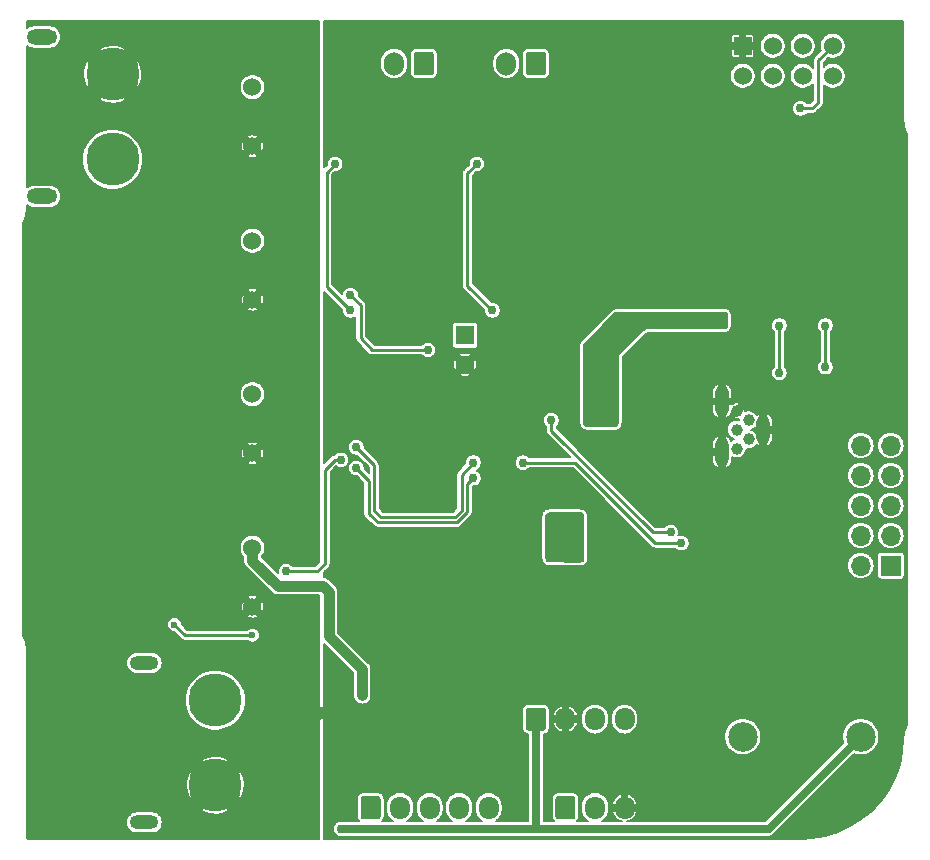
<source format=gbl>
G04 #@! TF.GenerationSoftware,KiCad,Pcbnew,(5.1.4)-1*
G04 #@! TF.CreationDate,2020-09-24T22:51:37-04:00*
G04 #@! TF.ProjectId,EBoard Sidecar,45426f61-7264-4205-9369-64656361722e,rev?*
G04 #@! TF.SameCoordinates,Original*
G04 #@! TF.FileFunction,Copper,L2,Bot*
G04 #@! TF.FilePolarity,Positive*
%FSLAX46Y46*%
G04 Gerber Fmt 4.6, Leading zero omitted, Abs format (unit mm)*
G04 Created by KiCad (PCBNEW (5.1.4)-1) date 2020-09-24 22:51:37*
%MOMM*%
%LPD*%
G04 APERTURE LIST*
%ADD10R,1.700000X1.700000*%
%ADD11O,1.700000X1.700000*%
%ADD12O,1.700000X2.000000*%
%ADD13C,0.100000*%
%ADD14C,1.700000*%
%ADD15C,1.524000*%
%ADD16R,1.524000X1.524000*%
%ADD17C,1.000000*%
%ADD18O,1.200000X2.400000*%
%ADD19O,1.200000X2.600000*%
%ADD20O,1.700000X1.950000*%
%ADD21C,4.500001*%
%ADD22O,2.600000X1.300000*%
%ADD23O,2.400000X1.200000*%
%ADD24C,1.600000*%
%ADD25R,1.600000X1.600000*%
%ADD26C,2.500000*%
%ADD27C,0.750000*%
%ADD28C,0.600000*%
%ADD29C,0.635000*%
%ADD30C,0.889000*%
%ADD31C,0.254000*%
%ADD32C,0.152400*%
G04 APERTURE END LIST*
D10*
X173540000Y-121500000D03*
D11*
X171000000Y-121500000D03*
X173540000Y-118960000D03*
X171000000Y-118960000D03*
X173540000Y-116420000D03*
X171000000Y-116420000D03*
X173540000Y-113880000D03*
X171000000Y-113880000D03*
X173540000Y-111340000D03*
X171000000Y-111340000D03*
D12*
X141000000Y-79000000D03*
D13*
G36*
X144124504Y-78001204D02*
G01*
X144148773Y-78004804D01*
X144172571Y-78010765D01*
X144195671Y-78019030D01*
X144217849Y-78029520D01*
X144238893Y-78042133D01*
X144258598Y-78056747D01*
X144276777Y-78073223D01*
X144293253Y-78091402D01*
X144307867Y-78111107D01*
X144320480Y-78132151D01*
X144330970Y-78154329D01*
X144339235Y-78177429D01*
X144345196Y-78201227D01*
X144348796Y-78225496D01*
X144350000Y-78250000D01*
X144350000Y-79750000D01*
X144348796Y-79774504D01*
X144345196Y-79798773D01*
X144339235Y-79822571D01*
X144330970Y-79845671D01*
X144320480Y-79867849D01*
X144307867Y-79888893D01*
X144293253Y-79908598D01*
X144276777Y-79926777D01*
X144258598Y-79943253D01*
X144238893Y-79957867D01*
X144217849Y-79970480D01*
X144195671Y-79980970D01*
X144172571Y-79989235D01*
X144148773Y-79995196D01*
X144124504Y-79998796D01*
X144100000Y-80000000D01*
X142900000Y-80000000D01*
X142875496Y-79998796D01*
X142851227Y-79995196D01*
X142827429Y-79989235D01*
X142804329Y-79980970D01*
X142782151Y-79970480D01*
X142761107Y-79957867D01*
X142741402Y-79943253D01*
X142723223Y-79926777D01*
X142706747Y-79908598D01*
X142692133Y-79888893D01*
X142679520Y-79867849D01*
X142669030Y-79845671D01*
X142660765Y-79822571D01*
X142654804Y-79798773D01*
X142651204Y-79774504D01*
X142650000Y-79750000D01*
X142650000Y-78250000D01*
X142651204Y-78225496D01*
X142654804Y-78201227D01*
X142660765Y-78177429D01*
X142669030Y-78154329D01*
X142679520Y-78132151D01*
X142692133Y-78111107D01*
X142706747Y-78091402D01*
X142723223Y-78073223D01*
X142741402Y-78056747D01*
X142761107Y-78042133D01*
X142782151Y-78029520D01*
X142804329Y-78019030D01*
X142827429Y-78010765D01*
X142851227Y-78004804D01*
X142875496Y-78001204D01*
X142900000Y-78000000D01*
X144100000Y-78000000D01*
X144124504Y-78001204D01*
X144124504Y-78001204D01*
G37*
D14*
X143500000Y-79000000D03*
D12*
X131500000Y-79000000D03*
D13*
G36*
X134624504Y-78001204D02*
G01*
X134648773Y-78004804D01*
X134672571Y-78010765D01*
X134695671Y-78019030D01*
X134717849Y-78029520D01*
X134738893Y-78042133D01*
X134758598Y-78056747D01*
X134776777Y-78073223D01*
X134793253Y-78091402D01*
X134807867Y-78111107D01*
X134820480Y-78132151D01*
X134830970Y-78154329D01*
X134839235Y-78177429D01*
X134845196Y-78201227D01*
X134848796Y-78225496D01*
X134850000Y-78250000D01*
X134850000Y-79750000D01*
X134848796Y-79774504D01*
X134845196Y-79798773D01*
X134839235Y-79822571D01*
X134830970Y-79845671D01*
X134820480Y-79867849D01*
X134807867Y-79888893D01*
X134793253Y-79908598D01*
X134776777Y-79926777D01*
X134758598Y-79943253D01*
X134738893Y-79957867D01*
X134717849Y-79970480D01*
X134695671Y-79980970D01*
X134672571Y-79989235D01*
X134648773Y-79995196D01*
X134624504Y-79998796D01*
X134600000Y-80000000D01*
X133400000Y-80000000D01*
X133375496Y-79998796D01*
X133351227Y-79995196D01*
X133327429Y-79989235D01*
X133304329Y-79980970D01*
X133282151Y-79970480D01*
X133261107Y-79957867D01*
X133241402Y-79943253D01*
X133223223Y-79926777D01*
X133206747Y-79908598D01*
X133192133Y-79888893D01*
X133179520Y-79867849D01*
X133169030Y-79845671D01*
X133160765Y-79822571D01*
X133154804Y-79798773D01*
X133151204Y-79774504D01*
X133150000Y-79750000D01*
X133150000Y-78250000D01*
X133151204Y-78225496D01*
X133154804Y-78201227D01*
X133160765Y-78177429D01*
X133169030Y-78154329D01*
X133179520Y-78132151D01*
X133192133Y-78111107D01*
X133206747Y-78091402D01*
X133223223Y-78073223D01*
X133241402Y-78056747D01*
X133261107Y-78042133D01*
X133282151Y-78029520D01*
X133304329Y-78019030D01*
X133327429Y-78010765D01*
X133351227Y-78004804D01*
X133375496Y-78001204D01*
X133400000Y-78000000D01*
X134600000Y-78000000D01*
X134624504Y-78001204D01*
X134624504Y-78001204D01*
G37*
D14*
X134000000Y-79000000D03*
D15*
X168620000Y-80040000D03*
X168620000Y-77500000D03*
X166080000Y-80040000D03*
X166080000Y-77500000D03*
X163540000Y-80040000D03*
X163540000Y-77500000D03*
X161000000Y-80040000D03*
D16*
X161000000Y-77500000D03*
D17*
X160500000Y-111600000D03*
X160500000Y-110000000D03*
X160500000Y-108400000D03*
X161500000Y-109200000D03*
X161500000Y-110800000D03*
D18*
X159250000Y-111900000D03*
X162750000Y-110000000D03*
D19*
X159250000Y-107600000D03*
D20*
X151000000Y-134500000D03*
X148500000Y-134500000D03*
X146000000Y-134500000D03*
D13*
G36*
X144124504Y-133526204D02*
G01*
X144148773Y-133529804D01*
X144172571Y-133535765D01*
X144195671Y-133544030D01*
X144217849Y-133554520D01*
X144238893Y-133567133D01*
X144258598Y-133581747D01*
X144276777Y-133598223D01*
X144293253Y-133616402D01*
X144307867Y-133636107D01*
X144320480Y-133657151D01*
X144330970Y-133679329D01*
X144339235Y-133702429D01*
X144345196Y-133726227D01*
X144348796Y-133750496D01*
X144350000Y-133775000D01*
X144350000Y-135225000D01*
X144348796Y-135249504D01*
X144345196Y-135273773D01*
X144339235Y-135297571D01*
X144330970Y-135320671D01*
X144320480Y-135342849D01*
X144307867Y-135363893D01*
X144293253Y-135383598D01*
X144276777Y-135401777D01*
X144258598Y-135418253D01*
X144238893Y-135432867D01*
X144217849Y-135445480D01*
X144195671Y-135455970D01*
X144172571Y-135464235D01*
X144148773Y-135470196D01*
X144124504Y-135473796D01*
X144100000Y-135475000D01*
X142900000Y-135475000D01*
X142875496Y-135473796D01*
X142851227Y-135470196D01*
X142827429Y-135464235D01*
X142804329Y-135455970D01*
X142782151Y-135445480D01*
X142761107Y-135432867D01*
X142741402Y-135418253D01*
X142723223Y-135401777D01*
X142706747Y-135383598D01*
X142692133Y-135363893D01*
X142679520Y-135342849D01*
X142669030Y-135320671D01*
X142660765Y-135297571D01*
X142654804Y-135273773D01*
X142651204Y-135249504D01*
X142650000Y-135225000D01*
X142650000Y-133775000D01*
X142651204Y-133750496D01*
X142654804Y-133726227D01*
X142660765Y-133702429D01*
X142669030Y-133679329D01*
X142679520Y-133657151D01*
X142692133Y-133636107D01*
X142706747Y-133616402D01*
X142723223Y-133598223D01*
X142741402Y-133581747D01*
X142761107Y-133567133D01*
X142782151Y-133554520D01*
X142804329Y-133544030D01*
X142827429Y-133535765D01*
X142851227Y-133529804D01*
X142875496Y-133526204D01*
X142900000Y-133525000D01*
X144100000Y-133525000D01*
X144124504Y-133526204D01*
X144124504Y-133526204D01*
G37*
D14*
X143500000Y-134500000D03*
D20*
X151000000Y-142000000D03*
X148500000Y-142000000D03*
D13*
G36*
X146624504Y-141026204D02*
G01*
X146648773Y-141029804D01*
X146672571Y-141035765D01*
X146695671Y-141044030D01*
X146717849Y-141054520D01*
X146738893Y-141067133D01*
X146758598Y-141081747D01*
X146776777Y-141098223D01*
X146793253Y-141116402D01*
X146807867Y-141136107D01*
X146820480Y-141157151D01*
X146830970Y-141179329D01*
X146839235Y-141202429D01*
X146845196Y-141226227D01*
X146848796Y-141250496D01*
X146850000Y-141275000D01*
X146850000Y-142725000D01*
X146848796Y-142749504D01*
X146845196Y-142773773D01*
X146839235Y-142797571D01*
X146830970Y-142820671D01*
X146820480Y-142842849D01*
X146807867Y-142863893D01*
X146793253Y-142883598D01*
X146776777Y-142901777D01*
X146758598Y-142918253D01*
X146738893Y-142932867D01*
X146717849Y-142945480D01*
X146695671Y-142955970D01*
X146672571Y-142964235D01*
X146648773Y-142970196D01*
X146624504Y-142973796D01*
X146600000Y-142975000D01*
X145400000Y-142975000D01*
X145375496Y-142973796D01*
X145351227Y-142970196D01*
X145327429Y-142964235D01*
X145304329Y-142955970D01*
X145282151Y-142945480D01*
X145261107Y-142932867D01*
X145241402Y-142918253D01*
X145223223Y-142901777D01*
X145206747Y-142883598D01*
X145192133Y-142863893D01*
X145179520Y-142842849D01*
X145169030Y-142820671D01*
X145160765Y-142797571D01*
X145154804Y-142773773D01*
X145151204Y-142749504D01*
X145150000Y-142725000D01*
X145150000Y-141275000D01*
X145151204Y-141250496D01*
X145154804Y-141226227D01*
X145160765Y-141202429D01*
X145169030Y-141179329D01*
X145179520Y-141157151D01*
X145192133Y-141136107D01*
X145206747Y-141116402D01*
X145223223Y-141098223D01*
X145241402Y-141081747D01*
X145261107Y-141067133D01*
X145282151Y-141054520D01*
X145304329Y-141044030D01*
X145327429Y-141035765D01*
X145351227Y-141029804D01*
X145375496Y-141026204D01*
X145400000Y-141025000D01*
X146600000Y-141025000D01*
X146624504Y-141026204D01*
X146624504Y-141026204D01*
G37*
D14*
X146000000Y-142000000D03*
D21*
X107650000Y-79900000D03*
X107650000Y-87100000D03*
D22*
X101650000Y-76750000D03*
X101650000Y-90250000D03*
D20*
X139500000Y-142000000D03*
X137000000Y-142000000D03*
X134500000Y-142000000D03*
X132000000Y-142000000D03*
D13*
G36*
X130124504Y-141026204D02*
G01*
X130148773Y-141029804D01*
X130172571Y-141035765D01*
X130195671Y-141044030D01*
X130217849Y-141054520D01*
X130238893Y-141067133D01*
X130258598Y-141081747D01*
X130276777Y-141098223D01*
X130293253Y-141116402D01*
X130307867Y-141136107D01*
X130320480Y-141157151D01*
X130330970Y-141179329D01*
X130339235Y-141202429D01*
X130345196Y-141226227D01*
X130348796Y-141250496D01*
X130350000Y-141275000D01*
X130350000Y-142725000D01*
X130348796Y-142749504D01*
X130345196Y-142773773D01*
X130339235Y-142797571D01*
X130330970Y-142820671D01*
X130320480Y-142842849D01*
X130307867Y-142863893D01*
X130293253Y-142883598D01*
X130276777Y-142901777D01*
X130258598Y-142918253D01*
X130238893Y-142932867D01*
X130217849Y-142945480D01*
X130195671Y-142955970D01*
X130172571Y-142964235D01*
X130148773Y-142970196D01*
X130124504Y-142973796D01*
X130100000Y-142975000D01*
X128900000Y-142975000D01*
X128875496Y-142973796D01*
X128851227Y-142970196D01*
X128827429Y-142964235D01*
X128804329Y-142955970D01*
X128782151Y-142945480D01*
X128761107Y-142932867D01*
X128741402Y-142918253D01*
X128723223Y-142901777D01*
X128706747Y-142883598D01*
X128692133Y-142863893D01*
X128679520Y-142842849D01*
X128669030Y-142820671D01*
X128660765Y-142797571D01*
X128654804Y-142773773D01*
X128651204Y-142749504D01*
X128650000Y-142725000D01*
X128650000Y-141275000D01*
X128651204Y-141250496D01*
X128654804Y-141226227D01*
X128660765Y-141202429D01*
X128669030Y-141179329D01*
X128679520Y-141157151D01*
X128692133Y-141136107D01*
X128706747Y-141116402D01*
X128723223Y-141098223D01*
X128741402Y-141081747D01*
X128761107Y-141067133D01*
X128782151Y-141054520D01*
X128804329Y-141044030D01*
X128827429Y-141035765D01*
X128851227Y-141029804D01*
X128875496Y-141026204D01*
X128900000Y-141025000D01*
X130100000Y-141025000D01*
X130124504Y-141026204D01*
X130124504Y-141026204D01*
G37*
D14*
X129500000Y-142000000D03*
D21*
X116350000Y-140100000D03*
X116350000Y-132900000D03*
D23*
X110350000Y-143250000D03*
X110350000Y-129750000D03*
D24*
X137500000Y-104500000D03*
D25*
X137500000Y-102000000D03*
D15*
X119500000Y-81000000D03*
X119500000Y-86000000D03*
X119500000Y-107000000D03*
X119500000Y-112000000D03*
X119500000Y-120000000D03*
X119500000Y-125000000D03*
X119500000Y-94000000D03*
X119500000Y-99000000D03*
D26*
X161000000Y-136000000D03*
X171000000Y-136000000D03*
D27*
X127000000Y-143800000D03*
X135400000Y-126200000D03*
X135400000Y-124900000D03*
X134875000Y-136025000D03*
X138875000Y-134075000D03*
X132200000Y-124200000D03*
X133000000Y-119800000D03*
X159600000Y-88000000D03*
X159625000Y-93825000D03*
X173400000Y-88100000D03*
X173300000Y-93800000D03*
X159200000Y-91900000D03*
X168800000Y-90400000D03*
X165000000Y-101800000D03*
X169000000Y-101800000D03*
X165050000Y-140450000D03*
X161000000Y-132900000D03*
X172300000Y-126500000D03*
X155000000Y-128900000D03*
X151500000Y-125500000D03*
X148800000Y-122700000D03*
X143700000Y-109200000D03*
X142400000Y-114800000D03*
X141600000Y-119600000D03*
X142900000Y-117600000D03*
X148800000Y-117300000D03*
X155400000Y-120900000D03*
X155000000Y-109300000D03*
X150600000Y-110700000D03*
X151400000Y-107400000D03*
X140500000Y-106300000D03*
X130875000Y-112375000D03*
X126500000Y-90600000D03*
X126500000Y-91800000D03*
X138500000Y-90600000D03*
X138500000Y-91800000D03*
X131000000Y-100200000D03*
X132000000Y-100200000D03*
X142900000Y-100100000D03*
X144100000Y-100100000D03*
X143100000Y-132500000D03*
X144300000Y-132500000D03*
X139000000Y-124900000D03*
X135000000Y-114600000D03*
X146000000Y-117600000D03*
X144900000Y-117600000D03*
X147100000Y-117600000D03*
X146000000Y-120700000D03*
X147100000Y-120700000D03*
X144900000Y-120700000D03*
X150000000Y-109250000D03*
X148000000Y-109250000D03*
X149000000Y-109250000D03*
X157000000Y-100750000D03*
X158000000Y-100750000D03*
X159000000Y-100750000D03*
X128800000Y-131400000D03*
X128800000Y-132500000D03*
X126500000Y-87500000D03*
X127800000Y-99900000D03*
X138500000Y-87500000D03*
X139800000Y-99900000D03*
X164100000Y-105200000D03*
X164100000Y-101200000D03*
X168000000Y-104700000D03*
X168000000Y-101200000D03*
X142400000Y-112800000D03*
X155800000Y-119600000D03*
X154900000Y-118700000D03*
X144800000Y-109200000D03*
X127800000Y-98600000D03*
X134350000Y-103250000D03*
X165900000Y-82800000D03*
X128300000Y-113250000D03*
X138200000Y-114100000D03*
X128300000Y-111500000D03*
X138200000Y-112800000D03*
D28*
X119500000Y-127400000D03*
X112892000Y-126500000D03*
D27*
X127000000Y-112550000D03*
X122350000Y-122000000D03*
D29*
X163200000Y-143800000D02*
X171000000Y-136000000D01*
X143500000Y-141839716D02*
X143500000Y-143800000D01*
X143500000Y-134500000D02*
X143500000Y-141839716D01*
X138675000Y-143800000D02*
X143500000Y-143800000D01*
X143500000Y-143800000D02*
X163200000Y-143800000D01*
X138675000Y-143800000D02*
X130000000Y-143800000D01*
X130000000Y-143800000D02*
X127000000Y-143800000D01*
D30*
X119500000Y-121077630D02*
X119500000Y-120000000D01*
X128800000Y-130300000D02*
X126000000Y-127500000D01*
X128800000Y-132500000D02*
X128800000Y-130300000D01*
X126000000Y-127500000D02*
X126000000Y-123750000D01*
X126000000Y-123750000D02*
X125500000Y-123250000D01*
X125500000Y-123250000D02*
X121672370Y-123250000D01*
X121672370Y-123250000D02*
X119500000Y-121077630D01*
D31*
X125777010Y-88222990D02*
X126500000Y-87500000D01*
X127800000Y-99900000D02*
X125777010Y-97877010D01*
X125777010Y-97877010D02*
X125777010Y-88222990D01*
X137700000Y-88300000D02*
X138500000Y-87500000D01*
X139800000Y-99900000D02*
X137700000Y-97800000D01*
X137700000Y-97800000D02*
X137700000Y-88300000D01*
X164100000Y-105200000D02*
X164100000Y-101200000D01*
X168000000Y-104700000D02*
X168000000Y-101200000D01*
X153600000Y-119600000D02*
X146800000Y-112800000D01*
X155800000Y-119600000D02*
X153600000Y-119600000D01*
X146800000Y-112800000D02*
X142400000Y-112800000D01*
X144800000Y-110075000D02*
X144800000Y-109200000D01*
X154900000Y-118700000D02*
X153425000Y-118700000D01*
X153425000Y-118700000D02*
X144800000Y-110075000D01*
X127800000Y-98600000D02*
X128650000Y-99450000D01*
X128650000Y-99450000D02*
X128650000Y-102250000D01*
X128650000Y-102250000D02*
X129650000Y-103250000D01*
X129650000Y-103250000D02*
X134350000Y-103250000D01*
X165900000Y-82800000D02*
X166900000Y-82800000D01*
X166900000Y-82800000D02*
X167400000Y-82300000D01*
X167400000Y-78720000D02*
X168620000Y-77500000D01*
X167400000Y-82300000D02*
X167400000Y-78720000D01*
X129350000Y-114300000D02*
X128300000Y-113250000D01*
X137700000Y-117000000D02*
X136850000Y-117850000D01*
X130100000Y-117850000D02*
X129350000Y-117100000D01*
X136850000Y-117850000D02*
X130100000Y-117850000D01*
X129350000Y-117100000D02*
X129350000Y-114300000D01*
X137700000Y-114600000D02*
X137700000Y-117000000D01*
X138200000Y-114100000D02*
X137700000Y-114600000D01*
X129800000Y-113000000D02*
X128300000Y-111500000D01*
X137200000Y-113800000D02*
X137200000Y-116850000D01*
X138200000Y-112800000D02*
X137200000Y-113800000D01*
X137200000Y-116850000D02*
X136650000Y-117400000D01*
X136650000Y-117400000D02*
X130350000Y-117400000D01*
X130350000Y-117400000D02*
X129800000Y-116850000D01*
X129800000Y-116850000D02*
X129800000Y-113000000D01*
X119500000Y-127400000D02*
X113792000Y-127400000D01*
X113792000Y-127400000D02*
X112892000Y-126500000D01*
X125000000Y-122000000D02*
X122350000Y-122000000D01*
X125650000Y-121350000D02*
X125000000Y-122000000D01*
X125650000Y-113369670D02*
X125650000Y-121350000D01*
X127000000Y-112550000D02*
X126469670Y-112550000D01*
X126469670Y-112550000D02*
X125650000Y-113369670D01*
D29*
X137000000Y-142000000D02*
X137000000Y-142125000D01*
D32*
G36*
X125173800Y-121179622D02*
G01*
X124810623Y-121542800D01*
X122890103Y-121542800D01*
X122799539Y-121452236D01*
X122684037Y-121375060D01*
X122555699Y-121321901D01*
X122419456Y-121294800D01*
X122280544Y-121294800D01*
X122144301Y-121321901D01*
X122015963Y-121375060D01*
X121900461Y-121452236D01*
X121802236Y-121550461D01*
X121725060Y-121665963D01*
X121671901Y-121794301D01*
X121644800Y-121930544D01*
X121644800Y-122069456D01*
X121659049Y-122141087D01*
X120281283Y-120763321D01*
X120348367Y-120696237D01*
X120467895Y-120517351D01*
X120550228Y-120318583D01*
X120592200Y-120107572D01*
X120592200Y-119892428D01*
X120550228Y-119681417D01*
X120467895Y-119482649D01*
X120348367Y-119303763D01*
X120196237Y-119151633D01*
X120017351Y-119032105D01*
X119818583Y-118949772D01*
X119607572Y-118907800D01*
X119392428Y-118907800D01*
X119181417Y-118949772D01*
X118982649Y-119032105D01*
X118803763Y-119151633D01*
X118651633Y-119303763D01*
X118532105Y-119482649D01*
X118449772Y-119681417D01*
X118407800Y-119892428D01*
X118407800Y-120107572D01*
X118449772Y-120318583D01*
X118532105Y-120517351D01*
X118651633Y-120696237D01*
X118725300Y-120769904D01*
X118725300Y-121039576D01*
X118721552Y-121077630D01*
X118725300Y-121115682D01*
X118736510Y-121229497D01*
X118780808Y-121375528D01*
X118852744Y-121510112D01*
X118949554Y-121628076D01*
X118979116Y-121652337D01*
X121097666Y-123770888D01*
X121121924Y-123800446D01*
X121239887Y-123897256D01*
X121374471Y-123969192D01*
X121520502Y-124013490D01*
X121672369Y-124028448D01*
X121710422Y-124024700D01*
X125173800Y-124024700D01*
X125173800Y-133500000D01*
X125175264Y-133514866D01*
X125179600Y-133529160D01*
X125186642Y-133542334D01*
X125196118Y-133553882D01*
X125207666Y-133563358D01*
X125220840Y-133570400D01*
X125235134Y-133574736D01*
X125250000Y-133576200D01*
X125500000Y-133576200D01*
X125514866Y-133574736D01*
X125529160Y-133570400D01*
X125542334Y-133563358D01*
X125553882Y-133553882D01*
X125563358Y-133542334D01*
X125570400Y-133529160D01*
X125574736Y-133514866D01*
X125576200Y-133500000D01*
X125576200Y-128171791D01*
X128025301Y-130620893D01*
X128025300Y-132538052D01*
X128036510Y-132651867D01*
X128080808Y-132797898D01*
X128152744Y-132932482D01*
X128249554Y-133050446D01*
X128367517Y-133147256D01*
X128502101Y-133219192D01*
X128648132Y-133263490D01*
X128800000Y-133278448D01*
X128951867Y-133263490D01*
X129097898Y-133219192D01*
X129232482Y-133147256D01*
X129350446Y-133050446D01*
X129447256Y-132932483D01*
X129519192Y-132797899D01*
X129563490Y-132651868D01*
X129574700Y-132538053D01*
X129574700Y-130338053D01*
X129578448Y-130300000D01*
X129563490Y-130148132D01*
X129551223Y-130107694D01*
X129519192Y-130002101D01*
X129447256Y-129867517D01*
X129350446Y-129749554D01*
X129320890Y-129725298D01*
X126774700Y-127179109D01*
X126774700Y-123788053D01*
X126778448Y-123750000D01*
X126763490Y-123598132D01*
X126719192Y-123452101D01*
X126692342Y-123401868D01*
X126647256Y-123317517D01*
X126550446Y-123199554D01*
X126520879Y-123175289D01*
X126074707Y-122729116D01*
X126050446Y-122699554D01*
X125932483Y-122602744D01*
X125797899Y-122530808D01*
X125651868Y-122486510D01*
X125576200Y-122479057D01*
X125576200Y-122070377D01*
X125957408Y-121689170D01*
X125974853Y-121674853D01*
X126031987Y-121605236D01*
X126074441Y-121525809D01*
X126100585Y-121439627D01*
X126107200Y-121372460D01*
X126107200Y-121372450D01*
X126109411Y-121350000D01*
X126107200Y-121327550D01*
X126107200Y-113559047D01*
X126561265Y-113104983D01*
X126665963Y-113174940D01*
X126794301Y-113228099D01*
X126930544Y-113255200D01*
X127069456Y-113255200D01*
X127205699Y-113228099D01*
X127334037Y-113174940D01*
X127449539Y-113097764D01*
X127547764Y-112999539D01*
X127624940Y-112884037D01*
X127678099Y-112755699D01*
X127705200Y-112619456D01*
X127705200Y-112480544D01*
X127678099Y-112344301D01*
X127624940Y-112215963D01*
X127547764Y-112100461D01*
X127449539Y-112002236D01*
X127334037Y-111925060D01*
X127205699Y-111871901D01*
X127069456Y-111844800D01*
X126930544Y-111844800D01*
X126794301Y-111871901D01*
X126665963Y-111925060D01*
X126550461Y-112002236D01*
X126461282Y-112091415D01*
X126447219Y-112092800D01*
X126447210Y-112092800D01*
X126380043Y-112099415D01*
X126293861Y-112125559D01*
X126264411Y-112141300D01*
X126214433Y-112168013D01*
X126171559Y-112203200D01*
X126144817Y-112225147D01*
X126130500Y-112242592D01*
X125576200Y-112796893D01*
X125576200Y-111430544D01*
X127594800Y-111430544D01*
X127594800Y-111569456D01*
X127621901Y-111705699D01*
X127675060Y-111834037D01*
X127752236Y-111949539D01*
X127850461Y-112047764D01*
X127965963Y-112124940D01*
X128094301Y-112178099D01*
X128230544Y-112205200D01*
X128358623Y-112205200D01*
X129342801Y-113189379D01*
X129342801Y-113646223D01*
X129005200Y-113308623D01*
X129005200Y-113180544D01*
X128978099Y-113044301D01*
X128924940Y-112915963D01*
X128847764Y-112800461D01*
X128749539Y-112702236D01*
X128634037Y-112625060D01*
X128505699Y-112571901D01*
X128369456Y-112544800D01*
X128230544Y-112544800D01*
X128094301Y-112571901D01*
X127965963Y-112625060D01*
X127850461Y-112702236D01*
X127752236Y-112800461D01*
X127675060Y-112915963D01*
X127621901Y-113044301D01*
X127594800Y-113180544D01*
X127594800Y-113319456D01*
X127621901Y-113455699D01*
X127675060Y-113584037D01*
X127752236Y-113699539D01*
X127850461Y-113797764D01*
X127965963Y-113874940D01*
X128094301Y-113928099D01*
X128230544Y-113955200D01*
X128358623Y-113955200D01*
X128892801Y-114489379D01*
X128892800Y-117077550D01*
X128890589Y-117100000D01*
X128892800Y-117122450D01*
X128892800Y-117122459D01*
X128899415Y-117189626D01*
X128925559Y-117275808D01*
X128968013Y-117355235D01*
X129025147Y-117424853D01*
X129042597Y-117439174D01*
X129760830Y-118157408D01*
X129775147Y-118174853D01*
X129844764Y-118231987D01*
X129924191Y-118274441D01*
X130010373Y-118300585D01*
X130077540Y-118307200D01*
X130077549Y-118307200D01*
X130099999Y-118309411D01*
X130122449Y-118307200D01*
X136827550Y-118307200D01*
X136850000Y-118309411D01*
X136872450Y-118307200D01*
X136872460Y-118307200D01*
X136939627Y-118300585D01*
X137025809Y-118274441D01*
X137105236Y-118231987D01*
X137174853Y-118174853D01*
X137189174Y-118157403D01*
X138007413Y-117339165D01*
X138024853Y-117324853D01*
X138030887Y-117317500D01*
X143969800Y-117317500D01*
X143969800Y-120909896D01*
X143976084Y-120974009D01*
X144000023Y-121094955D01*
X144018516Y-121156335D01*
X144048867Y-121213509D01*
X144117073Y-121316218D01*
X144157555Y-121365929D01*
X144207398Y-121407230D01*
X144309586Y-121476212D01*
X144365952Y-121506754D01*
X144427770Y-121525954D01*
X144548532Y-121550808D01*
X144612594Y-121557578D01*
X147277594Y-121577767D01*
X147342365Y-121571851D01*
X147464603Y-121548378D01*
X147527249Y-121529763D01*
X147583571Y-121500000D01*
X169814090Y-121500000D01*
X169836877Y-121731360D01*
X169904362Y-121953828D01*
X170013952Y-122158856D01*
X170161435Y-122338565D01*
X170341144Y-122486048D01*
X170546172Y-122595638D01*
X170768640Y-122663123D01*
X170942025Y-122680200D01*
X171057975Y-122680200D01*
X171231360Y-122663123D01*
X171453828Y-122595638D01*
X171658856Y-122486048D01*
X171838565Y-122338565D01*
X171986048Y-122158856D01*
X172095638Y-121953828D01*
X172163123Y-121731360D01*
X172185910Y-121500000D01*
X172163123Y-121268640D01*
X172095638Y-121046172D01*
X171986048Y-120841144D01*
X171838565Y-120661435D01*
X171824632Y-120650000D01*
X172358203Y-120650000D01*
X172358203Y-122350000D01*
X172364578Y-122414730D01*
X172383460Y-122476973D01*
X172414121Y-122534337D01*
X172455384Y-122584616D01*
X172505663Y-122625879D01*
X172563027Y-122656540D01*
X172625270Y-122675422D01*
X172690000Y-122681797D01*
X174390000Y-122681797D01*
X174454730Y-122675422D01*
X174516973Y-122656540D01*
X174574337Y-122625879D01*
X174624616Y-122584616D01*
X174665879Y-122534337D01*
X174696540Y-122476973D01*
X174715422Y-122414730D01*
X174721797Y-122350000D01*
X174721797Y-120650000D01*
X174715422Y-120585270D01*
X174696540Y-120523027D01*
X174665879Y-120465663D01*
X174624616Y-120415384D01*
X174574337Y-120374121D01*
X174516973Y-120343460D01*
X174454730Y-120324578D01*
X174390000Y-120318203D01*
X172690000Y-120318203D01*
X172625270Y-120324578D01*
X172563027Y-120343460D01*
X172505663Y-120374121D01*
X172455384Y-120415384D01*
X172414121Y-120465663D01*
X172383460Y-120523027D01*
X172364578Y-120585270D01*
X172358203Y-120650000D01*
X171824632Y-120650000D01*
X171658856Y-120513952D01*
X171453828Y-120404362D01*
X171231360Y-120336877D01*
X171057975Y-120319800D01*
X170942025Y-120319800D01*
X170768640Y-120336877D01*
X170546172Y-120404362D01*
X170341144Y-120513952D01*
X170161435Y-120661435D01*
X170013952Y-120841144D01*
X169904362Y-121046172D01*
X169836877Y-121268640D01*
X169814090Y-121500000D01*
X147583571Y-121500000D01*
X147584480Y-121499520D01*
X147688301Y-121430858D01*
X147738976Y-121389590D01*
X147780183Y-121339670D01*
X147849630Y-121236372D01*
X147880546Y-121178794D01*
X147899395Y-121116869D01*
X147923794Y-120994812D01*
X147930200Y-120930086D01*
X147930200Y-117317500D01*
X147923855Y-117253082D01*
X147899687Y-117131580D01*
X147880896Y-117069634D01*
X147850382Y-117012547D01*
X147781556Y-116909543D01*
X147740494Y-116859509D01*
X147690457Y-116818444D01*
X147587453Y-116749618D01*
X147530363Y-116719103D01*
X147468420Y-116700313D01*
X147346918Y-116676145D01*
X147282500Y-116669800D01*
X144617500Y-116669800D01*
X144553082Y-116676145D01*
X144431580Y-116700313D01*
X144369634Y-116719104D01*
X144312547Y-116749618D01*
X144209543Y-116818444D01*
X144159509Y-116859506D01*
X144118444Y-116909543D01*
X144049618Y-117012547D01*
X144019103Y-117069637D01*
X144000313Y-117131580D01*
X143976145Y-117253082D01*
X143969800Y-117317500D01*
X138030887Y-117317500D01*
X138039165Y-117307414D01*
X138039171Y-117307408D01*
X138081987Y-117255236D01*
X138124441Y-117175810D01*
X138150585Y-117089627D01*
X138154267Y-117052236D01*
X138157200Y-117022460D01*
X138157200Y-117022452D01*
X138159411Y-117000000D01*
X138157200Y-116977548D01*
X138157200Y-114805200D01*
X138269456Y-114805200D01*
X138405699Y-114778099D01*
X138534037Y-114724940D01*
X138649539Y-114647764D01*
X138747764Y-114549539D01*
X138824940Y-114434037D01*
X138878099Y-114305699D01*
X138905200Y-114169456D01*
X138905200Y-114030544D01*
X138878099Y-113894301D01*
X138824940Y-113765963D01*
X138747764Y-113650461D01*
X138649539Y-113552236D01*
X138534037Y-113475060D01*
X138473536Y-113450000D01*
X138534037Y-113424940D01*
X138649539Y-113347764D01*
X138747764Y-113249539D01*
X138824940Y-113134037D01*
X138878099Y-113005699D01*
X138905200Y-112869456D01*
X138905200Y-112730544D01*
X141694800Y-112730544D01*
X141694800Y-112869456D01*
X141721901Y-113005699D01*
X141775060Y-113134037D01*
X141852236Y-113249539D01*
X141950461Y-113347764D01*
X142065963Y-113424940D01*
X142194301Y-113478099D01*
X142330544Y-113505200D01*
X142469456Y-113505200D01*
X142605699Y-113478099D01*
X142734037Y-113424940D01*
X142849539Y-113347764D01*
X142940103Y-113257200D01*
X146610623Y-113257200D01*
X153260830Y-119907408D01*
X153275147Y-119924853D01*
X153292592Y-119939170D01*
X153344763Y-119981987D01*
X153387217Y-120004678D01*
X153424191Y-120024441D01*
X153510373Y-120050585D01*
X153577540Y-120057200D01*
X153577549Y-120057200D01*
X153599999Y-120059411D01*
X153622449Y-120057200D01*
X155259897Y-120057200D01*
X155350461Y-120147764D01*
X155465963Y-120224940D01*
X155594301Y-120278099D01*
X155730544Y-120305200D01*
X155869456Y-120305200D01*
X156005699Y-120278099D01*
X156134037Y-120224940D01*
X156249539Y-120147764D01*
X156347764Y-120049539D01*
X156424940Y-119934037D01*
X156478099Y-119805699D01*
X156505200Y-119669456D01*
X156505200Y-119530544D01*
X156478099Y-119394301D01*
X156424940Y-119265963D01*
X156347764Y-119150461D01*
X156249539Y-119052236D01*
X156134037Y-118975060D01*
X156097679Y-118960000D01*
X169814090Y-118960000D01*
X169836877Y-119191360D01*
X169904362Y-119413828D01*
X170013952Y-119618856D01*
X170161435Y-119798565D01*
X170341144Y-119946048D01*
X170546172Y-120055638D01*
X170768640Y-120123123D01*
X170942025Y-120140200D01*
X171057975Y-120140200D01*
X171231360Y-120123123D01*
X171453828Y-120055638D01*
X171658856Y-119946048D01*
X171838565Y-119798565D01*
X171986048Y-119618856D01*
X172095638Y-119413828D01*
X172163123Y-119191360D01*
X172185910Y-118960000D01*
X172354090Y-118960000D01*
X172376877Y-119191360D01*
X172444362Y-119413828D01*
X172553952Y-119618856D01*
X172701435Y-119798565D01*
X172881144Y-119946048D01*
X173086172Y-120055638D01*
X173308640Y-120123123D01*
X173482025Y-120140200D01*
X173597975Y-120140200D01*
X173771360Y-120123123D01*
X173993828Y-120055638D01*
X174198856Y-119946048D01*
X174378565Y-119798565D01*
X174526048Y-119618856D01*
X174635638Y-119413828D01*
X174703123Y-119191360D01*
X174725910Y-118960000D01*
X174703123Y-118728640D01*
X174635638Y-118506172D01*
X174526048Y-118301144D01*
X174378565Y-118121435D01*
X174198856Y-117973952D01*
X173993828Y-117864362D01*
X173771360Y-117796877D01*
X173597975Y-117779800D01*
X173482025Y-117779800D01*
X173308640Y-117796877D01*
X173086172Y-117864362D01*
X172881144Y-117973952D01*
X172701435Y-118121435D01*
X172553952Y-118301144D01*
X172444362Y-118506172D01*
X172376877Y-118728640D01*
X172354090Y-118960000D01*
X172185910Y-118960000D01*
X172163123Y-118728640D01*
X172095638Y-118506172D01*
X171986048Y-118301144D01*
X171838565Y-118121435D01*
X171658856Y-117973952D01*
X171453828Y-117864362D01*
X171231360Y-117796877D01*
X171057975Y-117779800D01*
X170942025Y-117779800D01*
X170768640Y-117796877D01*
X170546172Y-117864362D01*
X170341144Y-117973952D01*
X170161435Y-118121435D01*
X170013952Y-118301144D01*
X169904362Y-118506172D01*
X169836877Y-118728640D01*
X169814090Y-118960000D01*
X156097679Y-118960000D01*
X156005699Y-118921901D01*
X155869456Y-118894800D01*
X155730544Y-118894800D01*
X155594301Y-118921901D01*
X155566643Y-118933357D01*
X155578099Y-118905699D01*
X155605200Y-118769456D01*
X155605200Y-118630544D01*
X155578099Y-118494301D01*
X155524940Y-118365963D01*
X155447764Y-118250461D01*
X155349539Y-118152236D01*
X155234037Y-118075060D01*
X155105699Y-118021901D01*
X154969456Y-117994800D01*
X154830544Y-117994800D01*
X154694301Y-118021901D01*
X154565963Y-118075060D01*
X154450461Y-118152236D01*
X154359897Y-118242800D01*
X153614378Y-118242800D01*
X151791578Y-116420000D01*
X169814090Y-116420000D01*
X169836877Y-116651360D01*
X169904362Y-116873828D01*
X170013952Y-117078856D01*
X170161435Y-117258565D01*
X170341144Y-117406048D01*
X170546172Y-117515638D01*
X170768640Y-117583123D01*
X170942025Y-117600200D01*
X171057975Y-117600200D01*
X171231360Y-117583123D01*
X171453828Y-117515638D01*
X171658856Y-117406048D01*
X171838565Y-117258565D01*
X171986048Y-117078856D01*
X172095638Y-116873828D01*
X172163123Y-116651360D01*
X172185910Y-116420000D01*
X172354090Y-116420000D01*
X172376877Y-116651360D01*
X172444362Y-116873828D01*
X172553952Y-117078856D01*
X172701435Y-117258565D01*
X172881144Y-117406048D01*
X173086172Y-117515638D01*
X173308640Y-117583123D01*
X173482025Y-117600200D01*
X173597975Y-117600200D01*
X173771360Y-117583123D01*
X173993828Y-117515638D01*
X174198856Y-117406048D01*
X174378565Y-117258565D01*
X174526048Y-117078856D01*
X174635638Y-116873828D01*
X174703123Y-116651360D01*
X174725910Y-116420000D01*
X174703123Y-116188640D01*
X174635638Y-115966172D01*
X174526048Y-115761144D01*
X174378565Y-115581435D01*
X174198856Y-115433952D01*
X173993828Y-115324362D01*
X173771360Y-115256877D01*
X173597975Y-115239800D01*
X173482025Y-115239800D01*
X173308640Y-115256877D01*
X173086172Y-115324362D01*
X172881144Y-115433952D01*
X172701435Y-115581435D01*
X172553952Y-115761144D01*
X172444362Y-115966172D01*
X172376877Y-116188640D01*
X172354090Y-116420000D01*
X172185910Y-116420000D01*
X172163123Y-116188640D01*
X172095638Y-115966172D01*
X171986048Y-115761144D01*
X171838565Y-115581435D01*
X171658856Y-115433952D01*
X171453828Y-115324362D01*
X171231360Y-115256877D01*
X171057975Y-115239800D01*
X170942025Y-115239800D01*
X170768640Y-115256877D01*
X170546172Y-115324362D01*
X170341144Y-115433952D01*
X170161435Y-115581435D01*
X170013952Y-115761144D01*
X169904362Y-115966172D01*
X169836877Y-116188640D01*
X169814090Y-116420000D01*
X151791578Y-116420000D01*
X149251578Y-113880000D01*
X169814090Y-113880000D01*
X169836877Y-114111360D01*
X169904362Y-114333828D01*
X170013952Y-114538856D01*
X170161435Y-114718565D01*
X170341144Y-114866048D01*
X170546172Y-114975638D01*
X170768640Y-115043123D01*
X170942025Y-115060200D01*
X171057975Y-115060200D01*
X171231360Y-115043123D01*
X171453828Y-114975638D01*
X171658856Y-114866048D01*
X171838565Y-114718565D01*
X171986048Y-114538856D01*
X172095638Y-114333828D01*
X172163123Y-114111360D01*
X172185910Y-113880000D01*
X172354090Y-113880000D01*
X172376877Y-114111360D01*
X172444362Y-114333828D01*
X172553952Y-114538856D01*
X172701435Y-114718565D01*
X172881144Y-114866048D01*
X173086172Y-114975638D01*
X173308640Y-115043123D01*
X173482025Y-115060200D01*
X173597975Y-115060200D01*
X173771360Y-115043123D01*
X173993828Y-114975638D01*
X174198856Y-114866048D01*
X174378565Y-114718565D01*
X174526048Y-114538856D01*
X174635638Y-114333828D01*
X174703123Y-114111360D01*
X174725910Y-113880000D01*
X174703123Y-113648640D01*
X174635638Y-113426172D01*
X174526048Y-113221144D01*
X174378565Y-113041435D01*
X174198856Y-112893952D01*
X173993828Y-112784362D01*
X173771360Y-112716877D01*
X173597975Y-112699800D01*
X173482025Y-112699800D01*
X173308640Y-112716877D01*
X173086172Y-112784362D01*
X172881144Y-112893952D01*
X172701435Y-113041435D01*
X172553952Y-113221144D01*
X172444362Y-113426172D01*
X172376877Y-113648640D01*
X172354090Y-113880000D01*
X172185910Y-113880000D01*
X172163123Y-113648640D01*
X172095638Y-113426172D01*
X171986048Y-113221144D01*
X171838565Y-113041435D01*
X171658856Y-112893952D01*
X171453828Y-112784362D01*
X171231360Y-112716877D01*
X171057975Y-112699800D01*
X170942025Y-112699800D01*
X170768640Y-112716877D01*
X170546172Y-112784362D01*
X170341144Y-112893952D01*
X170161435Y-113041435D01*
X170013952Y-113221144D01*
X169904362Y-113426172D01*
X169836877Y-113648640D01*
X169814090Y-113880000D01*
X149251578Y-113880000D01*
X147512878Y-112141300D01*
X158421400Y-112141300D01*
X158421400Y-112741300D01*
X158484397Y-112898315D01*
X158576815Y-113040023D01*
X158695103Y-113160978D01*
X158887667Y-113245180D01*
X159008700Y-113232741D01*
X159008700Y-112141300D01*
X158421400Y-112141300D01*
X147512878Y-112141300D01*
X146430278Y-111058700D01*
X158421400Y-111058700D01*
X158421400Y-111658700D01*
X159008700Y-111658700D01*
X159008700Y-110567259D01*
X159491300Y-110567259D01*
X159491300Y-111658700D01*
X159511300Y-111658700D01*
X159511300Y-112141300D01*
X159491300Y-112141300D01*
X159491300Y-113232741D01*
X159612333Y-113245180D01*
X159804897Y-113160978D01*
X159923185Y-113040023D01*
X160015603Y-112898315D01*
X160078600Y-112741300D01*
X160078600Y-112316903D01*
X160106753Y-112335714D01*
X160257840Y-112398296D01*
X160418232Y-112430200D01*
X160581768Y-112430200D01*
X160742160Y-112398296D01*
X160893247Y-112335714D01*
X161029222Y-112244858D01*
X161144858Y-112129222D01*
X161235714Y-111993247D01*
X161298296Y-111842160D01*
X161330200Y-111681768D01*
X161330200Y-111612689D01*
X161418232Y-111630200D01*
X161581768Y-111630200D01*
X161742160Y-111598296D01*
X161893247Y-111535714D01*
X162029222Y-111444858D01*
X162144858Y-111329222D01*
X162192343Y-111258156D01*
X162195103Y-111260978D01*
X162387667Y-111345180D01*
X162508700Y-111332741D01*
X162508700Y-110241300D01*
X162991300Y-110241300D01*
X162991300Y-111332741D01*
X163112333Y-111345180D01*
X163124179Y-111340000D01*
X169814090Y-111340000D01*
X169836877Y-111571360D01*
X169904362Y-111793828D01*
X170013952Y-111998856D01*
X170161435Y-112178565D01*
X170341144Y-112326048D01*
X170546172Y-112435638D01*
X170768640Y-112503123D01*
X170942025Y-112520200D01*
X171057975Y-112520200D01*
X171231360Y-112503123D01*
X171453828Y-112435638D01*
X171658856Y-112326048D01*
X171838565Y-112178565D01*
X171986048Y-111998856D01*
X172095638Y-111793828D01*
X172163123Y-111571360D01*
X172185910Y-111340000D01*
X172354090Y-111340000D01*
X172376877Y-111571360D01*
X172444362Y-111793828D01*
X172553952Y-111998856D01*
X172701435Y-112178565D01*
X172881144Y-112326048D01*
X173086172Y-112435638D01*
X173308640Y-112503123D01*
X173482025Y-112520200D01*
X173597975Y-112520200D01*
X173771360Y-112503123D01*
X173993828Y-112435638D01*
X174198856Y-112326048D01*
X174378565Y-112178565D01*
X174526048Y-111998856D01*
X174635638Y-111793828D01*
X174703123Y-111571360D01*
X174725910Y-111340000D01*
X174703123Y-111108640D01*
X174635638Y-110886172D01*
X174526048Y-110681144D01*
X174378565Y-110501435D01*
X174198856Y-110353952D01*
X173993828Y-110244362D01*
X173771360Y-110176877D01*
X173597975Y-110159800D01*
X173482025Y-110159800D01*
X173308640Y-110176877D01*
X173086172Y-110244362D01*
X172881144Y-110353952D01*
X172701435Y-110501435D01*
X172553952Y-110681144D01*
X172444362Y-110886172D01*
X172376877Y-111108640D01*
X172354090Y-111340000D01*
X172185910Y-111340000D01*
X172163123Y-111108640D01*
X172095638Y-110886172D01*
X171986048Y-110681144D01*
X171838565Y-110501435D01*
X171658856Y-110353952D01*
X171453828Y-110244362D01*
X171231360Y-110176877D01*
X171057975Y-110159800D01*
X170942025Y-110159800D01*
X170768640Y-110176877D01*
X170546172Y-110244362D01*
X170341144Y-110353952D01*
X170161435Y-110501435D01*
X170013952Y-110681144D01*
X169904362Y-110886172D01*
X169836877Y-111108640D01*
X169814090Y-111340000D01*
X163124179Y-111340000D01*
X163304897Y-111260978D01*
X163423185Y-111140023D01*
X163515603Y-110998315D01*
X163578600Y-110841300D01*
X163578600Y-110241300D01*
X162991300Y-110241300D01*
X162508700Y-110241300D01*
X162115380Y-110241300D01*
X162029222Y-110155142D01*
X161893247Y-110064286D01*
X161742160Y-110001704D01*
X161733593Y-110000000D01*
X161742160Y-109998296D01*
X161893247Y-109935714D01*
X162029222Y-109844858D01*
X162115380Y-109758700D01*
X162508700Y-109758700D01*
X162508700Y-108667259D01*
X162991300Y-108667259D01*
X162991300Y-109758700D01*
X163578600Y-109758700D01*
X163578600Y-109158700D01*
X163515603Y-109001685D01*
X163423185Y-108859977D01*
X163304897Y-108739022D01*
X163112333Y-108654820D01*
X162991300Y-108667259D01*
X162508700Y-108667259D01*
X162387667Y-108654820D01*
X162195103Y-108739022D01*
X162192343Y-108741844D01*
X162144858Y-108670778D01*
X162029222Y-108555142D01*
X161893247Y-108464286D01*
X161742160Y-108401704D01*
X161581768Y-108369800D01*
X161418232Y-108369800D01*
X161257840Y-108401704D01*
X161228629Y-108413804D01*
X161228448Y-108326729D01*
X161201038Y-108188929D01*
X161116363Y-108124887D01*
X160841250Y-108400000D01*
X160855392Y-108414142D01*
X160514142Y-108755392D01*
X160500000Y-108741250D01*
X160224887Y-109016363D01*
X160288929Y-109101038D01*
X160429750Y-109128746D01*
X160573271Y-109128448D01*
X160671661Y-109108877D01*
X160669800Y-109118232D01*
X160669800Y-109187311D01*
X160581768Y-109169800D01*
X160418232Y-109169800D01*
X160257840Y-109201704D01*
X160106753Y-109264286D01*
X159970778Y-109355142D01*
X159855142Y-109470778D01*
X159764286Y-109606753D01*
X159701704Y-109757840D01*
X159669800Y-109918232D01*
X159669800Y-110081768D01*
X159701704Y-110242160D01*
X159764286Y-110393247D01*
X159855142Y-110529222D01*
X159970778Y-110644858D01*
X160106753Y-110735714D01*
X160257840Y-110798296D01*
X160266407Y-110800000D01*
X160257840Y-110801704D01*
X160106753Y-110864286D01*
X160023040Y-110920221D01*
X160015603Y-110901685D01*
X159923185Y-110759977D01*
X159804897Y-110639022D01*
X159612333Y-110554820D01*
X159491300Y-110567259D01*
X159008700Y-110567259D01*
X158887667Y-110554820D01*
X158695103Y-110639022D01*
X158576815Y-110759977D01*
X158484397Y-110901685D01*
X158421400Y-111058700D01*
X146430278Y-111058700D01*
X145257200Y-109885623D01*
X145257200Y-109740103D01*
X145347764Y-109649539D01*
X145424940Y-109534037D01*
X145478099Y-109405699D01*
X145505200Y-109269456D01*
X145505200Y-109130544D01*
X145478099Y-108994301D01*
X145424940Y-108865963D01*
X145347764Y-108750461D01*
X145249539Y-108652236D01*
X145134037Y-108575060D01*
X145005699Y-108521901D01*
X144869456Y-108494800D01*
X144730544Y-108494800D01*
X144594301Y-108521901D01*
X144465963Y-108575060D01*
X144350461Y-108652236D01*
X144252236Y-108750461D01*
X144175060Y-108865963D01*
X144121901Y-108994301D01*
X144094800Y-109130544D01*
X144094800Y-109269456D01*
X144121901Y-109405699D01*
X144175060Y-109534037D01*
X144252236Y-109649539D01*
X144342800Y-109740103D01*
X144342800Y-110052550D01*
X144340589Y-110075000D01*
X144342800Y-110097450D01*
X144342800Y-110097459D01*
X144349415Y-110164626D01*
X144375559Y-110250808D01*
X144418013Y-110330235D01*
X144475147Y-110399853D01*
X144492597Y-110414174D01*
X146421223Y-112342800D01*
X142940103Y-112342800D01*
X142849539Y-112252236D01*
X142734037Y-112175060D01*
X142605699Y-112121901D01*
X142469456Y-112094800D01*
X142330544Y-112094800D01*
X142194301Y-112121901D01*
X142065963Y-112175060D01*
X141950461Y-112252236D01*
X141852236Y-112350461D01*
X141775060Y-112465963D01*
X141721901Y-112594301D01*
X141694800Y-112730544D01*
X138905200Y-112730544D01*
X138878099Y-112594301D01*
X138824940Y-112465963D01*
X138747764Y-112350461D01*
X138649539Y-112252236D01*
X138534037Y-112175060D01*
X138405699Y-112121901D01*
X138269456Y-112094800D01*
X138130544Y-112094800D01*
X137994301Y-112121901D01*
X137865963Y-112175060D01*
X137750461Y-112252236D01*
X137652236Y-112350461D01*
X137575060Y-112465963D01*
X137521901Y-112594301D01*
X137494800Y-112730544D01*
X137494800Y-112858622D01*
X136892597Y-113460826D01*
X136875147Y-113475147D01*
X136818013Y-113544765D01*
X136775559Y-113624192D01*
X136749415Y-113710374D01*
X136742800Y-113777541D01*
X136742800Y-113777550D01*
X136740589Y-113800000D01*
X136742800Y-113822450D01*
X136742801Y-116660621D01*
X136460623Y-116942800D01*
X130539378Y-116942800D01*
X130257200Y-116660623D01*
X130257200Y-113022449D01*
X130259411Y-112999999D01*
X130257200Y-112977549D01*
X130257200Y-112977540D01*
X130250585Y-112910373D01*
X130224441Y-112824191D01*
X130187832Y-112755699D01*
X130181987Y-112744763D01*
X130139170Y-112692592D01*
X130124853Y-112675147D01*
X130107408Y-112660830D01*
X129005200Y-111558623D01*
X129005200Y-111430544D01*
X128978099Y-111294301D01*
X128924940Y-111165963D01*
X128847764Y-111050461D01*
X128749539Y-110952236D01*
X128634037Y-110875060D01*
X128505699Y-110821901D01*
X128369456Y-110794800D01*
X128230544Y-110794800D01*
X128094301Y-110821901D01*
X127965963Y-110875060D01*
X127850461Y-110952236D01*
X127752236Y-111050461D01*
X127675060Y-111165963D01*
X127621901Y-111294301D01*
X127594800Y-111430544D01*
X125576200Y-111430544D01*
X125576200Y-105339648D01*
X137001601Y-105339648D01*
X137104483Y-105454907D01*
X137298376Y-105513720D01*
X137500017Y-105533577D01*
X137701658Y-105513713D01*
X137895517Y-105454907D01*
X137998399Y-105339648D01*
X137500000Y-104841250D01*
X137001601Y-105339648D01*
X125576200Y-105339648D01*
X125576200Y-104500017D01*
X136466423Y-104500017D01*
X136486287Y-104701658D01*
X136545093Y-104895517D01*
X136660352Y-104998399D01*
X137158750Y-104500000D01*
X137841250Y-104500000D01*
X138339648Y-104998399D01*
X138454907Y-104895517D01*
X138513720Y-104701624D01*
X138533577Y-104499983D01*
X138513713Y-104298342D01*
X138454907Y-104104483D01*
X138339648Y-104001601D01*
X137841250Y-104500000D01*
X137158750Y-104500000D01*
X136660352Y-104001601D01*
X136545093Y-104104483D01*
X136486280Y-104298376D01*
X136466423Y-104500017D01*
X125576200Y-104500017D01*
X125576200Y-98322777D01*
X127094800Y-99841378D01*
X127094800Y-99969456D01*
X127121901Y-100105699D01*
X127175060Y-100234037D01*
X127252236Y-100349539D01*
X127350461Y-100447764D01*
X127465963Y-100524940D01*
X127594301Y-100578099D01*
X127730544Y-100605200D01*
X127869456Y-100605200D01*
X128005699Y-100578099D01*
X128134037Y-100524940D01*
X128192800Y-100485676D01*
X128192801Y-102227540D01*
X128190589Y-102250000D01*
X128192801Y-102272460D01*
X128199416Y-102339627D01*
X128225560Y-102425809D01*
X128268014Y-102505236D01*
X128325148Y-102574853D01*
X128342592Y-102589169D01*
X129310835Y-103557414D01*
X129325147Y-103574853D01*
X129342586Y-103589165D01*
X129342592Y-103589171D01*
X129394764Y-103631987D01*
X129474190Y-103674441D01*
X129556925Y-103699539D01*
X129560373Y-103700585D01*
X129627540Y-103707200D01*
X129627548Y-103707200D01*
X129650000Y-103709411D01*
X129672452Y-103707200D01*
X133809897Y-103707200D01*
X133900461Y-103797764D01*
X134015963Y-103874940D01*
X134144301Y-103928099D01*
X134280544Y-103955200D01*
X134419456Y-103955200D01*
X134555699Y-103928099D01*
X134684037Y-103874940D01*
X134799539Y-103797764D01*
X134897764Y-103699539D01*
X134923947Y-103660352D01*
X137001601Y-103660352D01*
X137500000Y-104158750D01*
X137998399Y-103660352D01*
X137895517Y-103545093D01*
X137701624Y-103486280D01*
X137499983Y-103466423D01*
X137298342Y-103486287D01*
X137104483Y-103545093D01*
X137001601Y-103660352D01*
X134923947Y-103660352D01*
X134974940Y-103584037D01*
X135028099Y-103455699D01*
X135055200Y-103319456D01*
X135055200Y-103180544D01*
X135028099Y-103044301D01*
X134974940Y-102915963D01*
X134897764Y-102800461D01*
X134799539Y-102702236D01*
X134684037Y-102625060D01*
X134555699Y-102571901D01*
X134419456Y-102544800D01*
X134280544Y-102544800D01*
X134144301Y-102571901D01*
X134015963Y-102625060D01*
X133900461Y-102702236D01*
X133809897Y-102792800D01*
X129839379Y-102792800D01*
X129107200Y-102060623D01*
X129107200Y-101200000D01*
X136368203Y-101200000D01*
X136368203Y-102800000D01*
X136374578Y-102864730D01*
X136393460Y-102926973D01*
X136424121Y-102984337D01*
X136465384Y-103034616D01*
X136515663Y-103075879D01*
X136573027Y-103106540D01*
X136635270Y-103125422D01*
X136700000Y-103131797D01*
X138300000Y-103131797D01*
X138364730Y-103125422D01*
X138426973Y-103106540D01*
X138484337Y-103075879D01*
X138534616Y-103034616D01*
X138575879Y-102984337D01*
X138606540Y-102926973D01*
X138620330Y-102881513D01*
X147169800Y-102881513D01*
X147169800Y-109432500D01*
X147176145Y-109496918D01*
X147200313Y-109618420D01*
X147219104Y-109680366D01*
X147249618Y-109737453D01*
X147318444Y-109840457D01*
X147359506Y-109890491D01*
X147409543Y-109931556D01*
X147512547Y-110000382D01*
X147569637Y-110030897D01*
X147631580Y-110049687D01*
X147753082Y-110073855D01*
X147817500Y-110080200D01*
X150182500Y-110080200D01*
X150246918Y-110073855D01*
X150368420Y-110049687D01*
X150430366Y-110030896D01*
X150487453Y-110000382D01*
X150590457Y-109931556D01*
X150640491Y-109890494D01*
X150681556Y-109840457D01*
X150750382Y-109737453D01*
X150780897Y-109680363D01*
X150799687Y-109618420D01*
X150823855Y-109496918D01*
X150830200Y-109432500D01*
X150830200Y-107841300D01*
X158421400Y-107841300D01*
X158421400Y-108541300D01*
X158484397Y-108698315D01*
X158576815Y-108840023D01*
X158695103Y-108960978D01*
X158887667Y-109045180D01*
X159008700Y-109032741D01*
X159008700Y-107841300D01*
X159491300Y-107841300D01*
X159491300Y-109032741D01*
X159612333Y-109045180D01*
X159804897Y-108960978D01*
X159923185Y-108840023D01*
X160015603Y-108698315D01*
X160078600Y-108541300D01*
X160078600Y-108480150D01*
X160158750Y-108400000D01*
X160144608Y-108385858D01*
X160485858Y-108044608D01*
X160500000Y-108058750D01*
X160775113Y-107783637D01*
X160711071Y-107698962D01*
X160570250Y-107671254D01*
X160426729Y-107671552D01*
X160288929Y-107698962D01*
X160224888Y-107783635D01*
X160153196Y-107711943D01*
X160023839Y-107841300D01*
X159491300Y-107841300D01*
X159008700Y-107841300D01*
X158421400Y-107841300D01*
X150830200Y-107841300D01*
X150830200Y-106658700D01*
X158421400Y-106658700D01*
X158421400Y-107358700D01*
X159008700Y-107358700D01*
X159008700Y-106167259D01*
X159491300Y-106167259D01*
X159491300Y-107358700D01*
X160078600Y-107358700D01*
X160078600Y-106658700D01*
X160015603Y-106501685D01*
X159923185Y-106359977D01*
X159804897Y-106239022D01*
X159612333Y-106154820D01*
X159491300Y-106167259D01*
X159008700Y-106167259D01*
X158887667Y-106154820D01*
X158695103Y-106239022D01*
X158576815Y-106359977D01*
X158484397Y-106501685D01*
X158421400Y-106658700D01*
X150830200Y-106658700D01*
X150830200Y-103914032D01*
X150835209Y-103888850D01*
X150849476Y-103867498D01*
X152867498Y-101849476D01*
X152888850Y-101835209D01*
X152914032Y-101830200D01*
X159432500Y-101830200D01*
X159496918Y-101823855D01*
X159618420Y-101799687D01*
X159680366Y-101780896D01*
X159737453Y-101750382D01*
X159840457Y-101681556D01*
X159890491Y-101640494D01*
X159931556Y-101590457D01*
X160000382Y-101487453D01*
X160030897Y-101430363D01*
X160049687Y-101368420D01*
X160073855Y-101246918D01*
X160080200Y-101182500D01*
X160080200Y-101130544D01*
X163394800Y-101130544D01*
X163394800Y-101269456D01*
X163421901Y-101405699D01*
X163475060Y-101534037D01*
X163552236Y-101649539D01*
X163642801Y-101740104D01*
X163642800Y-104659897D01*
X163552236Y-104750461D01*
X163475060Y-104865963D01*
X163421901Y-104994301D01*
X163394800Y-105130544D01*
X163394800Y-105269456D01*
X163421901Y-105405699D01*
X163475060Y-105534037D01*
X163552236Y-105649539D01*
X163650461Y-105747764D01*
X163765963Y-105824940D01*
X163894301Y-105878099D01*
X164030544Y-105905200D01*
X164169456Y-105905200D01*
X164305699Y-105878099D01*
X164434037Y-105824940D01*
X164549539Y-105747764D01*
X164647764Y-105649539D01*
X164724940Y-105534037D01*
X164778099Y-105405699D01*
X164805200Y-105269456D01*
X164805200Y-105130544D01*
X164778099Y-104994301D01*
X164724940Y-104865963D01*
X164647764Y-104750461D01*
X164557200Y-104659897D01*
X164557200Y-101740103D01*
X164647764Y-101649539D01*
X164724940Y-101534037D01*
X164778099Y-101405699D01*
X164805200Y-101269456D01*
X164805200Y-101130544D01*
X167294800Y-101130544D01*
X167294800Y-101269456D01*
X167321901Y-101405699D01*
X167375060Y-101534037D01*
X167452236Y-101649539D01*
X167542801Y-101740104D01*
X167542800Y-104159897D01*
X167452236Y-104250461D01*
X167375060Y-104365963D01*
X167321901Y-104494301D01*
X167294800Y-104630544D01*
X167294800Y-104769456D01*
X167321901Y-104905699D01*
X167375060Y-105034037D01*
X167452236Y-105149539D01*
X167550461Y-105247764D01*
X167665963Y-105324940D01*
X167794301Y-105378099D01*
X167930544Y-105405200D01*
X168069456Y-105405200D01*
X168205699Y-105378099D01*
X168334037Y-105324940D01*
X168449539Y-105247764D01*
X168547764Y-105149539D01*
X168624940Y-105034037D01*
X168678099Y-104905699D01*
X168705200Y-104769456D01*
X168705200Y-104630544D01*
X168678099Y-104494301D01*
X168624940Y-104365963D01*
X168547764Y-104250461D01*
X168457200Y-104159897D01*
X168457200Y-101740103D01*
X168547764Y-101649539D01*
X168624940Y-101534037D01*
X168678099Y-101405699D01*
X168705200Y-101269456D01*
X168705200Y-101130544D01*
X168678099Y-100994301D01*
X168624940Y-100865963D01*
X168547764Y-100750461D01*
X168449539Y-100652236D01*
X168334037Y-100575060D01*
X168205699Y-100521901D01*
X168069456Y-100494800D01*
X167930544Y-100494800D01*
X167794301Y-100521901D01*
X167665963Y-100575060D01*
X167550461Y-100652236D01*
X167452236Y-100750461D01*
X167375060Y-100865963D01*
X167321901Y-100994301D01*
X167294800Y-101130544D01*
X164805200Y-101130544D01*
X164778099Y-100994301D01*
X164724940Y-100865963D01*
X164647764Y-100750461D01*
X164549539Y-100652236D01*
X164434037Y-100575060D01*
X164305699Y-100521901D01*
X164169456Y-100494800D01*
X164030544Y-100494800D01*
X163894301Y-100521901D01*
X163765963Y-100575060D01*
X163650461Y-100652236D01*
X163552236Y-100750461D01*
X163475060Y-100865963D01*
X163421901Y-100994301D01*
X163394800Y-101130544D01*
X160080200Y-101130544D01*
X160080200Y-100317500D01*
X160073855Y-100253082D01*
X160049687Y-100131580D01*
X160030896Y-100069634D01*
X160000382Y-100012547D01*
X159931556Y-99909543D01*
X159890494Y-99859509D01*
X159840457Y-99818444D01*
X159737453Y-99749618D01*
X159680363Y-99719103D01*
X159618420Y-99700313D01*
X159496918Y-99676145D01*
X159432500Y-99669800D01*
X150381513Y-99669800D01*
X150317095Y-99676145D01*
X150195593Y-99700313D01*
X150133648Y-99719103D01*
X150076561Y-99749617D01*
X149973556Y-99818443D01*
X149923519Y-99859507D01*
X147359507Y-102423519D01*
X147318443Y-102473556D01*
X147249617Y-102576561D01*
X147219103Y-102633650D01*
X147200313Y-102695593D01*
X147176145Y-102817095D01*
X147169800Y-102881513D01*
X138620330Y-102881513D01*
X138625422Y-102864730D01*
X138631797Y-102800000D01*
X138631797Y-101200000D01*
X138625422Y-101135270D01*
X138606540Y-101073027D01*
X138575879Y-101015663D01*
X138534616Y-100965384D01*
X138484337Y-100924121D01*
X138426973Y-100893460D01*
X138364730Y-100874578D01*
X138300000Y-100868203D01*
X136700000Y-100868203D01*
X136635270Y-100874578D01*
X136573027Y-100893460D01*
X136515663Y-100924121D01*
X136465384Y-100965384D01*
X136424121Y-101015663D01*
X136393460Y-101073027D01*
X136374578Y-101135270D01*
X136368203Y-101200000D01*
X129107200Y-101200000D01*
X129107200Y-99472452D01*
X129109411Y-99450000D01*
X129107200Y-99427548D01*
X129107200Y-99427540D01*
X129100585Y-99360373D01*
X129074705Y-99275060D01*
X129074441Y-99274190D01*
X129031987Y-99194764D01*
X128989171Y-99142592D01*
X128989165Y-99142586D01*
X128974853Y-99125147D01*
X128957415Y-99110836D01*
X128505200Y-98658622D01*
X128505200Y-98530544D01*
X128478099Y-98394301D01*
X128424940Y-98265963D01*
X128347764Y-98150461D01*
X128249539Y-98052236D01*
X128134037Y-97975060D01*
X128005699Y-97921901D01*
X127869456Y-97894800D01*
X127730544Y-97894800D01*
X127594301Y-97921901D01*
X127465963Y-97975060D01*
X127350461Y-98052236D01*
X127252236Y-98150461D01*
X127175060Y-98265963D01*
X127121901Y-98394301D01*
X127094800Y-98530544D01*
X127094800Y-98548223D01*
X126234210Y-97687633D01*
X126234210Y-88412367D01*
X126346577Y-88300000D01*
X137240589Y-88300000D01*
X137242801Y-88322460D01*
X137242800Y-97777550D01*
X137240589Y-97800000D01*
X137242800Y-97822450D01*
X137242800Y-97822459D01*
X137249415Y-97889626D01*
X137275559Y-97975808D01*
X137318013Y-98055235D01*
X137375147Y-98124853D01*
X137392597Y-98139174D01*
X139094800Y-99841378D01*
X139094800Y-99969456D01*
X139121901Y-100105699D01*
X139175060Y-100234037D01*
X139252236Y-100349539D01*
X139350461Y-100447764D01*
X139465963Y-100524940D01*
X139594301Y-100578099D01*
X139730544Y-100605200D01*
X139869456Y-100605200D01*
X140005699Y-100578099D01*
X140134037Y-100524940D01*
X140249539Y-100447764D01*
X140347764Y-100349539D01*
X140424940Y-100234037D01*
X140478099Y-100105699D01*
X140505200Y-99969456D01*
X140505200Y-99830544D01*
X140478099Y-99694301D01*
X140424940Y-99565963D01*
X140347764Y-99450461D01*
X140249539Y-99352236D01*
X140134037Y-99275060D01*
X140005699Y-99221901D01*
X139869456Y-99194800D01*
X139741378Y-99194800D01*
X138157200Y-97610623D01*
X138157200Y-88489377D01*
X138441378Y-88205200D01*
X138569456Y-88205200D01*
X138705699Y-88178099D01*
X138834037Y-88124940D01*
X138949539Y-88047764D01*
X139047764Y-87949539D01*
X139124940Y-87834037D01*
X139178099Y-87705699D01*
X139205200Y-87569456D01*
X139205200Y-87430544D01*
X139178099Y-87294301D01*
X139124940Y-87165963D01*
X139047764Y-87050461D01*
X138949539Y-86952236D01*
X138834037Y-86875060D01*
X138705699Y-86821901D01*
X138569456Y-86794800D01*
X138430544Y-86794800D01*
X138294301Y-86821901D01*
X138165963Y-86875060D01*
X138050461Y-86952236D01*
X137952236Y-87050461D01*
X137875060Y-87165963D01*
X137821901Y-87294301D01*
X137794800Y-87430544D01*
X137794800Y-87558622D01*
X137392592Y-87960830D01*
X137375148Y-87975147D01*
X137318014Y-88044764D01*
X137275560Y-88124191D01*
X137250986Y-88205200D01*
X137249416Y-88210374D01*
X137240589Y-88300000D01*
X126346577Y-88300000D01*
X126441377Y-88205200D01*
X126569456Y-88205200D01*
X126705699Y-88178099D01*
X126834037Y-88124940D01*
X126949539Y-88047764D01*
X127047764Y-87949539D01*
X127124940Y-87834037D01*
X127178099Y-87705699D01*
X127205200Y-87569456D01*
X127205200Y-87430544D01*
X127178099Y-87294301D01*
X127124940Y-87165963D01*
X127047764Y-87050461D01*
X126949539Y-86952236D01*
X126834037Y-86875060D01*
X126705699Y-86821901D01*
X126569456Y-86794800D01*
X126430544Y-86794800D01*
X126294301Y-86821901D01*
X126165963Y-86875060D01*
X126050461Y-86952236D01*
X125952236Y-87050461D01*
X125875060Y-87165963D01*
X125821901Y-87294301D01*
X125794800Y-87430544D01*
X125794800Y-87558623D01*
X125576200Y-87777223D01*
X125576200Y-78792025D01*
X130319800Y-78792025D01*
X130319800Y-79207974D01*
X130336877Y-79381359D01*
X130404362Y-79603827D01*
X130513952Y-79808855D01*
X130661435Y-79988565D01*
X130841144Y-80136048D01*
X131046172Y-80245638D01*
X131268640Y-80313123D01*
X131500000Y-80335910D01*
X131731359Y-80313123D01*
X131953827Y-80245638D01*
X132158855Y-80136048D01*
X132338565Y-79988565D01*
X132486048Y-79808856D01*
X132595638Y-79603828D01*
X132663123Y-79381360D01*
X132680200Y-79207975D01*
X132680200Y-78792026D01*
X132663123Y-78618641D01*
X132595638Y-78396173D01*
X132517507Y-78250000D01*
X132818203Y-78250000D01*
X132818203Y-79750000D01*
X132829382Y-79863503D01*
X132862490Y-79972644D01*
X132916253Y-80073229D01*
X132988607Y-80161393D01*
X133076771Y-80233747D01*
X133177356Y-80287510D01*
X133286497Y-80320618D01*
X133400000Y-80331797D01*
X134600000Y-80331797D01*
X134713503Y-80320618D01*
X134822644Y-80287510D01*
X134923229Y-80233747D01*
X135011393Y-80161393D01*
X135083747Y-80073229D01*
X135137510Y-79972644D01*
X135170618Y-79863503D01*
X135181797Y-79750000D01*
X135181797Y-78792025D01*
X139819800Y-78792025D01*
X139819800Y-79207974D01*
X139836877Y-79381359D01*
X139904362Y-79603827D01*
X140013952Y-79808855D01*
X140161435Y-79988565D01*
X140341144Y-80136048D01*
X140546172Y-80245638D01*
X140768640Y-80313123D01*
X141000000Y-80335910D01*
X141231359Y-80313123D01*
X141453827Y-80245638D01*
X141658855Y-80136048D01*
X141838565Y-79988565D01*
X141986048Y-79808856D01*
X142095638Y-79603828D01*
X142163123Y-79381360D01*
X142180200Y-79207975D01*
X142180200Y-78792026D01*
X142163123Y-78618641D01*
X142095638Y-78396173D01*
X142017507Y-78250000D01*
X142318203Y-78250000D01*
X142318203Y-79750000D01*
X142329382Y-79863503D01*
X142362490Y-79972644D01*
X142416253Y-80073229D01*
X142488607Y-80161393D01*
X142576771Y-80233747D01*
X142677356Y-80287510D01*
X142786497Y-80320618D01*
X142900000Y-80331797D01*
X144100000Y-80331797D01*
X144213503Y-80320618D01*
X144322644Y-80287510D01*
X144423229Y-80233747D01*
X144511393Y-80161393D01*
X144583747Y-80073229D01*
X144637510Y-79972644D01*
X144649709Y-79932428D01*
X159907800Y-79932428D01*
X159907800Y-80147572D01*
X159949772Y-80358583D01*
X160032105Y-80557351D01*
X160151633Y-80736237D01*
X160303763Y-80888367D01*
X160482649Y-81007895D01*
X160681417Y-81090228D01*
X160892428Y-81132200D01*
X161107572Y-81132200D01*
X161318583Y-81090228D01*
X161517351Y-81007895D01*
X161696237Y-80888367D01*
X161848367Y-80736237D01*
X161967895Y-80557351D01*
X162050228Y-80358583D01*
X162092200Y-80147572D01*
X162092200Y-79932428D01*
X162447800Y-79932428D01*
X162447800Y-80147572D01*
X162489772Y-80358583D01*
X162572105Y-80557351D01*
X162691633Y-80736237D01*
X162843763Y-80888367D01*
X163022649Y-81007895D01*
X163221417Y-81090228D01*
X163432428Y-81132200D01*
X163647572Y-81132200D01*
X163858583Y-81090228D01*
X164057351Y-81007895D01*
X164236237Y-80888367D01*
X164388367Y-80736237D01*
X164507895Y-80557351D01*
X164590228Y-80358583D01*
X164632200Y-80147572D01*
X164632200Y-79932428D01*
X164987800Y-79932428D01*
X164987800Y-80147572D01*
X165029772Y-80358583D01*
X165112105Y-80557351D01*
X165231633Y-80736237D01*
X165383763Y-80888367D01*
X165562649Y-81007895D01*
X165761417Y-81090228D01*
X165972428Y-81132200D01*
X166187572Y-81132200D01*
X166398583Y-81090228D01*
X166597351Y-81007895D01*
X166776237Y-80888367D01*
X166928367Y-80736237D01*
X166942800Y-80714636D01*
X166942800Y-82110622D01*
X166710623Y-82342800D01*
X166440103Y-82342800D01*
X166349539Y-82252236D01*
X166234037Y-82175060D01*
X166105699Y-82121901D01*
X165969456Y-82094800D01*
X165830544Y-82094800D01*
X165694301Y-82121901D01*
X165565963Y-82175060D01*
X165450461Y-82252236D01*
X165352236Y-82350461D01*
X165275060Y-82465963D01*
X165221901Y-82594301D01*
X165194800Y-82730544D01*
X165194800Y-82869456D01*
X165221901Y-83005699D01*
X165275060Y-83134037D01*
X165352236Y-83249539D01*
X165450461Y-83347764D01*
X165565963Y-83424940D01*
X165694301Y-83478099D01*
X165830544Y-83505200D01*
X165969456Y-83505200D01*
X166105699Y-83478099D01*
X166234037Y-83424940D01*
X166349539Y-83347764D01*
X166440103Y-83257200D01*
X166877550Y-83257200D01*
X166900000Y-83259411D01*
X166922450Y-83257200D01*
X166922460Y-83257200D01*
X166989627Y-83250585D01*
X167075809Y-83224441D01*
X167155236Y-83181987D01*
X167224853Y-83124853D01*
X167239174Y-83107403D01*
X167707409Y-82639169D01*
X167724853Y-82624853D01*
X167781987Y-82555236D01*
X167815470Y-82492593D01*
X167824441Y-82475810D01*
X167830526Y-82455751D01*
X167850585Y-82389627D01*
X167857200Y-82322460D01*
X167857200Y-82322450D01*
X167859411Y-82300000D01*
X167857200Y-82277550D01*
X167857200Y-80821804D01*
X167923763Y-80888367D01*
X168102649Y-81007895D01*
X168301417Y-81090228D01*
X168512428Y-81132200D01*
X168727572Y-81132200D01*
X168938583Y-81090228D01*
X169137351Y-81007895D01*
X169316237Y-80888367D01*
X169468367Y-80736237D01*
X169587895Y-80557351D01*
X169670228Y-80358583D01*
X169712200Y-80147572D01*
X169712200Y-79932428D01*
X169670228Y-79721417D01*
X169587895Y-79522649D01*
X169468367Y-79343763D01*
X169316237Y-79191633D01*
X169137351Y-79072105D01*
X168938583Y-78989772D01*
X168727572Y-78947800D01*
X168512428Y-78947800D01*
X168301417Y-78989772D01*
X168102649Y-79072105D01*
X167923763Y-79191633D01*
X167857200Y-79258196D01*
X167857200Y-78909377D01*
X168241266Y-78525312D01*
X168301417Y-78550228D01*
X168512428Y-78592200D01*
X168727572Y-78592200D01*
X168938583Y-78550228D01*
X169137351Y-78467895D01*
X169316237Y-78348367D01*
X169468367Y-78196237D01*
X169587895Y-78017351D01*
X169670228Y-77818583D01*
X169712200Y-77607572D01*
X169712200Y-77392428D01*
X169670228Y-77181417D01*
X169587895Y-76982649D01*
X169468367Y-76803763D01*
X169316237Y-76651633D01*
X169137351Y-76532105D01*
X168938583Y-76449772D01*
X168727572Y-76407800D01*
X168512428Y-76407800D01*
X168301417Y-76449772D01*
X168102649Y-76532105D01*
X167923763Y-76651633D01*
X167771633Y-76803763D01*
X167652105Y-76982649D01*
X167569772Y-77181417D01*
X167527800Y-77392428D01*
X167527800Y-77607572D01*
X167569772Y-77818583D01*
X167594688Y-77878734D01*
X167092592Y-78380831D01*
X167075148Y-78395147D01*
X167060831Y-78412592D01*
X167060830Y-78412593D01*
X167018013Y-78464765D01*
X167003613Y-78491706D01*
X166975560Y-78544191D01*
X166952976Y-78618640D01*
X166949416Y-78630374D01*
X166940589Y-78720000D01*
X166942801Y-78742460D01*
X166942801Y-79365365D01*
X166928367Y-79343763D01*
X166776237Y-79191633D01*
X166597351Y-79072105D01*
X166398583Y-78989772D01*
X166187572Y-78947800D01*
X165972428Y-78947800D01*
X165761417Y-78989772D01*
X165562649Y-79072105D01*
X165383763Y-79191633D01*
X165231633Y-79343763D01*
X165112105Y-79522649D01*
X165029772Y-79721417D01*
X164987800Y-79932428D01*
X164632200Y-79932428D01*
X164590228Y-79721417D01*
X164507895Y-79522649D01*
X164388367Y-79343763D01*
X164236237Y-79191633D01*
X164057351Y-79072105D01*
X163858583Y-78989772D01*
X163647572Y-78947800D01*
X163432428Y-78947800D01*
X163221417Y-78989772D01*
X163022649Y-79072105D01*
X162843763Y-79191633D01*
X162691633Y-79343763D01*
X162572105Y-79522649D01*
X162489772Y-79721417D01*
X162447800Y-79932428D01*
X162092200Y-79932428D01*
X162050228Y-79721417D01*
X161967895Y-79522649D01*
X161848367Y-79343763D01*
X161696237Y-79191633D01*
X161517351Y-79072105D01*
X161318583Y-78989772D01*
X161107572Y-78947800D01*
X160892428Y-78947800D01*
X160681417Y-78989772D01*
X160482649Y-79072105D01*
X160303763Y-79191633D01*
X160151633Y-79343763D01*
X160032105Y-79522649D01*
X159949772Y-79721417D01*
X159907800Y-79932428D01*
X144649709Y-79932428D01*
X144670618Y-79863503D01*
X144681797Y-79750000D01*
X144681797Y-78262000D01*
X160008294Y-78262000D01*
X160012708Y-78306813D01*
X160025779Y-78349905D01*
X160047006Y-78389618D01*
X160075573Y-78424427D01*
X160110382Y-78452994D01*
X160150095Y-78474221D01*
X160193187Y-78487292D01*
X160238000Y-78491706D01*
X160701550Y-78490600D01*
X160758700Y-78433450D01*
X160758700Y-77741300D01*
X161241300Y-77741300D01*
X161241300Y-78433450D01*
X161298450Y-78490600D01*
X161762000Y-78491706D01*
X161806813Y-78487292D01*
X161849905Y-78474221D01*
X161889618Y-78452994D01*
X161924427Y-78424427D01*
X161952994Y-78389618D01*
X161974221Y-78349905D01*
X161987292Y-78306813D01*
X161991706Y-78262000D01*
X161990600Y-77798450D01*
X161933450Y-77741300D01*
X161241300Y-77741300D01*
X160758700Y-77741300D01*
X160066550Y-77741300D01*
X160009400Y-77798450D01*
X160008294Y-78262000D01*
X144681797Y-78262000D01*
X144681797Y-78250000D01*
X144670618Y-78136497D01*
X144637510Y-78027356D01*
X144583747Y-77926771D01*
X144511393Y-77838607D01*
X144423229Y-77766253D01*
X144322644Y-77712490D01*
X144213503Y-77679382D01*
X144100000Y-77668203D01*
X142900000Y-77668203D01*
X142786497Y-77679382D01*
X142677356Y-77712490D01*
X142576771Y-77766253D01*
X142488607Y-77838607D01*
X142416253Y-77926771D01*
X142362490Y-78027356D01*
X142329382Y-78136497D01*
X142318203Y-78250000D01*
X142017507Y-78250000D01*
X141986048Y-78191145D01*
X141838565Y-78011435D01*
X141658856Y-77863952D01*
X141453828Y-77754362D01*
X141231360Y-77686877D01*
X141000000Y-77664090D01*
X140768641Y-77686877D01*
X140546173Y-77754362D01*
X140341145Y-77863952D01*
X140161436Y-78011435D01*
X140013953Y-78191144D01*
X139904362Y-78396172D01*
X139836877Y-78618640D01*
X139819800Y-78792025D01*
X135181797Y-78792025D01*
X135181797Y-78250000D01*
X135170618Y-78136497D01*
X135137510Y-78027356D01*
X135083747Y-77926771D01*
X135011393Y-77838607D01*
X134923229Y-77766253D01*
X134822644Y-77712490D01*
X134713503Y-77679382D01*
X134600000Y-77668203D01*
X133400000Y-77668203D01*
X133286497Y-77679382D01*
X133177356Y-77712490D01*
X133076771Y-77766253D01*
X132988607Y-77838607D01*
X132916253Y-77926771D01*
X132862490Y-78027356D01*
X132829382Y-78136497D01*
X132818203Y-78250000D01*
X132517507Y-78250000D01*
X132486048Y-78191145D01*
X132338565Y-78011435D01*
X132158856Y-77863952D01*
X131953828Y-77754362D01*
X131731360Y-77686877D01*
X131500000Y-77664090D01*
X131268641Y-77686877D01*
X131046173Y-77754362D01*
X130841145Y-77863952D01*
X130661436Y-78011435D01*
X130513953Y-78191144D01*
X130404362Y-78396172D01*
X130336877Y-78618640D01*
X130319800Y-78792025D01*
X125576200Y-78792025D01*
X125576200Y-77392428D01*
X162447800Y-77392428D01*
X162447800Y-77607572D01*
X162489772Y-77818583D01*
X162572105Y-78017351D01*
X162691633Y-78196237D01*
X162843763Y-78348367D01*
X163022649Y-78467895D01*
X163221417Y-78550228D01*
X163432428Y-78592200D01*
X163647572Y-78592200D01*
X163858583Y-78550228D01*
X164057351Y-78467895D01*
X164236237Y-78348367D01*
X164388367Y-78196237D01*
X164507895Y-78017351D01*
X164590228Y-77818583D01*
X164632200Y-77607572D01*
X164632200Y-77392428D01*
X164987800Y-77392428D01*
X164987800Y-77607572D01*
X165029772Y-77818583D01*
X165112105Y-78017351D01*
X165231633Y-78196237D01*
X165383763Y-78348367D01*
X165562649Y-78467895D01*
X165761417Y-78550228D01*
X165972428Y-78592200D01*
X166187572Y-78592200D01*
X166398583Y-78550228D01*
X166597351Y-78467895D01*
X166776237Y-78348367D01*
X166928367Y-78196237D01*
X167047895Y-78017351D01*
X167130228Y-77818583D01*
X167172200Y-77607572D01*
X167172200Y-77392428D01*
X167130228Y-77181417D01*
X167047895Y-76982649D01*
X166928367Y-76803763D01*
X166776237Y-76651633D01*
X166597351Y-76532105D01*
X166398583Y-76449772D01*
X166187572Y-76407800D01*
X165972428Y-76407800D01*
X165761417Y-76449772D01*
X165562649Y-76532105D01*
X165383763Y-76651633D01*
X165231633Y-76803763D01*
X165112105Y-76982649D01*
X165029772Y-77181417D01*
X164987800Y-77392428D01*
X164632200Y-77392428D01*
X164590228Y-77181417D01*
X164507895Y-76982649D01*
X164388367Y-76803763D01*
X164236237Y-76651633D01*
X164057351Y-76532105D01*
X163858583Y-76449772D01*
X163647572Y-76407800D01*
X163432428Y-76407800D01*
X163221417Y-76449772D01*
X163022649Y-76532105D01*
X162843763Y-76651633D01*
X162691633Y-76803763D01*
X162572105Y-76982649D01*
X162489772Y-77181417D01*
X162447800Y-77392428D01*
X125576200Y-77392428D01*
X125576200Y-76738000D01*
X160008294Y-76738000D01*
X160009400Y-77201550D01*
X160066550Y-77258700D01*
X160758700Y-77258700D01*
X160758700Y-76566550D01*
X161241300Y-76566550D01*
X161241300Y-77258700D01*
X161933450Y-77258700D01*
X161990600Y-77201550D01*
X161991706Y-76738000D01*
X161987292Y-76693187D01*
X161974221Y-76650095D01*
X161952994Y-76610382D01*
X161924427Y-76575573D01*
X161889618Y-76547006D01*
X161849905Y-76525779D01*
X161806813Y-76512708D01*
X161762000Y-76508294D01*
X161298450Y-76509400D01*
X161241300Y-76566550D01*
X160758700Y-76566550D01*
X160701550Y-76509400D01*
X160238000Y-76508294D01*
X160193187Y-76512708D01*
X160150095Y-76525779D01*
X160110382Y-76547006D01*
X160075573Y-76575573D01*
X160047006Y-76610382D01*
X160025779Y-76650095D01*
X160012708Y-76693187D01*
X160008294Y-76738000D01*
X125576200Y-76738000D01*
X125576200Y-75381000D01*
X174481364Y-75381000D01*
X174522760Y-75385059D01*
X174544650Y-75391668D01*
X174564841Y-75402403D01*
X174582565Y-75416859D01*
X174597142Y-75434479D01*
X174608018Y-75454594D01*
X174614780Y-75476437D01*
X174619001Y-75516601D01*
X174619000Y-83864012D01*
X174619652Y-83870637D01*
X174624104Y-83998109D01*
X174627095Y-84020529D01*
X174628357Y-84043099D01*
X174629207Y-84048351D01*
X174694302Y-84433217D01*
X174703365Y-84466574D01*
X174711944Y-84499987D01*
X174713798Y-84504973D01*
X174852407Y-84869865D01*
X174867758Y-84900790D01*
X174882682Y-84931938D01*
X174885470Y-84936469D01*
X174923800Y-84997810D01*
X174923800Y-135007386D01*
X174826914Y-135183554D01*
X174813314Y-135215270D01*
X174799254Y-135246836D01*
X174797613Y-135251888D01*
X174797610Y-135251894D01*
X174797610Y-135251896D01*
X174679526Y-135623938D01*
X174672334Y-135657747D01*
X174664686Y-135691385D01*
X174664055Y-135696667D01*
X174620483Y-136084560D01*
X174620438Y-136087756D01*
X174619335Y-136096475D01*
X174525508Y-137260321D01*
X174283929Y-138376808D01*
X173896814Y-139451526D01*
X173370955Y-140465616D01*
X172715605Y-141401236D01*
X171942260Y-142241974D01*
X171064520Y-142973043D01*
X170097797Y-143581606D01*
X169059089Y-144056965D01*
X167966630Y-144390772D01*
X166836314Y-144577711D01*
X165990697Y-144619000D01*
X125576200Y-144619000D01*
X125576200Y-143730544D01*
X126294800Y-143730544D01*
X126294800Y-143869456D01*
X126321901Y-144005699D01*
X126375060Y-144134037D01*
X126452236Y-144249539D01*
X126550461Y-144347764D01*
X126665963Y-144424940D01*
X126794301Y-144478099D01*
X126930544Y-144505200D01*
X127069456Y-144505200D01*
X127205699Y-144478099D01*
X127279089Y-144447700D01*
X143468192Y-144447700D01*
X143500000Y-144450833D01*
X143531809Y-144447700D01*
X163168199Y-144447700D01*
X163200000Y-144450832D01*
X163231801Y-144447700D01*
X163231809Y-144447700D01*
X163326971Y-144438327D01*
X163449063Y-144401291D01*
X163561583Y-144341148D01*
X163660208Y-144260208D01*
X163680488Y-144235497D01*
X170438267Y-137477719D01*
X170539073Y-137519474D01*
X170844364Y-137580200D01*
X171155636Y-137580200D01*
X171460927Y-137519474D01*
X171748505Y-137400355D01*
X172007319Y-137227422D01*
X172227422Y-137007319D01*
X172400355Y-136748505D01*
X172519474Y-136460927D01*
X172580200Y-136155636D01*
X172580200Y-135844364D01*
X172519474Y-135539073D01*
X172400355Y-135251495D01*
X172227422Y-134992681D01*
X172007319Y-134772578D01*
X171748505Y-134599645D01*
X171460927Y-134480526D01*
X171155636Y-134419800D01*
X170844364Y-134419800D01*
X170539073Y-134480526D01*
X170251495Y-134599645D01*
X169992681Y-134772578D01*
X169772578Y-134992681D01*
X169599645Y-135251495D01*
X169480526Y-135539073D01*
X169419800Y-135844364D01*
X169419800Y-136155636D01*
X169480526Y-136460927D01*
X169522281Y-136561733D01*
X162931715Y-143152300D01*
X151241302Y-143152300D01*
X151241302Y-143117539D01*
X151402783Y-143125572D01*
X151532206Y-143055381D01*
X151703488Y-142933676D01*
X151847736Y-142780894D01*
X151959406Y-142602906D01*
X152034206Y-142406552D01*
X152008368Y-142241300D01*
X151241300Y-142241300D01*
X151241300Y-142261300D01*
X150758700Y-142261300D01*
X150758700Y-142241300D01*
X149991632Y-142241300D01*
X149965794Y-142406552D01*
X150040594Y-142602906D01*
X150152264Y-142780894D01*
X150296512Y-142933676D01*
X150467794Y-143055381D01*
X150597217Y-143125572D01*
X150758698Y-143117539D01*
X150758698Y-143152300D01*
X149081679Y-143152300D01*
X149158856Y-143111048D01*
X149338565Y-142963565D01*
X149486048Y-142783855D01*
X149595638Y-142578827D01*
X149663123Y-142356359D01*
X149680200Y-142182974D01*
X149680200Y-141817025D01*
X149663123Y-141643640D01*
X149647898Y-141593448D01*
X149965794Y-141593448D01*
X149991632Y-141758700D01*
X150758700Y-141758700D01*
X150758700Y-140882461D01*
X151241300Y-140882461D01*
X151241300Y-141758700D01*
X152008368Y-141758700D01*
X152034206Y-141593448D01*
X151959406Y-141397094D01*
X151847736Y-141219106D01*
X151703488Y-141066324D01*
X151532206Y-140944619D01*
X151402783Y-140874428D01*
X151241300Y-140882461D01*
X150758700Y-140882461D01*
X150597217Y-140874428D01*
X150467794Y-140944619D01*
X150296512Y-141066324D01*
X150152264Y-141219106D01*
X150040594Y-141397094D01*
X149965794Y-141593448D01*
X149647898Y-141593448D01*
X149595638Y-141421172D01*
X149486048Y-141216144D01*
X149338565Y-141036435D01*
X149158855Y-140888952D01*
X148953827Y-140779362D01*
X148731359Y-140711877D01*
X148500000Y-140689090D01*
X148268640Y-140711877D01*
X148046172Y-140779362D01*
X147841144Y-140888952D01*
X147661435Y-141036435D01*
X147513952Y-141216145D01*
X147404362Y-141421173D01*
X147336877Y-141643641D01*
X147319800Y-141817026D01*
X147319800Y-142182975D01*
X147336877Y-142356360D01*
X147404362Y-142578828D01*
X147513952Y-142783856D01*
X147661436Y-142963565D01*
X147841145Y-143111048D01*
X147918322Y-143152300D01*
X146992010Y-143152300D01*
X147011393Y-143136393D01*
X147083747Y-143048229D01*
X147137510Y-142947644D01*
X147170618Y-142838503D01*
X147181797Y-142725000D01*
X147181797Y-141275000D01*
X147170618Y-141161497D01*
X147137510Y-141052356D01*
X147083747Y-140951771D01*
X147011393Y-140863607D01*
X146923229Y-140791253D01*
X146822644Y-140737490D01*
X146713503Y-140704382D01*
X146600000Y-140693203D01*
X145400000Y-140693203D01*
X145286497Y-140704382D01*
X145177356Y-140737490D01*
X145076771Y-140791253D01*
X144988607Y-140863607D01*
X144916253Y-140951771D01*
X144862490Y-141052356D01*
X144829382Y-141161497D01*
X144818203Y-141275000D01*
X144818203Y-142725000D01*
X144829382Y-142838503D01*
X144862490Y-142947644D01*
X144916253Y-143048229D01*
X144988607Y-143136393D01*
X145007990Y-143152300D01*
X144147700Y-143152300D01*
X144147700Y-135844364D01*
X159419800Y-135844364D01*
X159419800Y-136155636D01*
X159480526Y-136460927D01*
X159599645Y-136748505D01*
X159772578Y-137007319D01*
X159992681Y-137227422D01*
X160251495Y-137400355D01*
X160539073Y-137519474D01*
X160844364Y-137580200D01*
X161155636Y-137580200D01*
X161460927Y-137519474D01*
X161748505Y-137400355D01*
X162007319Y-137227422D01*
X162227422Y-137007319D01*
X162400355Y-136748505D01*
X162519474Y-136460927D01*
X162580200Y-136155636D01*
X162580200Y-135844364D01*
X162519474Y-135539073D01*
X162400355Y-135251495D01*
X162227422Y-134992681D01*
X162007319Y-134772578D01*
X161748505Y-134599645D01*
X161460927Y-134480526D01*
X161155636Y-134419800D01*
X160844364Y-134419800D01*
X160539073Y-134480526D01*
X160251495Y-134599645D01*
X159992681Y-134772578D01*
X159772578Y-134992681D01*
X159599645Y-135251495D01*
X159480526Y-135539073D01*
X159419800Y-135844364D01*
X144147700Y-135844364D01*
X144147700Y-135802099D01*
X144213503Y-135795618D01*
X144322644Y-135762510D01*
X144423229Y-135708747D01*
X144511393Y-135636393D01*
X144583747Y-135548229D01*
X144637510Y-135447644D01*
X144670618Y-135338503D01*
X144681797Y-135225000D01*
X144681797Y-134906552D01*
X144965794Y-134906552D01*
X145040594Y-135102906D01*
X145152264Y-135280894D01*
X145296512Y-135433676D01*
X145467794Y-135555381D01*
X145597217Y-135625572D01*
X145758700Y-135617539D01*
X145758700Y-134741300D01*
X146241300Y-134741300D01*
X146241300Y-135617539D01*
X146402783Y-135625572D01*
X146532206Y-135555381D01*
X146703488Y-135433676D01*
X146847736Y-135280894D01*
X146959406Y-135102906D01*
X147034206Y-134906552D01*
X147008368Y-134741300D01*
X146241300Y-134741300D01*
X145758700Y-134741300D01*
X144991632Y-134741300D01*
X144965794Y-134906552D01*
X144681797Y-134906552D01*
X144681797Y-134317026D01*
X147319800Y-134317026D01*
X147319800Y-134682975D01*
X147336877Y-134856360D01*
X147404362Y-135078828D01*
X147513952Y-135283856D01*
X147661436Y-135463565D01*
X147841145Y-135611048D01*
X148046173Y-135720638D01*
X148268641Y-135788123D01*
X148500000Y-135810910D01*
X148731360Y-135788123D01*
X148953828Y-135720638D01*
X149158856Y-135611048D01*
X149338565Y-135463565D01*
X149486048Y-135283855D01*
X149595638Y-135078827D01*
X149663123Y-134856359D01*
X149680200Y-134682974D01*
X149680200Y-134317026D01*
X149819800Y-134317026D01*
X149819800Y-134682975D01*
X149836877Y-134856360D01*
X149904362Y-135078828D01*
X150013952Y-135283856D01*
X150161436Y-135463565D01*
X150341145Y-135611048D01*
X150546173Y-135720638D01*
X150768641Y-135788123D01*
X151000000Y-135810910D01*
X151231360Y-135788123D01*
X151453828Y-135720638D01*
X151658856Y-135611048D01*
X151838565Y-135463565D01*
X151986048Y-135283855D01*
X152095638Y-135078827D01*
X152163123Y-134856359D01*
X152180200Y-134682974D01*
X152180200Y-134317025D01*
X152163123Y-134143640D01*
X152095638Y-133921172D01*
X151986048Y-133716144D01*
X151838565Y-133536435D01*
X151658855Y-133388952D01*
X151453827Y-133279362D01*
X151231359Y-133211877D01*
X151000000Y-133189090D01*
X150768640Y-133211877D01*
X150546172Y-133279362D01*
X150341144Y-133388952D01*
X150161435Y-133536435D01*
X150013952Y-133716145D01*
X149904362Y-133921173D01*
X149836877Y-134143641D01*
X149819800Y-134317026D01*
X149680200Y-134317026D01*
X149680200Y-134317025D01*
X149663123Y-134143640D01*
X149595638Y-133921172D01*
X149486048Y-133716144D01*
X149338565Y-133536435D01*
X149158855Y-133388952D01*
X148953827Y-133279362D01*
X148731359Y-133211877D01*
X148500000Y-133189090D01*
X148268640Y-133211877D01*
X148046172Y-133279362D01*
X147841144Y-133388952D01*
X147661435Y-133536435D01*
X147513952Y-133716145D01*
X147404362Y-133921173D01*
X147336877Y-134143641D01*
X147319800Y-134317026D01*
X144681797Y-134317026D01*
X144681797Y-134093448D01*
X144965794Y-134093448D01*
X144991632Y-134258700D01*
X145758700Y-134258700D01*
X145758700Y-133382461D01*
X146241300Y-133382461D01*
X146241300Y-134258700D01*
X147008368Y-134258700D01*
X147034206Y-134093448D01*
X146959406Y-133897094D01*
X146847736Y-133719106D01*
X146703488Y-133566324D01*
X146532206Y-133444619D01*
X146402783Y-133374428D01*
X146241300Y-133382461D01*
X145758700Y-133382461D01*
X145597217Y-133374428D01*
X145467794Y-133444619D01*
X145296512Y-133566324D01*
X145152264Y-133719106D01*
X145040594Y-133897094D01*
X144965794Y-134093448D01*
X144681797Y-134093448D01*
X144681797Y-133775000D01*
X144670618Y-133661497D01*
X144637510Y-133552356D01*
X144583747Y-133451771D01*
X144511393Y-133363607D01*
X144423229Y-133291253D01*
X144322644Y-133237490D01*
X144213503Y-133204382D01*
X144100000Y-133193203D01*
X142900000Y-133193203D01*
X142786497Y-133204382D01*
X142677356Y-133237490D01*
X142576771Y-133291253D01*
X142488607Y-133363607D01*
X142416253Y-133451771D01*
X142362490Y-133552356D01*
X142329382Y-133661497D01*
X142318203Y-133775000D01*
X142318203Y-135225000D01*
X142329382Y-135338503D01*
X142362490Y-135447644D01*
X142416253Y-135548229D01*
X142488607Y-135636393D01*
X142576771Y-135708747D01*
X142677356Y-135762510D01*
X142786497Y-135795618D01*
X142852300Y-135802099D01*
X142852301Y-141807898D01*
X142852300Y-141807908D01*
X142852301Y-143152300D01*
X140081679Y-143152300D01*
X140158856Y-143111048D01*
X140338565Y-142963565D01*
X140486048Y-142783855D01*
X140595638Y-142578827D01*
X140663123Y-142356359D01*
X140680200Y-142182974D01*
X140680200Y-141817025D01*
X140663123Y-141643640D01*
X140595638Y-141421172D01*
X140486048Y-141216144D01*
X140338565Y-141036435D01*
X140158855Y-140888952D01*
X139953827Y-140779362D01*
X139731359Y-140711877D01*
X139500000Y-140689090D01*
X139268640Y-140711877D01*
X139046172Y-140779362D01*
X138841144Y-140888952D01*
X138661435Y-141036435D01*
X138513952Y-141216145D01*
X138404362Y-141421173D01*
X138336877Y-141643641D01*
X138319800Y-141817026D01*
X138319800Y-142182975D01*
X138336877Y-142356360D01*
X138404362Y-142578828D01*
X138513952Y-142783856D01*
X138661436Y-142963565D01*
X138841145Y-143111048D01*
X138918322Y-143152300D01*
X137581679Y-143152300D01*
X137658856Y-143111048D01*
X137838565Y-142963565D01*
X137986048Y-142783855D01*
X138095638Y-142578827D01*
X138163123Y-142356359D01*
X138180200Y-142182974D01*
X138180200Y-141817025D01*
X138163123Y-141643640D01*
X138095638Y-141421172D01*
X137986048Y-141216144D01*
X137838565Y-141036435D01*
X137658855Y-140888952D01*
X137453827Y-140779362D01*
X137231359Y-140711877D01*
X137000000Y-140689090D01*
X136768640Y-140711877D01*
X136546172Y-140779362D01*
X136341144Y-140888952D01*
X136161435Y-141036435D01*
X136013952Y-141216145D01*
X135904362Y-141421173D01*
X135836877Y-141643641D01*
X135819800Y-141817026D01*
X135819800Y-142182975D01*
X135836877Y-142356360D01*
X135904362Y-142578828D01*
X136013952Y-142783856D01*
X136161436Y-142963565D01*
X136341145Y-143111048D01*
X136418322Y-143152300D01*
X135081679Y-143152300D01*
X135158856Y-143111048D01*
X135338565Y-142963565D01*
X135486048Y-142783855D01*
X135595638Y-142578827D01*
X135663123Y-142356359D01*
X135680200Y-142182974D01*
X135680200Y-141817025D01*
X135663123Y-141643640D01*
X135595638Y-141421172D01*
X135486048Y-141216144D01*
X135338565Y-141036435D01*
X135158855Y-140888952D01*
X134953827Y-140779362D01*
X134731359Y-140711877D01*
X134500000Y-140689090D01*
X134268640Y-140711877D01*
X134046172Y-140779362D01*
X133841144Y-140888952D01*
X133661435Y-141036435D01*
X133513952Y-141216145D01*
X133404362Y-141421173D01*
X133336877Y-141643641D01*
X133319800Y-141817026D01*
X133319800Y-142182975D01*
X133336877Y-142356360D01*
X133404362Y-142578828D01*
X133513952Y-142783856D01*
X133661436Y-142963565D01*
X133841145Y-143111048D01*
X133918322Y-143152300D01*
X132581679Y-143152300D01*
X132658856Y-143111048D01*
X132838565Y-142963565D01*
X132986048Y-142783855D01*
X133095638Y-142578827D01*
X133163123Y-142356359D01*
X133180200Y-142182974D01*
X133180200Y-141817025D01*
X133163123Y-141643640D01*
X133095638Y-141421172D01*
X132986048Y-141216144D01*
X132838565Y-141036435D01*
X132658855Y-140888952D01*
X132453827Y-140779362D01*
X132231359Y-140711877D01*
X132000000Y-140689090D01*
X131768640Y-140711877D01*
X131546172Y-140779362D01*
X131341144Y-140888952D01*
X131161435Y-141036435D01*
X131013952Y-141216145D01*
X130904362Y-141421173D01*
X130836877Y-141643641D01*
X130819800Y-141817026D01*
X130819800Y-142182975D01*
X130836877Y-142356360D01*
X130904362Y-142578828D01*
X131013952Y-142783856D01*
X131161436Y-142963565D01*
X131341145Y-143111048D01*
X131418322Y-143152300D01*
X130492010Y-143152300D01*
X130511393Y-143136393D01*
X130583747Y-143048229D01*
X130637510Y-142947644D01*
X130670618Y-142838503D01*
X130681797Y-142725000D01*
X130681797Y-141275000D01*
X130670618Y-141161497D01*
X130637510Y-141052356D01*
X130583747Y-140951771D01*
X130511393Y-140863607D01*
X130423229Y-140791253D01*
X130322644Y-140737490D01*
X130213503Y-140704382D01*
X130100000Y-140693203D01*
X128900000Y-140693203D01*
X128786497Y-140704382D01*
X128677356Y-140737490D01*
X128576771Y-140791253D01*
X128488607Y-140863607D01*
X128416253Y-140951771D01*
X128362490Y-141052356D01*
X128329382Y-141161497D01*
X128318203Y-141275000D01*
X128318203Y-142725000D01*
X128329382Y-142838503D01*
X128362490Y-142947644D01*
X128416253Y-143048229D01*
X128488607Y-143136393D01*
X128507990Y-143152300D01*
X127279089Y-143152300D01*
X127205699Y-143121901D01*
X127069456Y-143094800D01*
X126930544Y-143094800D01*
X126794301Y-143121901D01*
X126665963Y-143175060D01*
X126550461Y-143252236D01*
X126452236Y-143350461D01*
X126375060Y-143465963D01*
X126321901Y-143594301D01*
X126294800Y-143730544D01*
X125576200Y-143730544D01*
X125576200Y-134500000D01*
X125574736Y-134485134D01*
X125570400Y-134470840D01*
X125563358Y-134457666D01*
X125553882Y-134446118D01*
X125542334Y-134436642D01*
X125529160Y-134429600D01*
X125514866Y-134425264D01*
X125500000Y-134423800D01*
X125250000Y-134423800D01*
X125235134Y-134425264D01*
X125220840Y-134429600D01*
X125207666Y-134436642D01*
X125196118Y-134446118D01*
X125186642Y-134457666D01*
X125179600Y-134470840D01*
X125175264Y-134485134D01*
X125173800Y-134500000D01*
X125173800Y-144619000D01*
X100518636Y-144619000D01*
X100477239Y-144614941D01*
X100455350Y-144608332D01*
X100435157Y-144597596D01*
X100417436Y-144583142D01*
X100402859Y-144565522D01*
X100391981Y-144545404D01*
X100385220Y-144523563D01*
X100381000Y-144483409D01*
X100381000Y-143250000D01*
X108815300Y-143250000D01*
X108833260Y-143432351D01*
X108886450Y-143607694D01*
X108972825Y-143769291D01*
X109089067Y-143910933D01*
X109230709Y-144027175D01*
X109392306Y-144113550D01*
X109567649Y-144166740D01*
X109704311Y-144180200D01*
X110995689Y-144180200D01*
X111132351Y-144166740D01*
X111307694Y-144113550D01*
X111469291Y-144027175D01*
X111610933Y-143910933D01*
X111727175Y-143769291D01*
X111813550Y-143607694D01*
X111866740Y-143432351D01*
X111884700Y-143250000D01*
X111866740Y-143067649D01*
X111813550Y-142892306D01*
X111727175Y-142730709D01*
X111610933Y-142589067D01*
X111469291Y-142472825D01*
X111307694Y-142386450D01*
X111132351Y-142333260D01*
X110995689Y-142319800D01*
X109704311Y-142319800D01*
X109567649Y-142333260D01*
X109392306Y-142386450D01*
X109230709Y-142472825D01*
X109089067Y-142589067D01*
X108972825Y-142730709D01*
X108886450Y-142892306D01*
X108833260Y-143067649D01*
X108815300Y-143250000D01*
X100381000Y-143250000D01*
X100381000Y-142235892D01*
X115183976Y-142235892D01*
X115497483Y-142440142D01*
X115970403Y-142561495D01*
X116457911Y-142588253D01*
X116941271Y-142519390D01*
X117202517Y-142440142D01*
X117516024Y-142235892D01*
X116350000Y-141069868D01*
X115183976Y-142235892D01*
X100381000Y-142235892D01*
X100381000Y-140207911D01*
X113861747Y-140207911D01*
X113930610Y-140691271D01*
X114009858Y-140952517D01*
X114214108Y-141266024D01*
X115380132Y-140100000D01*
X117319868Y-140100000D01*
X118485892Y-141266024D01*
X118690142Y-140952517D01*
X118811495Y-140479597D01*
X118838253Y-139992089D01*
X118769390Y-139508729D01*
X118690142Y-139247483D01*
X118485892Y-138933976D01*
X117319868Y-140100000D01*
X115380132Y-140100000D01*
X114214108Y-138933976D01*
X114009858Y-139247483D01*
X113888505Y-139720403D01*
X113861747Y-140207911D01*
X100381000Y-140207911D01*
X100381000Y-137964108D01*
X115183976Y-137964108D01*
X116350000Y-139130132D01*
X117516024Y-137964108D01*
X117202517Y-137759858D01*
X116729597Y-137638505D01*
X116242089Y-137611747D01*
X115758729Y-137680610D01*
X115497483Y-137759858D01*
X115183976Y-137964108D01*
X100381000Y-137964108D01*
X100381000Y-132645873D01*
X113769800Y-132645873D01*
X113769800Y-133154127D01*
X113868956Y-133652616D01*
X114063457Y-134122183D01*
X114345828Y-134544781D01*
X114705219Y-134904172D01*
X115127817Y-135186543D01*
X115597384Y-135381044D01*
X116095873Y-135480200D01*
X116604127Y-135480200D01*
X117102616Y-135381044D01*
X117572183Y-135186543D01*
X117994781Y-134904172D01*
X118354172Y-134544781D01*
X118636543Y-134122183D01*
X118831044Y-133652616D01*
X118930200Y-133154127D01*
X118930200Y-132645873D01*
X118831044Y-132147384D01*
X118636543Y-131677817D01*
X118354172Y-131255219D01*
X117994781Y-130895828D01*
X117572183Y-130613457D01*
X117102616Y-130418956D01*
X116604127Y-130319800D01*
X116095873Y-130319800D01*
X115597384Y-130418956D01*
X115127817Y-130613457D01*
X114705219Y-130895828D01*
X114345828Y-131255219D01*
X114063457Y-131677817D01*
X113868956Y-132147384D01*
X113769800Y-132645873D01*
X100381000Y-132645873D01*
X100381000Y-129750000D01*
X108815300Y-129750000D01*
X108833260Y-129932351D01*
X108886450Y-130107694D01*
X108972825Y-130269291D01*
X109089067Y-130410933D01*
X109230709Y-130527175D01*
X109392306Y-130613550D01*
X109567649Y-130666740D01*
X109704311Y-130680200D01*
X110995689Y-130680200D01*
X111132351Y-130666740D01*
X111307694Y-130613550D01*
X111469291Y-130527175D01*
X111610933Y-130410933D01*
X111727175Y-130269291D01*
X111813550Y-130107694D01*
X111866740Y-129932351D01*
X111884700Y-129750000D01*
X111866740Y-129567649D01*
X111813550Y-129392306D01*
X111727175Y-129230709D01*
X111610933Y-129089067D01*
X111469291Y-128972825D01*
X111307694Y-128886450D01*
X111132351Y-128833260D01*
X110995689Y-128819800D01*
X109704311Y-128819800D01*
X109567649Y-128833260D01*
X109392306Y-128886450D01*
X109230709Y-128972825D01*
X109089067Y-129089067D01*
X108972825Y-129230709D01*
X108886450Y-129392306D01*
X108833260Y-129567649D01*
X108815300Y-129750000D01*
X100381000Y-129750000D01*
X100381000Y-128635987D01*
X100380348Y-128629362D01*
X100375896Y-128501890D01*
X100372905Y-128479470D01*
X100371643Y-128456900D01*
X100370792Y-128451648D01*
X100305697Y-128066783D01*
X100296644Y-128033462D01*
X100288056Y-128000013D01*
X100286202Y-127995027D01*
X100147593Y-127630134D01*
X100132236Y-127599197D01*
X100117318Y-127568060D01*
X100114530Y-127563529D01*
X100076200Y-127502188D01*
X100076200Y-126437931D01*
X112261800Y-126437931D01*
X112261800Y-126562069D01*
X112286018Y-126683822D01*
X112333524Y-126798512D01*
X112402492Y-126901729D01*
X112490271Y-126989508D01*
X112593488Y-127058476D01*
X112708178Y-127105982D01*
X112829931Y-127130200D01*
X112875623Y-127130200D01*
X113452830Y-127707408D01*
X113467147Y-127724853D01*
X113484592Y-127739170D01*
X113509227Y-127759388D01*
X113536764Y-127781987D01*
X113616191Y-127824441D01*
X113702373Y-127850585D01*
X113769540Y-127857200D01*
X113769549Y-127857200D01*
X113791999Y-127859411D01*
X113814449Y-127857200D01*
X119065963Y-127857200D01*
X119098271Y-127889508D01*
X119201488Y-127958476D01*
X119316178Y-128005982D01*
X119437931Y-128030200D01*
X119562069Y-128030200D01*
X119683822Y-128005982D01*
X119798512Y-127958476D01*
X119901729Y-127889508D01*
X119989508Y-127801729D01*
X120058476Y-127698512D01*
X120105982Y-127583822D01*
X120130200Y-127462069D01*
X120130200Y-127337931D01*
X120105982Y-127216178D01*
X120058476Y-127101488D01*
X119989508Y-126998271D01*
X119901729Y-126910492D01*
X119798512Y-126841524D01*
X119683822Y-126794018D01*
X119562069Y-126769800D01*
X119437931Y-126769800D01*
X119316178Y-126794018D01*
X119201488Y-126841524D01*
X119098271Y-126910492D01*
X119065963Y-126942800D01*
X113981378Y-126942800D01*
X113522200Y-126483623D01*
X113522200Y-126437931D01*
X113497982Y-126316178D01*
X113450476Y-126201488D01*
X113381508Y-126098271D01*
X113293729Y-126010492D01*
X113190512Y-125941524D01*
X113075822Y-125894018D01*
X112954069Y-125869800D01*
X112829931Y-125869800D01*
X112708178Y-125894018D01*
X112593488Y-125941524D01*
X112490271Y-126010492D01*
X112402492Y-126098271D01*
X112333524Y-126201488D01*
X112286018Y-126316178D01*
X112261800Y-126437931D01*
X100076200Y-126437931D01*
X100076200Y-125811747D01*
X119029503Y-125811747D01*
X119127589Y-125923102D01*
X119314833Y-125978018D01*
X119509194Y-125995350D01*
X119703200Y-125974431D01*
X119872411Y-125923102D01*
X119970497Y-125811747D01*
X119500000Y-125341250D01*
X119029503Y-125811747D01*
X100076200Y-125811747D01*
X100076200Y-125009194D01*
X118504650Y-125009194D01*
X118525569Y-125203200D01*
X118576898Y-125372411D01*
X118688253Y-125470497D01*
X119158750Y-125000000D01*
X119841250Y-125000000D01*
X120311747Y-125470497D01*
X120423102Y-125372411D01*
X120478018Y-125185167D01*
X120495350Y-124990806D01*
X120474431Y-124796800D01*
X120423102Y-124627589D01*
X120311747Y-124529503D01*
X119841250Y-125000000D01*
X119158750Y-125000000D01*
X118688253Y-124529503D01*
X118576898Y-124627589D01*
X118521982Y-124814833D01*
X118504650Y-125009194D01*
X100076200Y-125009194D01*
X100076200Y-124188253D01*
X119029503Y-124188253D01*
X119500000Y-124658750D01*
X119970497Y-124188253D01*
X119872411Y-124076898D01*
X119685167Y-124021982D01*
X119490806Y-124004650D01*
X119296800Y-124025569D01*
X119127589Y-124076898D01*
X119029503Y-124188253D01*
X100076200Y-124188253D01*
X100076200Y-112811747D01*
X119029503Y-112811747D01*
X119127589Y-112923102D01*
X119314833Y-112978018D01*
X119509194Y-112995350D01*
X119703200Y-112974431D01*
X119872411Y-112923102D01*
X119970497Y-112811747D01*
X119500000Y-112341250D01*
X119029503Y-112811747D01*
X100076200Y-112811747D01*
X100076200Y-112009194D01*
X118504650Y-112009194D01*
X118525569Y-112203200D01*
X118576898Y-112372411D01*
X118688253Y-112470497D01*
X119158750Y-112000000D01*
X119841250Y-112000000D01*
X120311747Y-112470497D01*
X120423102Y-112372411D01*
X120478018Y-112185167D01*
X120495350Y-111990806D01*
X120474431Y-111796800D01*
X120423102Y-111627589D01*
X120311747Y-111529503D01*
X119841250Y-112000000D01*
X119158750Y-112000000D01*
X118688253Y-111529503D01*
X118576898Y-111627589D01*
X118521982Y-111814833D01*
X118504650Y-112009194D01*
X100076200Y-112009194D01*
X100076200Y-111188253D01*
X119029503Y-111188253D01*
X119500000Y-111658750D01*
X119970497Y-111188253D01*
X119872411Y-111076898D01*
X119685167Y-111021982D01*
X119490806Y-111004650D01*
X119296800Y-111025569D01*
X119127589Y-111076898D01*
X119029503Y-111188253D01*
X100076200Y-111188253D01*
X100076200Y-106892428D01*
X118407800Y-106892428D01*
X118407800Y-107107572D01*
X118449772Y-107318583D01*
X118532105Y-107517351D01*
X118651633Y-107696237D01*
X118803763Y-107848367D01*
X118982649Y-107967895D01*
X119181417Y-108050228D01*
X119392428Y-108092200D01*
X119607572Y-108092200D01*
X119818583Y-108050228D01*
X120017351Y-107967895D01*
X120196237Y-107848367D01*
X120348367Y-107696237D01*
X120467895Y-107517351D01*
X120550228Y-107318583D01*
X120592200Y-107107572D01*
X120592200Y-106892428D01*
X120550228Y-106681417D01*
X120467895Y-106482649D01*
X120348367Y-106303763D01*
X120196237Y-106151633D01*
X120017351Y-106032105D01*
X119818583Y-105949772D01*
X119607572Y-105907800D01*
X119392428Y-105907800D01*
X119181417Y-105949772D01*
X118982649Y-106032105D01*
X118803763Y-106151633D01*
X118651633Y-106303763D01*
X118532105Y-106482649D01*
X118449772Y-106681417D01*
X118407800Y-106892428D01*
X100076200Y-106892428D01*
X100076200Y-99811747D01*
X119029503Y-99811747D01*
X119127589Y-99923102D01*
X119314833Y-99978018D01*
X119509194Y-99995350D01*
X119703200Y-99974431D01*
X119872411Y-99923102D01*
X119970497Y-99811747D01*
X119500000Y-99341250D01*
X119029503Y-99811747D01*
X100076200Y-99811747D01*
X100076200Y-99009194D01*
X118504650Y-99009194D01*
X118525569Y-99203200D01*
X118576898Y-99372411D01*
X118688253Y-99470497D01*
X119158750Y-99000000D01*
X119841250Y-99000000D01*
X120311747Y-99470497D01*
X120423102Y-99372411D01*
X120478018Y-99185167D01*
X120495350Y-98990806D01*
X120474431Y-98796800D01*
X120423102Y-98627589D01*
X120311747Y-98529503D01*
X119841250Y-99000000D01*
X119158750Y-99000000D01*
X118688253Y-98529503D01*
X118576898Y-98627589D01*
X118521982Y-98814833D01*
X118504650Y-99009194D01*
X100076200Y-99009194D01*
X100076200Y-98188253D01*
X119029503Y-98188253D01*
X119500000Y-98658750D01*
X119970497Y-98188253D01*
X119872411Y-98076898D01*
X119685167Y-98021982D01*
X119490806Y-98004650D01*
X119296800Y-98025569D01*
X119127589Y-98076898D01*
X119029503Y-98188253D01*
X100076200Y-98188253D01*
X100076200Y-93892428D01*
X118407800Y-93892428D01*
X118407800Y-94107572D01*
X118449772Y-94318583D01*
X118532105Y-94517351D01*
X118651633Y-94696237D01*
X118803763Y-94848367D01*
X118982649Y-94967895D01*
X119181417Y-95050228D01*
X119392428Y-95092200D01*
X119607572Y-95092200D01*
X119818583Y-95050228D01*
X120017351Y-94967895D01*
X120196237Y-94848367D01*
X120348367Y-94696237D01*
X120467895Y-94517351D01*
X120550228Y-94318583D01*
X120592200Y-94107572D01*
X120592200Y-93892428D01*
X120550228Y-93681417D01*
X120467895Y-93482649D01*
X120348367Y-93303763D01*
X120196237Y-93151633D01*
X120017351Y-93032105D01*
X119818583Y-92949772D01*
X119607572Y-92907800D01*
X119392428Y-92907800D01*
X119181417Y-92949772D01*
X118982649Y-93032105D01*
X118803763Y-93151633D01*
X118651633Y-93303763D01*
X118532105Y-93482649D01*
X118449772Y-93681417D01*
X118407800Y-93892428D01*
X100076200Y-93892428D01*
X100076200Y-92491864D01*
X100185495Y-92286311D01*
X100198651Y-92254392D01*
X100212258Y-92222644D01*
X100213831Y-92217562D01*
X100326649Y-91843890D01*
X100333362Y-91809988D01*
X100340536Y-91776239D01*
X100341092Y-91770948D01*
X100379182Y-91382479D01*
X100379182Y-91382472D01*
X100381000Y-91364013D01*
X100381000Y-91010028D01*
X100452796Y-91068949D01*
X100623079Y-91159968D01*
X100807847Y-91216017D01*
X100951853Y-91230200D01*
X102348147Y-91230200D01*
X102492153Y-91216017D01*
X102676921Y-91159968D01*
X102847204Y-91068949D01*
X102996459Y-90946459D01*
X103118949Y-90797204D01*
X103209968Y-90626921D01*
X103266017Y-90442153D01*
X103284942Y-90250000D01*
X103266017Y-90057847D01*
X103209968Y-89873079D01*
X103118949Y-89702796D01*
X102996459Y-89553541D01*
X102847204Y-89431051D01*
X102676921Y-89340032D01*
X102492153Y-89283983D01*
X102348147Y-89269800D01*
X100951853Y-89269800D01*
X100807847Y-89283983D01*
X100623079Y-89340032D01*
X100452796Y-89431051D01*
X100381000Y-89489972D01*
X100381000Y-86845873D01*
X105069800Y-86845873D01*
X105069800Y-87354127D01*
X105168956Y-87852616D01*
X105363457Y-88322183D01*
X105645828Y-88744781D01*
X106005219Y-89104172D01*
X106427817Y-89386543D01*
X106897384Y-89581044D01*
X107395873Y-89680200D01*
X107904127Y-89680200D01*
X108402616Y-89581044D01*
X108872183Y-89386543D01*
X109294781Y-89104172D01*
X109654172Y-88744781D01*
X109936543Y-88322183D01*
X110131044Y-87852616D01*
X110230200Y-87354127D01*
X110230200Y-86845873D01*
X110223412Y-86811747D01*
X119029503Y-86811747D01*
X119127589Y-86923102D01*
X119314833Y-86978018D01*
X119509194Y-86995350D01*
X119703200Y-86974431D01*
X119872411Y-86923102D01*
X119970497Y-86811747D01*
X119500000Y-86341250D01*
X119029503Y-86811747D01*
X110223412Y-86811747D01*
X110131044Y-86347384D01*
X109990962Y-86009194D01*
X118504650Y-86009194D01*
X118525569Y-86203200D01*
X118576898Y-86372411D01*
X118688253Y-86470497D01*
X119158750Y-86000000D01*
X119841250Y-86000000D01*
X120311747Y-86470497D01*
X120423102Y-86372411D01*
X120478018Y-86185167D01*
X120495350Y-85990806D01*
X120474431Y-85796800D01*
X120423102Y-85627589D01*
X120311747Y-85529503D01*
X119841250Y-86000000D01*
X119158750Y-86000000D01*
X118688253Y-85529503D01*
X118576898Y-85627589D01*
X118521982Y-85814833D01*
X118504650Y-86009194D01*
X109990962Y-86009194D01*
X109936543Y-85877817D01*
X109654172Y-85455219D01*
X109387206Y-85188253D01*
X119029503Y-85188253D01*
X119500000Y-85658750D01*
X119970497Y-85188253D01*
X119872411Y-85076898D01*
X119685167Y-85021982D01*
X119490806Y-85004650D01*
X119296800Y-85025569D01*
X119127589Y-85076898D01*
X119029503Y-85188253D01*
X109387206Y-85188253D01*
X109294781Y-85095828D01*
X108872183Y-84813457D01*
X108402616Y-84618956D01*
X107904127Y-84519800D01*
X107395873Y-84519800D01*
X106897384Y-84618956D01*
X106427817Y-84813457D01*
X106005219Y-85095828D01*
X105645828Y-85455219D01*
X105363457Y-85877817D01*
X105168956Y-86347384D01*
X105069800Y-86845873D01*
X100381000Y-86845873D01*
X100381000Y-82035892D01*
X106483976Y-82035892D01*
X106797483Y-82240142D01*
X107270403Y-82361495D01*
X107757911Y-82388253D01*
X108241271Y-82319390D01*
X108502517Y-82240142D01*
X108816024Y-82035892D01*
X107650000Y-80869868D01*
X106483976Y-82035892D01*
X100381000Y-82035892D01*
X100381000Y-80007911D01*
X105161747Y-80007911D01*
X105230610Y-80491271D01*
X105309858Y-80752517D01*
X105514108Y-81066024D01*
X106680132Y-79900000D01*
X108619868Y-79900000D01*
X109785892Y-81066024D01*
X109898989Y-80892428D01*
X118407800Y-80892428D01*
X118407800Y-81107572D01*
X118449772Y-81318583D01*
X118532105Y-81517351D01*
X118651633Y-81696237D01*
X118803763Y-81848367D01*
X118982649Y-81967895D01*
X119181417Y-82050228D01*
X119392428Y-82092200D01*
X119607572Y-82092200D01*
X119818583Y-82050228D01*
X120017351Y-81967895D01*
X120196237Y-81848367D01*
X120348367Y-81696237D01*
X120467895Y-81517351D01*
X120550228Y-81318583D01*
X120592200Y-81107572D01*
X120592200Y-80892428D01*
X120550228Y-80681417D01*
X120467895Y-80482649D01*
X120348367Y-80303763D01*
X120196237Y-80151633D01*
X120017351Y-80032105D01*
X119818583Y-79949772D01*
X119607572Y-79907800D01*
X119392428Y-79907800D01*
X119181417Y-79949772D01*
X118982649Y-80032105D01*
X118803763Y-80151633D01*
X118651633Y-80303763D01*
X118532105Y-80482649D01*
X118449772Y-80681417D01*
X118407800Y-80892428D01*
X109898989Y-80892428D01*
X109990142Y-80752517D01*
X110111495Y-80279597D01*
X110138253Y-79792089D01*
X110069390Y-79308729D01*
X109990142Y-79047483D01*
X109785892Y-78733976D01*
X108619868Y-79900000D01*
X106680132Y-79900000D01*
X105514108Y-78733976D01*
X105309858Y-79047483D01*
X105188505Y-79520403D01*
X105161747Y-80007911D01*
X100381000Y-80007911D01*
X100381000Y-77764108D01*
X106483976Y-77764108D01*
X107650000Y-78930132D01*
X108816024Y-77764108D01*
X108502517Y-77559858D01*
X108029597Y-77438505D01*
X107542089Y-77411747D01*
X107058729Y-77480610D01*
X106797483Y-77559858D01*
X106483976Y-77764108D01*
X100381000Y-77764108D01*
X100381000Y-77510028D01*
X100452796Y-77568949D01*
X100623079Y-77659968D01*
X100807847Y-77716017D01*
X100951853Y-77730200D01*
X102348147Y-77730200D01*
X102492153Y-77716017D01*
X102676921Y-77659968D01*
X102847204Y-77568949D01*
X102996459Y-77446459D01*
X103118949Y-77297204D01*
X103209968Y-77126921D01*
X103266017Y-76942153D01*
X103284942Y-76750000D01*
X103266017Y-76557847D01*
X103209968Y-76373079D01*
X103118949Y-76202796D01*
X102996459Y-76053541D01*
X102847204Y-75931051D01*
X102676921Y-75840032D01*
X102492153Y-75783983D01*
X102348147Y-75769800D01*
X100951853Y-75769800D01*
X100807847Y-75783983D01*
X100623079Y-75840032D01*
X100452796Y-75931051D01*
X100381000Y-75989972D01*
X100381000Y-75518636D01*
X100385059Y-75477240D01*
X100391668Y-75455350D01*
X100402403Y-75435159D01*
X100416859Y-75417435D01*
X100434479Y-75402858D01*
X100454594Y-75391982D01*
X100476437Y-75385220D01*
X100516591Y-75381000D01*
X125173800Y-75381000D01*
X125173800Y-121179622D01*
X125173800Y-121179622D01*
G37*
X125173800Y-121179622D02*
X124810623Y-121542800D01*
X122890103Y-121542800D01*
X122799539Y-121452236D01*
X122684037Y-121375060D01*
X122555699Y-121321901D01*
X122419456Y-121294800D01*
X122280544Y-121294800D01*
X122144301Y-121321901D01*
X122015963Y-121375060D01*
X121900461Y-121452236D01*
X121802236Y-121550461D01*
X121725060Y-121665963D01*
X121671901Y-121794301D01*
X121644800Y-121930544D01*
X121644800Y-122069456D01*
X121659049Y-122141087D01*
X120281283Y-120763321D01*
X120348367Y-120696237D01*
X120467895Y-120517351D01*
X120550228Y-120318583D01*
X120592200Y-120107572D01*
X120592200Y-119892428D01*
X120550228Y-119681417D01*
X120467895Y-119482649D01*
X120348367Y-119303763D01*
X120196237Y-119151633D01*
X120017351Y-119032105D01*
X119818583Y-118949772D01*
X119607572Y-118907800D01*
X119392428Y-118907800D01*
X119181417Y-118949772D01*
X118982649Y-119032105D01*
X118803763Y-119151633D01*
X118651633Y-119303763D01*
X118532105Y-119482649D01*
X118449772Y-119681417D01*
X118407800Y-119892428D01*
X118407800Y-120107572D01*
X118449772Y-120318583D01*
X118532105Y-120517351D01*
X118651633Y-120696237D01*
X118725300Y-120769904D01*
X118725300Y-121039576D01*
X118721552Y-121077630D01*
X118725300Y-121115682D01*
X118736510Y-121229497D01*
X118780808Y-121375528D01*
X118852744Y-121510112D01*
X118949554Y-121628076D01*
X118979116Y-121652337D01*
X121097666Y-123770888D01*
X121121924Y-123800446D01*
X121239887Y-123897256D01*
X121374471Y-123969192D01*
X121520502Y-124013490D01*
X121672369Y-124028448D01*
X121710422Y-124024700D01*
X125173800Y-124024700D01*
X125173800Y-133500000D01*
X125175264Y-133514866D01*
X125179600Y-133529160D01*
X125186642Y-133542334D01*
X125196118Y-133553882D01*
X125207666Y-133563358D01*
X125220840Y-133570400D01*
X125235134Y-133574736D01*
X125250000Y-133576200D01*
X125500000Y-133576200D01*
X125514866Y-133574736D01*
X125529160Y-133570400D01*
X125542334Y-133563358D01*
X125553882Y-133553882D01*
X125563358Y-133542334D01*
X125570400Y-133529160D01*
X125574736Y-133514866D01*
X125576200Y-133500000D01*
X125576200Y-128171791D01*
X128025301Y-130620893D01*
X128025300Y-132538052D01*
X128036510Y-132651867D01*
X128080808Y-132797898D01*
X128152744Y-132932482D01*
X128249554Y-133050446D01*
X128367517Y-133147256D01*
X128502101Y-133219192D01*
X128648132Y-133263490D01*
X128800000Y-133278448D01*
X128951867Y-133263490D01*
X129097898Y-133219192D01*
X129232482Y-133147256D01*
X129350446Y-133050446D01*
X129447256Y-132932483D01*
X129519192Y-132797899D01*
X129563490Y-132651868D01*
X129574700Y-132538053D01*
X129574700Y-130338053D01*
X129578448Y-130300000D01*
X129563490Y-130148132D01*
X129551223Y-130107694D01*
X129519192Y-130002101D01*
X129447256Y-129867517D01*
X129350446Y-129749554D01*
X129320890Y-129725298D01*
X126774700Y-127179109D01*
X126774700Y-123788053D01*
X126778448Y-123750000D01*
X126763490Y-123598132D01*
X126719192Y-123452101D01*
X126692342Y-123401868D01*
X126647256Y-123317517D01*
X126550446Y-123199554D01*
X126520879Y-123175289D01*
X126074707Y-122729116D01*
X126050446Y-122699554D01*
X125932483Y-122602744D01*
X125797899Y-122530808D01*
X125651868Y-122486510D01*
X125576200Y-122479057D01*
X125576200Y-122070377D01*
X125957408Y-121689170D01*
X125974853Y-121674853D01*
X126031987Y-121605236D01*
X126074441Y-121525809D01*
X126100585Y-121439627D01*
X126107200Y-121372460D01*
X126107200Y-121372450D01*
X126109411Y-121350000D01*
X126107200Y-121327550D01*
X126107200Y-113559047D01*
X126561265Y-113104983D01*
X126665963Y-113174940D01*
X126794301Y-113228099D01*
X126930544Y-113255200D01*
X127069456Y-113255200D01*
X127205699Y-113228099D01*
X127334037Y-113174940D01*
X127449539Y-113097764D01*
X127547764Y-112999539D01*
X127624940Y-112884037D01*
X127678099Y-112755699D01*
X127705200Y-112619456D01*
X127705200Y-112480544D01*
X127678099Y-112344301D01*
X127624940Y-112215963D01*
X127547764Y-112100461D01*
X127449539Y-112002236D01*
X127334037Y-111925060D01*
X127205699Y-111871901D01*
X127069456Y-111844800D01*
X126930544Y-111844800D01*
X126794301Y-111871901D01*
X126665963Y-111925060D01*
X126550461Y-112002236D01*
X126461282Y-112091415D01*
X126447219Y-112092800D01*
X126447210Y-112092800D01*
X126380043Y-112099415D01*
X126293861Y-112125559D01*
X126264411Y-112141300D01*
X126214433Y-112168013D01*
X126171559Y-112203200D01*
X126144817Y-112225147D01*
X126130500Y-112242592D01*
X125576200Y-112796893D01*
X125576200Y-111430544D01*
X127594800Y-111430544D01*
X127594800Y-111569456D01*
X127621901Y-111705699D01*
X127675060Y-111834037D01*
X127752236Y-111949539D01*
X127850461Y-112047764D01*
X127965963Y-112124940D01*
X128094301Y-112178099D01*
X128230544Y-112205200D01*
X128358623Y-112205200D01*
X129342801Y-113189379D01*
X129342801Y-113646223D01*
X129005200Y-113308623D01*
X129005200Y-113180544D01*
X128978099Y-113044301D01*
X128924940Y-112915963D01*
X128847764Y-112800461D01*
X128749539Y-112702236D01*
X128634037Y-112625060D01*
X128505699Y-112571901D01*
X128369456Y-112544800D01*
X128230544Y-112544800D01*
X128094301Y-112571901D01*
X127965963Y-112625060D01*
X127850461Y-112702236D01*
X127752236Y-112800461D01*
X127675060Y-112915963D01*
X127621901Y-113044301D01*
X127594800Y-113180544D01*
X127594800Y-113319456D01*
X127621901Y-113455699D01*
X127675060Y-113584037D01*
X127752236Y-113699539D01*
X127850461Y-113797764D01*
X127965963Y-113874940D01*
X128094301Y-113928099D01*
X128230544Y-113955200D01*
X128358623Y-113955200D01*
X128892801Y-114489379D01*
X128892800Y-117077550D01*
X128890589Y-117100000D01*
X128892800Y-117122450D01*
X128892800Y-117122459D01*
X128899415Y-117189626D01*
X128925559Y-117275808D01*
X128968013Y-117355235D01*
X129025147Y-117424853D01*
X129042597Y-117439174D01*
X129760830Y-118157408D01*
X129775147Y-118174853D01*
X129844764Y-118231987D01*
X129924191Y-118274441D01*
X130010373Y-118300585D01*
X130077540Y-118307200D01*
X130077549Y-118307200D01*
X130099999Y-118309411D01*
X130122449Y-118307200D01*
X136827550Y-118307200D01*
X136850000Y-118309411D01*
X136872450Y-118307200D01*
X136872460Y-118307200D01*
X136939627Y-118300585D01*
X137025809Y-118274441D01*
X137105236Y-118231987D01*
X137174853Y-118174853D01*
X137189174Y-118157403D01*
X138007413Y-117339165D01*
X138024853Y-117324853D01*
X138030887Y-117317500D01*
X143969800Y-117317500D01*
X143969800Y-120909896D01*
X143976084Y-120974009D01*
X144000023Y-121094955D01*
X144018516Y-121156335D01*
X144048867Y-121213509D01*
X144117073Y-121316218D01*
X144157555Y-121365929D01*
X144207398Y-121407230D01*
X144309586Y-121476212D01*
X144365952Y-121506754D01*
X144427770Y-121525954D01*
X144548532Y-121550808D01*
X144612594Y-121557578D01*
X147277594Y-121577767D01*
X147342365Y-121571851D01*
X147464603Y-121548378D01*
X147527249Y-121529763D01*
X147583571Y-121500000D01*
X169814090Y-121500000D01*
X169836877Y-121731360D01*
X169904362Y-121953828D01*
X170013952Y-122158856D01*
X170161435Y-122338565D01*
X170341144Y-122486048D01*
X170546172Y-122595638D01*
X170768640Y-122663123D01*
X170942025Y-122680200D01*
X171057975Y-122680200D01*
X171231360Y-122663123D01*
X171453828Y-122595638D01*
X171658856Y-122486048D01*
X171838565Y-122338565D01*
X171986048Y-122158856D01*
X172095638Y-121953828D01*
X172163123Y-121731360D01*
X172185910Y-121500000D01*
X172163123Y-121268640D01*
X172095638Y-121046172D01*
X171986048Y-120841144D01*
X171838565Y-120661435D01*
X171824632Y-120650000D01*
X172358203Y-120650000D01*
X172358203Y-122350000D01*
X172364578Y-122414730D01*
X172383460Y-122476973D01*
X172414121Y-122534337D01*
X172455384Y-122584616D01*
X172505663Y-122625879D01*
X172563027Y-122656540D01*
X172625270Y-122675422D01*
X172690000Y-122681797D01*
X174390000Y-122681797D01*
X174454730Y-122675422D01*
X174516973Y-122656540D01*
X174574337Y-122625879D01*
X174624616Y-122584616D01*
X174665879Y-122534337D01*
X174696540Y-122476973D01*
X174715422Y-122414730D01*
X174721797Y-122350000D01*
X174721797Y-120650000D01*
X174715422Y-120585270D01*
X174696540Y-120523027D01*
X174665879Y-120465663D01*
X174624616Y-120415384D01*
X174574337Y-120374121D01*
X174516973Y-120343460D01*
X174454730Y-120324578D01*
X174390000Y-120318203D01*
X172690000Y-120318203D01*
X172625270Y-120324578D01*
X172563027Y-120343460D01*
X172505663Y-120374121D01*
X172455384Y-120415384D01*
X172414121Y-120465663D01*
X172383460Y-120523027D01*
X172364578Y-120585270D01*
X172358203Y-120650000D01*
X171824632Y-120650000D01*
X171658856Y-120513952D01*
X171453828Y-120404362D01*
X171231360Y-120336877D01*
X171057975Y-120319800D01*
X170942025Y-120319800D01*
X170768640Y-120336877D01*
X170546172Y-120404362D01*
X170341144Y-120513952D01*
X170161435Y-120661435D01*
X170013952Y-120841144D01*
X169904362Y-121046172D01*
X169836877Y-121268640D01*
X169814090Y-121500000D01*
X147583571Y-121500000D01*
X147584480Y-121499520D01*
X147688301Y-121430858D01*
X147738976Y-121389590D01*
X147780183Y-121339670D01*
X147849630Y-121236372D01*
X147880546Y-121178794D01*
X147899395Y-121116869D01*
X147923794Y-120994812D01*
X147930200Y-120930086D01*
X147930200Y-117317500D01*
X147923855Y-117253082D01*
X147899687Y-117131580D01*
X147880896Y-117069634D01*
X147850382Y-117012547D01*
X147781556Y-116909543D01*
X147740494Y-116859509D01*
X147690457Y-116818444D01*
X147587453Y-116749618D01*
X147530363Y-116719103D01*
X147468420Y-116700313D01*
X147346918Y-116676145D01*
X147282500Y-116669800D01*
X144617500Y-116669800D01*
X144553082Y-116676145D01*
X144431580Y-116700313D01*
X144369634Y-116719104D01*
X144312547Y-116749618D01*
X144209543Y-116818444D01*
X144159509Y-116859506D01*
X144118444Y-116909543D01*
X144049618Y-117012547D01*
X144019103Y-117069637D01*
X144000313Y-117131580D01*
X143976145Y-117253082D01*
X143969800Y-117317500D01*
X138030887Y-117317500D01*
X138039165Y-117307414D01*
X138039171Y-117307408D01*
X138081987Y-117255236D01*
X138124441Y-117175810D01*
X138150585Y-117089627D01*
X138154267Y-117052236D01*
X138157200Y-117022460D01*
X138157200Y-117022452D01*
X138159411Y-117000000D01*
X138157200Y-116977548D01*
X138157200Y-114805200D01*
X138269456Y-114805200D01*
X138405699Y-114778099D01*
X138534037Y-114724940D01*
X138649539Y-114647764D01*
X138747764Y-114549539D01*
X138824940Y-114434037D01*
X138878099Y-114305699D01*
X138905200Y-114169456D01*
X138905200Y-114030544D01*
X138878099Y-113894301D01*
X138824940Y-113765963D01*
X138747764Y-113650461D01*
X138649539Y-113552236D01*
X138534037Y-113475060D01*
X138473536Y-113450000D01*
X138534037Y-113424940D01*
X138649539Y-113347764D01*
X138747764Y-113249539D01*
X138824940Y-113134037D01*
X138878099Y-113005699D01*
X138905200Y-112869456D01*
X138905200Y-112730544D01*
X141694800Y-112730544D01*
X141694800Y-112869456D01*
X141721901Y-113005699D01*
X141775060Y-113134037D01*
X141852236Y-113249539D01*
X141950461Y-113347764D01*
X142065963Y-113424940D01*
X142194301Y-113478099D01*
X142330544Y-113505200D01*
X142469456Y-113505200D01*
X142605699Y-113478099D01*
X142734037Y-113424940D01*
X142849539Y-113347764D01*
X142940103Y-113257200D01*
X146610623Y-113257200D01*
X153260830Y-119907408D01*
X153275147Y-119924853D01*
X153292592Y-119939170D01*
X153344763Y-119981987D01*
X153387217Y-120004678D01*
X153424191Y-120024441D01*
X153510373Y-120050585D01*
X153577540Y-120057200D01*
X153577549Y-120057200D01*
X153599999Y-120059411D01*
X153622449Y-120057200D01*
X155259897Y-120057200D01*
X155350461Y-120147764D01*
X155465963Y-120224940D01*
X155594301Y-120278099D01*
X155730544Y-120305200D01*
X155869456Y-120305200D01*
X156005699Y-120278099D01*
X156134037Y-120224940D01*
X156249539Y-120147764D01*
X156347764Y-120049539D01*
X156424940Y-119934037D01*
X156478099Y-119805699D01*
X156505200Y-119669456D01*
X156505200Y-119530544D01*
X156478099Y-119394301D01*
X156424940Y-119265963D01*
X156347764Y-119150461D01*
X156249539Y-119052236D01*
X156134037Y-118975060D01*
X156097679Y-118960000D01*
X169814090Y-118960000D01*
X169836877Y-119191360D01*
X169904362Y-119413828D01*
X170013952Y-119618856D01*
X170161435Y-119798565D01*
X170341144Y-119946048D01*
X170546172Y-120055638D01*
X170768640Y-120123123D01*
X170942025Y-120140200D01*
X171057975Y-120140200D01*
X171231360Y-120123123D01*
X171453828Y-120055638D01*
X171658856Y-119946048D01*
X171838565Y-119798565D01*
X171986048Y-119618856D01*
X172095638Y-119413828D01*
X172163123Y-119191360D01*
X172185910Y-118960000D01*
X172354090Y-118960000D01*
X172376877Y-119191360D01*
X172444362Y-119413828D01*
X172553952Y-119618856D01*
X172701435Y-119798565D01*
X172881144Y-119946048D01*
X173086172Y-120055638D01*
X173308640Y-120123123D01*
X173482025Y-120140200D01*
X173597975Y-120140200D01*
X173771360Y-120123123D01*
X173993828Y-120055638D01*
X174198856Y-119946048D01*
X174378565Y-119798565D01*
X174526048Y-119618856D01*
X174635638Y-119413828D01*
X174703123Y-119191360D01*
X174725910Y-118960000D01*
X174703123Y-118728640D01*
X174635638Y-118506172D01*
X174526048Y-118301144D01*
X174378565Y-118121435D01*
X174198856Y-117973952D01*
X173993828Y-117864362D01*
X173771360Y-117796877D01*
X173597975Y-117779800D01*
X173482025Y-117779800D01*
X173308640Y-117796877D01*
X173086172Y-117864362D01*
X172881144Y-117973952D01*
X172701435Y-118121435D01*
X172553952Y-118301144D01*
X172444362Y-118506172D01*
X172376877Y-118728640D01*
X172354090Y-118960000D01*
X172185910Y-118960000D01*
X172163123Y-118728640D01*
X172095638Y-118506172D01*
X171986048Y-118301144D01*
X171838565Y-118121435D01*
X171658856Y-117973952D01*
X171453828Y-117864362D01*
X171231360Y-117796877D01*
X171057975Y-117779800D01*
X170942025Y-117779800D01*
X170768640Y-117796877D01*
X170546172Y-117864362D01*
X170341144Y-117973952D01*
X170161435Y-118121435D01*
X170013952Y-118301144D01*
X169904362Y-118506172D01*
X169836877Y-118728640D01*
X169814090Y-118960000D01*
X156097679Y-118960000D01*
X156005699Y-118921901D01*
X155869456Y-118894800D01*
X155730544Y-118894800D01*
X155594301Y-118921901D01*
X155566643Y-118933357D01*
X155578099Y-118905699D01*
X155605200Y-118769456D01*
X155605200Y-118630544D01*
X155578099Y-118494301D01*
X155524940Y-118365963D01*
X155447764Y-118250461D01*
X155349539Y-118152236D01*
X155234037Y-118075060D01*
X155105699Y-118021901D01*
X154969456Y-117994800D01*
X154830544Y-117994800D01*
X154694301Y-118021901D01*
X154565963Y-118075060D01*
X154450461Y-118152236D01*
X154359897Y-118242800D01*
X153614378Y-118242800D01*
X151791578Y-116420000D01*
X169814090Y-116420000D01*
X169836877Y-116651360D01*
X169904362Y-116873828D01*
X170013952Y-117078856D01*
X170161435Y-117258565D01*
X170341144Y-117406048D01*
X170546172Y-117515638D01*
X170768640Y-117583123D01*
X170942025Y-117600200D01*
X171057975Y-117600200D01*
X171231360Y-117583123D01*
X171453828Y-117515638D01*
X171658856Y-117406048D01*
X171838565Y-117258565D01*
X171986048Y-117078856D01*
X172095638Y-116873828D01*
X172163123Y-116651360D01*
X172185910Y-116420000D01*
X172354090Y-116420000D01*
X172376877Y-116651360D01*
X172444362Y-116873828D01*
X172553952Y-117078856D01*
X172701435Y-117258565D01*
X172881144Y-117406048D01*
X173086172Y-117515638D01*
X173308640Y-117583123D01*
X173482025Y-117600200D01*
X173597975Y-117600200D01*
X173771360Y-117583123D01*
X173993828Y-117515638D01*
X174198856Y-117406048D01*
X174378565Y-117258565D01*
X174526048Y-117078856D01*
X174635638Y-116873828D01*
X174703123Y-116651360D01*
X174725910Y-116420000D01*
X174703123Y-116188640D01*
X174635638Y-115966172D01*
X174526048Y-115761144D01*
X174378565Y-115581435D01*
X174198856Y-115433952D01*
X173993828Y-115324362D01*
X173771360Y-115256877D01*
X173597975Y-115239800D01*
X173482025Y-115239800D01*
X173308640Y-115256877D01*
X173086172Y-115324362D01*
X172881144Y-115433952D01*
X172701435Y-115581435D01*
X172553952Y-115761144D01*
X172444362Y-115966172D01*
X172376877Y-116188640D01*
X172354090Y-116420000D01*
X172185910Y-116420000D01*
X172163123Y-116188640D01*
X172095638Y-115966172D01*
X171986048Y-115761144D01*
X171838565Y-115581435D01*
X171658856Y-115433952D01*
X171453828Y-115324362D01*
X171231360Y-115256877D01*
X171057975Y-115239800D01*
X170942025Y-115239800D01*
X170768640Y-115256877D01*
X170546172Y-115324362D01*
X170341144Y-115433952D01*
X170161435Y-115581435D01*
X170013952Y-115761144D01*
X169904362Y-115966172D01*
X169836877Y-116188640D01*
X169814090Y-116420000D01*
X151791578Y-116420000D01*
X149251578Y-113880000D01*
X169814090Y-113880000D01*
X169836877Y-114111360D01*
X169904362Y-114333828D01*
X170013952Y-114538856D01*
X170161435Y-114718565D01*
X170341144Y-114866048D01*
X170546172Y-114975638D01*
X170768640Y-115043123D01*
X170942025Y-115060200D01*
X171057975Y-115060200D01*
X171231360Y-115043123D01*
X171453828Y-114975638D01*
X171658856Y-114866048D01*
X171838565Y-114718565D01*
X171986048Y-114538856D01*
X172095638Y-114333828D01*
X172163123Y-114111360D01*
X172185910Y-113880000D01*
X172354090Y-113880000D01*
X172376877Y-114111360D01*
X172444362Y-114333828D01*
X172553952Y-114538856D01*
X172701435Y-114718565D01*
X172881144Y-114866048D01*
X173086172Y-114975638D01*
X173308640Y-115043123D01*
X173482025Y-115060200D01*
X173597975Y-115060200D01*
X173771360Y-115043123D01*
X173993828Y-114975638D01*
X174198856Y-114866048D01*
X174378565Y-114718565D01*
X174526048Y-114538856D01*
X174635638Y-114333828D01*
X174703123Y-114111360D01*
X174725910Y-113880000D01*
X174703123Y-113648640D01*
X174635638Y-113426172D01*
X174526048Y-113221144D01*
X174378565Y-113041435D01*
X174198856Y-112893952D01*
X173993828Y-112784362D01*
X173771360Y-112716877D01*
X173597975Y-112699800D01*
X173482025Y-112699800D01*
X173308640Y-112716877D01*
X173086172Y-112784362D01*
X172881144Y-112893952D01*
X172701435Y-113041435D01*
X172553952Y-113221144D01*
X172444362Y-113426172D01*
X172376877Y-113648640D01*
X172354090Y-113880000D01*
X172185910Y-113880000D01*
X172163123Y-113648640D01*
X172095638Y-113426172D01*
X171986048Y-113221144D01*
X171838565Y-113041435D01*
X171658856Y-112893952D01*
X171453828Y-112784362D01*
X171231360Y-112716877D01*
X171057975Y-112699800D01*
X170942025Y-112699800D01*
X170768640Y-112716877D01*
X170546172Y-112784362D01*
X170341144Y-112893952D01*
X170161435Y-113041435D01*
X170013952Y-113221144D01*
X169904362Y-113426172D01*
X169836877Y-113648640D01*
X169814090Y-113880000D01*
X149251578Y-113880000D01*
X147512878Y-112141300D01*
X158421400Y-112141300D01*
X158421400Y-112741300D01*
X158484397Y-112898315D01*
X158576815Y-113040023D01*
X158695103Y-113160978D01*
X158887667Y-113245180D01*
X159008700Y-113232741D01*
X159008700Y-112141300D01*
X158421400Y-112141300D01*
X147512878Y-112141300D01*
X146430278Y-111058700D01*
X158421400Y-111058700D01*
X158421400Y-111658700D01*
X159008700Y-111658700D01*
X159008700Y-110567259D01*
X159491300Y-110567259D01*
X159491300Y-111658700D01*
X159511300Y-111658700D01*
X159511300Y-112141300D01*
X159491300Y-112141300D01*
X159491300Y-113232741D01*
X159612333Y-113245180D01*
X159804897Y-113160978D01*
X159923185Y-113040023D01*
X160015603Y-112898315D01*
X160078600Y-112741300D01*
X160078600Y-112316903D01*
X160106753Y-112335714D01*
X160257840Y-112398296D01*
X160418232Y-112430200D01*
X160581768Y-112430200D01*
X160742160Y-112398296D01*
X160893247Y-112335714D01*
X161029222Y-112244858D01*
X161144858Y-112129222D01*
X161235714Y-111993247D01*
X161298296Y-111842160D01*
X161330200Y-111681768D01*
X161330200Y-111612689D01*
X161418232Y-111630200D01*
X161581768Y-111630200D01*
X161742160Y-111598296D01*
X161893247Y-111535714D01*
X162029222Y-111444858D01*
X162144858Y-111329222D01*
X162192343Y-111258156D01*
X162195103Y-111260978D01*
X162387667Y-111345180D01*
X162508700Y-111332741D01*
X162508700Y-110241300D01*
X162991300Y-110241300D01*
X162991300Y-111332741D01*
X163112333Y-111345180D01*
X163124179Y-111340000D01*
X169814090Y-111340000D01*
X169836877Y-111571360D01*
X169904362Y-111793828D01*
X170013952Y-111998856D01*
X170161435Y-112178565D01*
X170341144Y-112326048D01*
X170546172Y-112435638D01*
X170768640Y-112503123D01*
X170942025Y-112520200D01*
X171057975Y-112520200D01*
X171231360Y-112503123D01*
X171453828Y-112435638D01*
X171658856Y-112326048D01*
X171838565Y-112178565D01*
X171986048Y-111998856D01*
X172095638Y-111793828D01*
X172163123Y-111571360D01*
X172185910Y-111340000D01*
X172354090Y-111340000D01*
X172376877Y-111571360D01*
X172444362Y-111793828D01*
X172553952Y-111998856D01*
X172701435Y-112178565D01*
X172881144Y-112326048D01*
X173086172Y-112435638D01*
X173308640Y-112503123D01*
X173482025Y-112520200D01*
X173597975Y-112520200D01*
X173771360Y-112503123D01*
X173993828Y-112435638D01*
X174198856Y-112326048D01*
X174378565Y-112178565D01*
X174526048Y-111998856D01*
X174635638Y-111793828D01*
X174703123Y-111571360D01*
X174725910Y-111340000D01*
X174703123Y-111108640D01*
X174635638Y-110886172D01*
X174526048Y-110681144D01*
X174378565Y-110501435D01*
X174198856Y-110353952D01*
X173993828Y-110244362D01*
X173771360Y-110176877D01*
X173597975Y-110159800D01*
X173482025Y-110159800D01*
X173308640Y-110176877D01*
X173086172Y-110244362D01*
X172881144Y-110353952D01*
X172701435Y-110501435D01*
X172553952Y-110681144D01*
X172444362Y-110886172D01*
X172376877Y-111108640D01*
X172354090Y-111340000D01*
X172185910Y-111340000D01*
X172163123Y-111108640D01*
X172095638Y-110886172D01*
X171986048Y-110681144D01*
X171838565Y-110501435D01*
X171658856Y-110353952D01*
X171453828Y-110244362D01*
X171231360Y-110176877D01*
X171057975Y-110159800D01*
X170942025Y-110159800D01*
X170768640Y-110176877D01*
X170546172Y-110244362D01*
X170341144Y-110353952D01*
X170161435Y-110501435D01*
X170013952Y-110681144D01*
X169904362Y-110886172D01*
X169836877Y-111108640D01*
X169814090Y-111340000D01*
X163124179Y-111340000D01*
X163304897Y-111260978D01*
X163423185Y-111140023D01*
X163515603Y-110998315D01*
X163578600Y-110841300D01*
X163578600Y-110241300D01*
X162991300Y-110241300D01*
X162508700Y-110241300D01*
X162115380Y-110241300D01*
X162029222Y-110155142D01*
X161893247Y-110064286D01*
X161742160Y-110001704D01*
X161733593Y-110000000D01*
X161742160Y-109998296D01*
X161893247Y-109935714D01*
X162029222Y-109844858D01*
X162115380Y-109758700D01*
X162508700Y-109758700D01*
X162508700Y-108667259D01*
X162991300Y-108667259D01*
X162991300Y-109758700D01*
X163578600Y-109758700D01*
X163578600Y-109158700D01*
X163515603Y-109001685D01*
X163423185Y-108859977D01*
X163304897Y-108739022D01*
X163112333Y-108654820D01*
X162991300Y-108667259D01*
X162508700Y-108667259D01*
X162387667Y-108654820D01*
X162195103Y-108739022D01*
X162192343Y-108741844D01*
X162144858Y-108670778D01*
X162029222Y-108555142D01*
X161893247Y-108464286D01*
X161742160Y-108401704D01*
X161581768Y-108369800D01*
X161418232Y-108369800D01*
X161257840Y-108401704D01*
X161228629Y-108413804D01*
X161228448Y-108326729D01*
X161201038Y-108188929D01*
X161116363Y-108124887D01*
X160841250Y-108400000D01*
X160855392Y-108414142D01*
X160514142Y-108755392D01*
X160500000Y-108741250D01*
X160224887Y-109016363D01*
X160288929Y-109101038D01*
X160429750Y-109128746D01*
X160573271Y-109128448D01*
X160671661Y-109108877D01*
X160669800Y-109118232D01*
X160669800Y-109187311D01*
X160581768Y-109169800D01*
X160418232Y-109169800D01*
X160257840Y-109201704D01*
X160106753Y-109264286D01*
X159970778Y-109355142D01*
X159855142Y-109470778D01*
X159764286Y-109606753D01*
X159701704Y-109757840D01*
X159669800Y-109918232D01*
X159669800Y-110081768D01*
X159701704Y-110242160D01*
X159764286Y-110393247D01*
X159855142Y-110529222D01*
X159970778Y-110644858D01*
X160106753Y-110735714D01*
X160257840Y-110798296D01*
X160266407Y-110800000D01*
X160257840Y-110801704D01*
X160106753Y-110864286D01*
X160023040Y-110920221D01*
X160015603Y-110901685D01*
X159923185Y-110759977D01*
X159804897Y-110639022D01*
X159612333Y-110554820D01*
X159491300Y-110567259D01*
X159008700Y-110567259D01*
X158887667Y-110554820D01*
X158695103Y-110639022D01*
X158576815Y-110759977D01*
X158484397Y-110901685D01*
X158421400Y-111058700D01*
X146430278Y-111058700D01*
X145257200Y-109885623D01*
X145257200Y-109740103D01*
X145347764Y-109649539D01*
X145424940Y-109534037D01*
X145478099Y-109405699D01*
X145505200Y-109269456D01*
X145505200Y-109130544D01*
X145478099Y-108994301D01*
X145424940Y-108865963D01*
X145347764Y-108750461D01*
X145249539Y-108652236D01*
X145134037Y-108575060D01*
X145005699Y-108521901D01*
X144869456Y-108494800D01*
X144730544Y-108494800D01*
X144594301Y-108521901D01*
X144465963Y-108575060D01*
X144350461Y-108652236D01*
X144252236Y-108750461D01*
X144175060Y-108865963D01*
X144121901Y-108994301D01*
X144094800Y-109130544D01*
X144094800Y-109269456D01*
X144121901Y-109405699D01*
X144175060Y-109534037D01*
X144252236Y-109649539D01*
X144342800Y-109740103D01*
X144342800Y-110052550D01*
X144340589Y-110075000D01*
X144342800Y-110097450D01*
X144342800Y-110097459D01*
X144349415Y-110164626D01*
X144375559Y-110250808D01*
X144418013Y-110330235D01*
X144475147Y-110399853D01*
X144492597Y-110414174D01*
X146421223Y-112342800D01*
X142940103Y-112342800D01*
X142849539Y-112252236D01*
X142734037Y-112175060D01*
X142605699Y-112121901D01*
X142469456Y-112094800D01*
X142330544Y-112094800D01*
X142194301Y-112121901D01*
X142065963Y-112175060D01*
X141950461Y-112252236D01*
X141852236Y-112350461D01*
X141775060Y-112465963D01*
X141721901Y-112594301D01*
X141694800Y-112730544D01*
X138905200Y-112730544D01*
X138878099Y-112594301D01*
X138824940Y-112465963D01*
X138747764Y-112350461D01*
X138649539Y-112252236D01*
X138534037Y-112175060D01*
X138405699Y-112121901D01*
X138269456Y-112094800D01*
X138130544Y-112094800D01*
X137994301Y-112121901D01*
X137865963Y-112175060D01*
X137750461Y-112252236D01*
X137652236Y-112350461D01*
X137575060Y-112465963D01*
X137521901Y-112594301D01*
X137494800Y-112730544D01*
X137494800Y-112858622D01*
X136892597Y-113460826D01*
X136875147Y-113475147D01*
X136818013Y-113544765D01*
X136775559Y-113624192D01*
X136749415Y-113710374D01*
X136742800Y-113777541D01*
X136742800Y-113777550D01*
X136740589Y-113800000D01*
X136742800Y-113822450D01*
X136742801Y-116660621D01*
X136460623Y-116942800D01*
X130539378Y-116942800D01*
X130257200Y-116660623D01*
X130257200Y-113022449D01*
X130259411Y-112999999D01*
X130257200Y-112977549D01*
X130257200Y-112977540D01*
X130250585Y-112910373D01*
X130224441Y-112824191D01*
X130187832Y-112755699D01*
X130181987Y-112744763D01*
X130139170Y-112692592D01*
X130124853Y-112675147D01*
X130107408Y-112660830D01*
X129005200Y-111558623D01*
X129005200Y-111430544D01*
X128978099Y-111294301D01*
X128924940Y-111165963D01*
X128847764Y-111050461D01*
X128749539Y-110952236D01*
X128634037Y-110875060D01*
X128505699Y-110821901D01*
X128369456Y-110794800D01*
X128230544Y-110794800D01*
X128094301Y-110821901D01*
X127965963Y-110875060D01*
X127850461Y-110952236D01*
X127752236Y-111050461D01*
X127675060Y-111165963D01*
X127621901Y-111294301D01*
X127594800Y-111430544D01*
X125576200Y-111430544D01*
X125576200Y-105339648D01*
X137001601Y-105339648D01*
X137104483Y-105454907D01*
X137298376Y-105513720D01*
X137500017Y-105533577D01*
X137701658Y-105513713D01*
X137895517Y-105454907D01*
X137998399Y-105339648D01*
X137500000Y-104841250D01*
X137001601Y-105339648D01*
X125576200Y-105339648D01*
X125576200Y-104500017D01*
X136466423Y-104500017D01*
X136486287Y-104701658D01*
X136545093Y-104895517D01*
X136660352Y-104998399D01*
X137158750Y-104500000D01*
X137841250Y-104500000D01*
X138339648Y-104998399D01*
X138454907Y-104895517D01*
X138513720Y-104701624D01*
X138533577Y-104499983D01*
X138513713Y-104298342D01*
X138454907Y-104104483D01*
X138339648Y-104001601D01*
X137841250Y-104500000D01*
X137158750Y-104500000D01*
X136660352Y-104001601D01*
X136545093Y-104104483D01*
X136486280Y-104298376D01*
X136466423Y-104500017D01*
X125576200Y-104500017D01*
X125576200Y-98322777D01*
X127094800Y-99841378D01*
X127094800Y-99969456D01*
X127121901Y-100105699D01*
X127175060Y-100234037D01*
X127252236Y-100349539D01*
X127350461Y-100447764D01*
X127465963Y-100524940D01*
X127594301Y-100578099D01*
X127730544Y-100605200D01*
X127869456Y-100605200D01*
X128005699Y-100578099D01*
X128134037Y-100524940D01*
X128192800Y-100485676D01*
X128192801Y-102227540D01*
X128190589Y-102250000D01*
X128192801Y-102272460D01*
X128199416Y-102339627D01*
X128225560Y-102425809D01*
X128268014Y-102505236D01*
X128325148Y-102574853D01*
X128342592Y-102589169D01*
X129310835Y-103557414D01*
X129325147Y-103574853D01*
X129342586Y-103589165D01*
X129342592Y-103589171D01*
X129394764Y-103631987D01*
X129474190Y-103674441D01*
X129556925Y-103699539D01*
X129560373Y-103700585D01*
X129627540Y-103707200D01*
X129627548Y-103707200D01*
X129650000Y-103709411D01*
X129672452Y-103707200D01*
X133809897Y-103707200D01*
X133900461Y-103797764D01*
X134015963Y-103874940D01*
X134144301Y-103928099D01*
X134280544Y-103955200D01*
X134419456Y-103955200D01*
X134555699Y-103928099D01*
X134684037Y-103874940D01*
X134799539Y-103797764D01*
X134897764Y-103699539D01*
X134923947Y-103660352D01*
X137001601Y-103660352D01*
X137500000Y-104158750D01*
X137998399Y-103660352D01*
X137895517Y-103545093D01*
X137701624Y-103486280D01*
X137499983Y-103466423D01*
X137298342Y-103486287D01*
X137104483Y-103545093D01*
X137001601Y-103660352D01*
X134923947Y-103660352D01*
X134974940Y-103584037D01*
X135028099Y-103455699D01*
X135055200Y-103319456D01*
X135055200Y-103180544D01*
X135028099Y-103044301D01*
X134974940Y-102915963D01*
X134897764Y-102800461D01*
X134799539Y-102702236D01*
X134684037Y-102625060D01*
X134555699Y-102571901D01*
X134419456Y-102544800D01*
X134280544Y-102544800D01*
X134144301Y-102571901D01*
X134015963Y-102625060D01*
X133900461Y-102702236D01*
X133809897Y-102792800D01*
X129839379Y-102792800D01*
X129107200Y-102060623D01*
X129107200Y-101200000D01*
X136368203Y-101200000D01*
X136368203Y-102800000D01*
X136374578Y-102864730D01*
X136393460Y-102926973D01*
X136424121Y-102984337D01*
X136465384Y-103034616D01*
X136515663Y-103075879D01*
X136573027Y-103106540D01*
X136635270Y-103125422D01*
X136700000Y-103131797D01*
X138300000Y-103131797D01*
X138364730Y-103125422D01*
X138426973Y-103106540D01*
X138484337Y-103075879D01*
X138534616Y-103034616D01*
X138575879Y-102984337D01*
X138606540Y-102926973D01*
X138620330Y-102881513D01*
X147169800Y-102881513D01*
X147169800Y-109432500D01*
X147176145Y-109496918D01*
X147200313Y-109618420D01*
X147219104Y-109680366D01*
X147249618Y-109737453D01*
X147318444Y-109840457D01*
X147359506Y-109890491D01*
X147409543Y-109931556D01*
X147512547Y-110000382D01*
X147569637Y-110030897D01*
X147631580Y-110049687D01*
X147753082Y-110073855D01*
X147817500Y-110080200D01*
X150182500Y-110080200D01*
X150246918Y-110073855D01*
X150368420Y-110049687D01*
X150430366Y-110030896D01*
X150487453Y-110000382D01*
X150590457Y-109931556D01*
X150640491Y-109890494D01*
X150681556Y-109840457D01*
X150750382Y-109737453D01*
X150780897Y-109680363D01*
X150799687Y-109618420D01*
X150823855Y-109496918D01*
X150830200Y-109432500D01*
X150830200Y-107841300D01*
X158421400Y-107841300D01*
X158421400Y-108541300D01*
X158484397Y-108698315D01*
X158576815Y-108840023D01*
X158695103Y-108960978D01*
X158887667Y-109045180D01*
X159008700Y-109032741D01*
X159008700Y-107841300D01*
X159491300Y-107841300D01*
X159491300Y-109032741D01*
X159612333Y-109045180D01*
X159804897Y-108960978D01*
X159923185Y-108840023D01*
X160015603Y-108698315D01*
X160078600Y-108541300D01*
X160078600Y-108480150D01*
X160158750Y-108400000D01*
X160144608Y-108385858D01*
X160485858Y-108044608D01*
X160500000Y-108058750D01*
X160775113Y-107783637D01*
X160711071Y-107698962D01*
X160570250Y-107671254D01*
X160426729Y-107671552D01*
X160288929Y-107698962D01*
X160224888Y-107783635D01*
X160153196Y-107711943D01*
X160023839Y-107841300D01*
X159491300Y-107841300D01*
X159008700Y-107841300D01*
X158421400Y-107841300D01*
X150830200Y-107841300D01*
X150830200Y-106658700D01*
X158421400Y-106658700D01*
X158421400Y-107358700D01*
X159008700Y-107358700D01*
X159008700Y-106167259D01*
X159491300Y-106167259D01*
X159491300Y-107358700D01*
X160078600Y-107358700D01*
X160078600Y-106658700D01*
X160015603Y-106501685D01*
X159923185Y-106359977D01*
X159804897Y-106239022D01*
X159612333Y-106154820D01*
X159491300Y-106167259D01*
X159008700Y-106167259D01*
X158887667Y-106154820D01*
X158695103Y-106239022D01*
X158576815Y-106359977D01*
X158484397Y-106501685D01*
X158421400Y-106658700D01*
X150830200Y-106658700D01*
X150830200Y-103914032D01*
X150835209Y-103888850D01*
X150849476Y-103867498D01*
X152867498Y-101849476D01*
X152888850Y-101835209D01*
X152914032Y-101830200D01*
X159432500Y-101830200D01*
X159496918Y-101823855D01*
X159618420Y-101799687D01*
X159680366Y-101780896D01*
X159737453Y-101750382D01*
X159840457Y-101681556D01*
X159890491Y-101640494D01*
X159931556Y-101590457D01*
X160000382Y-101487453D01*
X160030897Y-101430363D01*
X160049687Y-101368420D01*
X160073855Y-101246918D01*
X160080200Y-101182500D01*
X160080200Y-101130544D01*
X163394800Y-101130544D01*
X163394800Y-101269456D01*
X163421901Y-101405699D01*
X163475060Y-101534037D01*
X163552236Y-101649539D01*
X163642801Y-101740104D01*
X163642800Y-104659897D01*
X163552236Y-104750461D01*
X163475060Y-104865963D01*
X163421901Y-104994301D01*
X163394800Y-105130544D01*
X163394800Y-105269456D01*
X163421901Y-105405699D01*
X163475060Y-105534037D01*
X163552236Y-105649539D01*
X163650461Y-105747764D01*
X163765963Y-105824940D01*
X163894301Y-105878099D01*
X164030544Y-105905200D01*
X164169456Y-105905200D01*
X164305699Y-105878099D01*
X164434037Y-105824940D01*
X164549539Y-105747764D01*
X164647764Y-105649539D01*
X164724940Y-105534037D01*
X164778099Y-105405699D01*
X164805200Y-105269456D01*
X164805200Y-105130544D01*
X164778099Y-104994301D01*
X164724940Y-104865963D01*
X164647764Y-104750461D01*
X164557200Y-104659897D01*
X164557200Y-101740103D01*
X164647764Y-101649539D01*
X164724940Y-101534037D01*
X164778099Y-101405699D01*
X164805200Y-101269456D01*
X164805200Y-101130544D01*
X167294800Y-101130544D01*
X167294800Y-101269456D01*
X167321901Y-101405699D01*
X167375060Y-101534037D01*
X167452236Y-101649539D01*
X167542801Y-101740104D01*
X167542800Y-104159897D01*
X167452236Y-104250461D01*
X167375060Y-104365963D01*
X167321901Y-104494301D01*
X167294800Y-104630544D01*
X167294800Y-104769456D01*
X167321901Y-104905699D01*
X167375060Y-105034037D01*
X167452236Y-105149539D01*
X167550461Y-105247764D01*
X167665963Y-105324940D01*
X167794301Y-105378099D01*
X167930544Y-105405200D01*
X168069456Y-105405200D01*
X168205699Y-105378099D01*
X168334037Y-105324940D01*
X168449539Y-105247764D01*
X168547764Y-105149539D01*
X168624940Y-105034037D01*
X168678099Y-104905699D01*
X168705200Y-104769456D01*
X168705200Y-104630544D01*
X168678099Y-104494301D01*
X168624940Y-104365963D01*
X168547764Y-104250461D01*
X168457200Y-104159897D01*
X168457200Y-101740103D01*
X168547764Y-101649539D01*
X168624940Y-101534037D01*
X168678099Y-101405699D01*
X168705200Y-101269456D01*
X168705200Y-101130544D01*
X168678099Y-100994301D01*
X168624940Y-100865963D01*
X168547764Y-100750461D01*
X168449539Y-100652236D01*
X168334037Y-100575060D01*
X168205699Y-100521901D01*
X168069456Y-100494800D01*
X167930544Y-100494800D01*
X167794301Y-100521901D01*
X167665963Y-100575060D01*
X167550461Y-100652236D01*
X167452236Y-100750461D01*
X167375060Y-100865963D01*
X167321901Y-100994301D01*
X167294800Y-101130544D01*
X164805200Y-101130544D01*
X164778099Y-100994301D01*
X164724940Y-100865963D01*
X164647764Y-100750461D01*
X164549539Y-100652236D01*
X164434037Y-100575060D01*
X164305699Y-100521901D01*
X164169456Y-100494800D01*
X164030544Y-100494800D01*
X163894301Y-100521901D01*
X163765963Y-100575060D01*
X163650461Y-100652236D01*
X163552236Y-100750461D01*
X163475060Y-100865963D01*
X163421901Y-100994301D01*
X163394800Y-101130544D01*
X160080200Y-101130544D01*
X160080200Y-100317500D01*
X160073855Y-100253082D01*
X160049687Y-100131580D01*
X160030896Y-100069634D01*
X160000382Y-100012547D01*
X159931556Y-99909543D01*
X159890494Y-99859509D01*
X159840457Y-99818444D01*
X159737453Y-99749618D01*
X159680363Y-99719103D01*
X159618420Y-99700313D01*
X159496918Y-99676145D01*
X159432500Y-99669800D01*
X150381513Y-99669800D01*
X150317095Y-99676145D01*
X150195593Y-99700313D01*
X150133648Y-99719103D01*
X150076561Y-99749617D01*
X149973556Y-99818443D01*
X149923519Y-99859507D01*
X147359507Y-102423519D01*
X147318443Y-102473556D01*
X147249617Y-102576561D01*
X147219103Y-102633650D01*
X147200313Y-102695593D01*
X147176145Y-102817095D01*
X147169800Y-102881513D01*
X138620330Y-102881513D01*
X138625422Y-102864730D01*
X138631797Y-102800000D01*
X138631797Y-101200000D01*
X138625422Y-101135270D01*
X138606540Y-101073027D01*
X138575879Y-101015663D01*
X138534616Y-100965384D01*
X138484337Y-100924121D01*
X138426973Y-100893460D01*
X138364730Y-100874578D01*
X138300000Y-100868203D01*
X136700000Y-100868203D01*
X136635270Y-100874578D01*
X136573027Y-100893460D01*
X136515663Y-100924121D01*
X136465384Y-100965384D01*
X136424121Y-101015663D01*
X136393460Y-101073027D01*
X136374578Y-101135270D01*
X136368203Y-101200000D01*
X129107200Y-101200000D01*
X129107200Y-99472452D01*
X129109411Y-99450000D01*
X129107200Y-99427548D01*
X129107200Y-99427540D01*
X129100585Y-99360373D01*
X129074705Y-99275060D01*
X129074441Y-99274190D01*
X129031987Y-99194764D01*
X128989171Y-99142592D01*
X128989165Y-99142586D01*
X128974853Y-99125147D01*
X128957415Y-99110836D01*
X128505200Y-98658622D01*
X128505200Y-98530544D01*
X128478099Y-98394301D01*
X128424940Y-98265963D01*
X128347764Y-98150461D01*
X128249539Y-98052236D01*
X128134037Y-97975060D01*
X128005699Y-97921901D01*
X127869456Y-97894800D01*
X127730544Y-97894800D01*
X127594301Y-97921901D01*
X127465963Y-97975060D01*
X127350461Y-98052236D01*
X127252236Y-98150461D01*
X127175060Y-98265963D01*
X127121901Y-98394301D01*
X127094800Y-98530544D01*
X127094800Y-98548223D01*
X126234210Y-97687633D01*
X126234210Y-88412367D01*
X126346577Y-88300000D01*
X137240589Y-88300000D01*
X137242801Y-88322460D01*
X137242800Y-97777550D01*
X137240589Y-97800000D01*
X137242800Y-97822450D01*
X137242800Y-97822459D01*
X137249415Y-97889626D01*
X137275559Y-97975808D01*
X137318013Y-98055235D01*
X137375147Y-98124853D01*
X137392597Y-98139174D01*
X139094800Y-99841378D01*
X139094800Y-99969456D01*
X139121901Y-100105699D01*
X139175060Y-100234037D01*
X139252236Y-100349539D01*
X139350461Y-100447764D01*
X139465963Y-100524940D01*
X139594301Y-100578099D01*
X139730544Y-100605200D01*
X139869456Y-100605200D01*
X140005699Y-100578099D01*
X140134037Y-100524940D01*
X140249539Y-100447764D01*
X140347764Y-100349539D01*
X140424940Y-100234037D01*
X140478099Y-100105699D01*
X140505200Y-99969456D01*
X140505200Y-99830544D01*
X140478099Y-99694301D01*
X140424940Y-99565963D01*
X140347764Y-99450461D01*
X140249539Y-99352236D01*
X140134037Y-99275060D01*
X140005699Y-99221901D01*
X139869456Y-99194800D01*
X139741378Y-99194800D01*
X138157200Y-97610623D01*
X138157200Y-88489377D01*
X138441378Y-88205200D01*
X138569456Y-88205200D01*
X138705699Y-88178099D01*
X138834037Y-88124940D01*
X138949539Y-88047764D01*
X139047764Y-87949539D01*
X139124940Y-87834037D01*
X139178099Y-87705699D01*
X139205200Y-87569456D01*
X139205200Y-87430544D01*
X139178099Y-87294301D01*
X139124940Y-87165963D01*
X139047764Y-87050461D01*
X138949539Y-86952236D01*
X138834037Y-86875060D01*
X138705699Y-86821901D01*
X138569456Y-86794800D01*
X138430544Y-86794800D01*
X138294301Y-86821901D01*
X138165963Y-86875060D01*
X138050461Y-86952236D01*
X137952236Y-87050461D01*
X137875060Y-87165963D01*
X137821901Y-87294301D01*
X137794800Y-87430544D01*
X137794800Y-87558622D01*
X137392592Y-87960830D01*
X137375148Y-87975147D01*
X137318014Y-88044764D01*
X137275560Y-88124191D01*
X137250986Y-88205200D01*
X137249416Y-88210374D01*
X137240589Y-88300000D01*
X126346577Y-88300000D01*
X126441377Y-88205200D01*
X126569456Y-88205200D01*
X126705699Y-88178099D01*
X126834037Y-88124940D01*
X126949539Y-88047764D01*
X127047764Y-87949539D01*
X127124940Y-87834037D01*
X127178099Y-87705699D01*
X127205200Y-87569456D01*
X127205200Y-87430544D01*
X127178099Y-87294301D01*
X127124940Y-87165963D01*
X127047764Y-87050461D01*
X126949539Y-86952236D01*
X126834037Y-86875060D01*
X126705699Y-86821901D01*
X126569456Y-86794800D01*
X126430544Y-86794800D01*
X126294301Y-86821901D01*
X126165963Y-86875060D01*
X126050461Y-86952236D01*
X125952236Y-87050461D01*
X125875060Y-87165963D01*
X125821901Y-87294301D01*
X125794800Y-87430544D01*
X125794800Y-87558623D01*
X125576200Y-87777223D01*
X125576200Y-78792025D01*
X130319800Y-78792025D01*
X130319800Y-79207974D01*
X130336877Y-79381359D01*
X130404362Y-79603827D01*
X130513952Y-79808855D01*
X130661435Y-79988565D01*
X130841144Y-80136048D01*
X131046172Y-80245638D01*
X131268640Y-80313123D01*
X131500000Y-80335910D01*
X131731359Y-80313123D01*
X131953827Y-80245638D01*
X132158855Y-80136048D01*
X132338565Y-79988565D01*
X132486048Y-79808856D01*
X132595638Y-79603828D01*
X132663123Y-79381360D01*
X132680200Y-79207975D01*
X132680200Y-78792026D01*
X132663123Y-78618641D01*
X132595638Y-78396173D01*
X132517507Y-78250000D01*
X132818203Y-78250000D01*
X132818203Y-79750000D01*
X132829382Y-79863503D01*
X132862490Y-79972644D01*
X132916253Y-80073229D01*
X132988607Y-80161393D01*
X133076771Y-80233747D01*
X133177356Y-80287510D01*
X133286497Y-80320618D01*
X133400000Y-80331797D01*
X134600000Y-80331797D01*
X134713503Y-80320618D01*
X134822644Y-80287510D01*
X134923229Y-80233747D01*
X135011393Y-80161393D01*
X135083747Y-80073229D01*
X135137510Y-79972644D01*
X135170618Y-79863503D01*
X135181797Y-79750000D01*
X135181797Y-78792025D01*
X139819800Y-78792025D01*
X139819800Y-79207974D01*
X139836877Y-79381359D01*
X139904362Y-79603827D01*
X140013952Y-79808855D01*
X140161435Y-79988565D01*
X140341144Y-80136048D01*
X140546172Y-80245638D01*
X140768640Y-80313123D01*
X141000000Y-80335910D01*
X141231359Y-80313123D01*
X141453827Y-80245638D01*
X141658855Y-80136048D01*
X141838565Y-79988565D01*
X141986048Y-79808856D01*
X142095638Y-79603828D01*
X142163123Y-79381360D01*
X142180200Y-79207975D01*
X142180200Y-78792026D01*
X142163123Y-78618641D01*
X142095638Y-78396173D01*
X142017507Y-78250000D01*
X142318203Y-78250000D01*
X142318203Y-79750000D01*
X142329382Y-79863503D01*
X142362490Y-79972644D01*
X142416253Y-80073229D01*
X142488607Y-80161393D01*
X142576771Y-80233747D01*
X142677356Y-80287510D01*
X142786497Y-80320618D01*
X142900000Y-80331797D01*
X144100000Y-80331797D01*
X144213503Y-80320618D01*
X144322644Y-80287510D01*
X144423229Y-80233747D01*
X144511393Y-80161393D01*
X144583747Y-80073229D01*
X144637510Y-79972644D01*
X144649709Y-79932428D01*
X159907800Y-79932428D01*
X159907800Y-80147572D01*
X159949772Y-80358583D01*
X160032105Y-80557351D01*
X160151633Y-80736237D01*
X160303763Y-80888367D01*
X160482649Y-81007895D01*
X160681417Y-81090228D01*
X160892428Y-81132200D01*
X161107572Y-81132200D01*
X161318583Y-81090228D01*
X161517351Y-81007895D01*
X161696237Y-80888367D01*
X161848367Y-80736237D01*
X161967895Y-80557351D01*
X162050228Y-80358583D01*
X162092200Y-80147572D01*
X162092200Y-79932428D01*
X162447800Y-79932428D01*
X162447800Y-80147572D01*
X162489772Y-80358583D01*
X162572105Y-80557351D01*
X162691633Y-80736237D01*
X162843763Y-80888367D01*
X163022649Y-81007895D01*
X163221417Y-81090228D01*
X163432428Y-81132200D01*
X163647572Y-81132200D01*
X163858583Y-81090228D01*
X164057351Y-81007895D01*
X164236237Y-80888367D01*
X164388367Y-80736237D01*
X164507895Y-80557351D01*
X164590228Y-80358583D01*
X164632200Y-80147572D01*
X164632200Y-79932428D01*
X164987800Y-79932428D01*
X164987800Y-80147572D01*
X165029772Y-80358583D01*
X165112105Y-80557351D01*
X165231633Y-80736237D01*
X165383763Y-80888367D01*
X165562649Y-81007895D01*
X165761417Y-81090228D01*
X165972428Y-81132200D01*
X166187572Y-81132200D01*
X166398583Y-81090228D01*
X166597351Y-81007895D01*
X166776237Y-80888367D01*
X166928367Y-80736237D01*
X166942800Y-80714636D01*
X166942800Y-82110622D01*
X166710623Y-82342800D01*
X166440103Y-82342800D01*
X166349539Y-82252236D01*
X166234037Y-82175060D01*
X166105699Y-82121901D01*
X165969456Y-82094800D01*
X165830544Y-82094800D01*
X165694301Y-82121901D01*
X165565963Y-82175060D01*
X165450461Y-82252236D01*
X165352236Y-82350461D01*
X165275060Y-82465963D01*
X165221901Y-82594301D01*
X165194800Y-82730544D01*
X165194800Y-82869456D01*
X165221901Y-83005699D01*
X165275060Y-83134037D01*
X165352236Y-83249539D01*
X165450461Y-83347764D01*
X165565963Y-83424940D01*
X165694301Y-83478099D01*
X165830544Y-83505200D01*
X165969456Y-83505200D01*
X166105699Y-83478099D01*
X166234037Y-83424940D01*
X166349539Y-83347764D01*
X166440103Y-83257200D01*
X166877550Y-83257200D01*
X166900000Y-83259411D01*
X166922450Y-83257200D01*
X166922460Y-83257200D01*
X166989627Y-83250585D01*
X167075809Y-83224441D01*
X167155236Y-83181987D01*
X167224853Y-83124853D01*
X167239174Y-83107403D01*
X167707409Y-82639169D01*
X167724853Y-82624853D01*
X167781987Y-82555236D01*
X167815470Y-82492593D01*
X167824441Y-82475810D01*
X167830526Y-82455751D01*
X167850585Y-82389627D01*
X167857200Y-82322460D01*
X167857200Y-82322450D01*
X167859411Y-82300000D01*
X167857200Y-82277550D01*
X167857200Y-80821804D01*
X167923763Y-80888367D01*
X168102649Y-81007895D01*
X168301417Y-81090228D01*
X168512428Y-81132200D01*
X168727572Y-81132200D01*
X168938583Y-81090228D01*
X169137351Y-81007895D01*
X169316237Y-80888367D01*
X169468367Y-80736237D01*
X169587895Y-80557351D01*
X169670228Y-80358583D01*
X169712200Y-80147572D01*
X169712200Y-79932428D01*
X169670228Y-79721417D01*
X169587895Y-79522649D01*
X169468367Y-79343763D01*
X169316237Y-79191633D01*
X169137351Y-79072105D01*
X168938583Y-78989772D01*
X168727572Y-78947800D01*
X168512428Y-78947800D01*
X168301417Y-78989772D01*
X168102649Y-79072105D01*
X167923763Y-79191633D01*
X167857200Y-79258196D01*
X167857200Y-78909377D01*
X168241266Y-78525312D01*
X168301417Y-78550228D01*
X168512428Y-78592200D01*
X168727572Y-78592200D01*
X168938583Y-78550228D01*
X169137351Y-78467895D01*
X169316237Y-78348367D01*
X169468367Y-78196237D01*
X169587895Y-78017351D01*
X169670228Y-77818583D01*
X169712200Y-77607572D01*
X169712200Y-77392428D01*
X169670228Y-77181417D01*
X169587895Y-76982649D01*
X169468367Y-76803763D01*
X169316237Y-76651633D01*
X169137351Y-76532105D01*
X168938583Y-76449772D01*
X168727572Y-76407800D01*
X168512428Y-76407800D01*
X168301417Y-76449772D01*
X168102649Y-76532105D01*
X167923763Y-76651633D01*
X167771633Y-76803763D01*
X167652105Y-76982649D01*
X167569772Y-77181417D01*
X167527800Y-77392428D01*
X167527800Y-77607572D01*
X167569772Y-77818583D01*
X167594688Y-77878734D01*
X167092592Y-78380831D01*
X167075148Y-78395147D01*
X167060831Y-78412592D01*
X167060830Y-78412593D01*
X167018013Y-78464765D01*
X167003613Y-78491706D01*
X166975560Y-78544191D01*
X166952976Y-78618640D01*
X166949416Y-78630374D01*
X166940589Y-78720000D01*
X166942801Y-78742460D01*
X166942801Y-79365365D01*
X166928367Y-79343763D01*
X166776237Y-79191633D01*
X166597351Y-79072105D01*
X166398583Y-78989772D01*
X166187572Y-78947800D01*
X165972428Y-78947800D01*
X165761417Y-78989772D01*
X165562649Y-79072105D01*
X165383763Y-79191633D01*
X165231633Y-79343763D01*
X165112105Y-79522649D01*
X165029772Y-79721417D01*
X164987800Y-79932428D01*
X164632200Y-79932428D01*
X164590228Y-79721417D01*
X164507895Y-79522649D01*
X164388367Y-79343763D01*
X164236237Y-79191633D01*
X164057351Y-79072105D01*
X163858583Y-78989772D01*
X163647572Y-78947800D01*
X163432428Y-78947800D01*
X163221417Y-78989772D01*
X163022649Y-79072105D01*
X162843763Y-79191633D01*
X162691633Y-79343763D01*
X162572105Y-79522649D01*
X162489772Y-79721417D01*
X162447800Y-79932428D01*
X162092200Y-79932428D01*
X162050228Y-79721417D01*
X161967895Y-79522649D01*
X161848367Y-79343763D01*
X161696237Y-79191633D01*
X161517351Y-79072105D01*
X161318583Y-78989772D01*
X161107572Y-78947800D01*
X160892428Y-78947800D01*
X160681417Y-78989772D01*
X160482649Y-79072105D01*
X160303763Y-79191633D01*
X160151633Y-79343763D01*
X160032105Y-79522649D01*
X159949772Y-79721417D01*
X159907800Y-79932428D01*
X144649709Y-79932428D01*
X144670618Y-79863503D01*
X144681797Y-79750000D01*
X144681797Y-78262000D01*
X160008294Y-78262000D01*
X160012708Y-78306813D01*
X160025779Y-78349905D01*
X160047006Y-78389618D01*
X160075573Y-78424427D01*
X160110382Y-78452994D01*
X160150095Y-78474221D01*
X160193187Y-78487292D01*
X160238000Y-78491706D01*
X160701550Y-78490600D01*
X160758700Y-78433450D01*
X160758700Y-77741300D01*
X161241300Y-77741300D01*
X161241300Y-78433450D01*
X161298450Y-78490600D01*
X161762000Y-78491706D01*
X161806813Y-78487292D01*
X161849905Y-78474221D01*
X161889618Y-78452994D01*
X161924427Y-78424427D01*
X161952994Y-78389618D01*
X161974221Y-78349905D01*
X161987292Y-78306813D01*
X161991706Y-78262000D01*
X161990600Y-77798450D01*
X161933450Y-77741300D01*
X161241300Y-77741300D01*
X160758700Y-77741300D01*
X160066550Y-77741300D01*
X160009400Y-77798450D01*
X160008294Y-78262000D01*
X144681797Y-78262000D01*
X144681797Y-78250000D01*
X144670618Y-78136497D01*
X144637510Y-78027356D01*
X144583747Y-77926771D01*
X144511393Y-77838607D01*
X144423229Y-77766253D01*
X144322644Y-77712490D01*
X144213503Y-77679382D01*
X144100000Y-77668203D01*
X142900000Y-77668203D01*
X142786497Y-77679382D01*
X142677356Y-77712490D01*
X142576771Y-77766253D01*
X142488607Y-77838607D01*
X142416253Y-77926771D01*
X142362490Y-78027356D01*
X142329382Y-78136497D01*
X142318203Y-78250000D01*
X142017507Y-78250000D01*
X141986048Y-78191145D01*
X141838565Y-78011435D01*
X141658856Y-77863952D01*
X141453828Y-77754362D01*
X141231360Y-77686877D01*
X141000000Y-77664090D01*
X140768641Y-77686877D01*
X140546173Y-77754362D01*
X140341145Y-77863952D01*
X140161436Y-78011435D01*
X140013953Y-78191144D01*
X139904362Y-78396172D01*
X139836877Y-78618640D01*
X139819800Y-78792025D01*
X135181797Y-78792025D01*
X135181797Y-78250000D01*
X135170618Y-78136497D01*
X135137510Y-78027356D01*
X135083747Y-77926771D01*
X135011393Y-77838607D01*
X134923229Y-77766253D01*
X134822644Y-77712490D01*
X134713503Y-77679382D01*
X134600000Y-77668203D01*
X133400000Y-77668203D01*
X133286497Y-77679382D01*
X133177356Y-77712490D01*
X133076771Y-77766253D01*
X132988607Y-77838607D01*
X132916253Y-77926771D01*
X132862490Y-78027356D01*
X132829382Y-78136497D01*
X132818203Y-78250000D01*
X132517507Y-78250000D01*
X132486048Y-78191145D01*
X132338565Y-78011435D01*
X132158856Y-77863952D01*
X131953828Y-77754362D01*
X131731360Y-77686877D01*
X131500000Y-77664090D01*
X131268641Y-77686877D01*
X131046173Y-77754362D01*
X130841145Y-77863952D01*
X130661436Y-78011435D01*
X130513953Y-78191144D01*
X130404362Y-78396172D01*
X130336877Y-78618640D01*
X130319800Y-78792025D01*
X125576200Y-78792025D01*
X125576200Y-77392428D01*
X162447800Y-77392428D01*
X162447800Y-77607572D01*
X162489772Y-77818583D01*
X162572105Y-78017351D01*
X162691633Y-78196237D01*
X162843763Y-78348367D01*
X163022649Y-78467895D01*
X163221417Y-78550228D01*
X163432428Y-78592200D01*
X163647572Y-78592200D01*
X163858583Y-78550228D01*
X164057351Y-78467895D01*
X164236237Y-78348367D01*
X164388367Y-78196237D01*
X164507895Y-78017351D01*
X164590228Y-77818583D01*
X164632200Y-77607572D01*
X164632200Y-77392428D01*
X164987800Y-77392428D01*
X164987800Y-77607572D01*
X165029772Y-77818583D01*
X165112105Y-78017351D01*
X165231633Y-78196237D01*
X165383763Y-78348367D01*
X165562649Y-78467895D01*
X165761417Y-78550228D01*
X165972428Y-78592200D01*
X166187572Y-78592200D01*
X166398583Y-78550228D01*
X166597351Y-78467895D01*
X166776237Y-78348367D01*
X166928367Y-78196237D01*
X167047895Y-78017351D01*
X167130228Y-77818583D01*
X167172200Y-77607572D01*
X167172200Y-77392428D01*
X167130228Y-77181417D01*
X167047895Y-76982649D01*
X166928367Y-76803763D01*
X166776237Y-76651633D01*
X166597351Y-76532105D01*
X166398583Y-76449772D01*
X166187572Y-76407800D01*
X165972428Y-76407800D01*
X165761417Y-76449772D01*
X165562649Y-76532105D01*
X165383763Y-76651633D01*
X165231633Y-76803763D01*
X165112105Y-76982649D01*
X165029772Y-77181417D01*
X164987800Y-77392428D01*
X164632200Y-77392428D01*
X164590228Y-77181417D01*
X164507895Y-76982649D01*
X164388367Y-76803763D01*
X164236237Y-76651633D01*
X164057351Y-76532105D01*
X163858583Y-76449772D01*
X163647572Y-76407800D01*
X163432428Y-76407800D01*
X163221417Y-76449772D01*
X163022649Y-76532105D01*
X162843763Y-76651633D01*
X162691633Y-76803763D01*
X162572105Y-76982649D01*
X162489772Y-77181417D01*
X162447800Y-77392428D01*
X125576200Y-77392428D01*
X125576200Y-76738000D01*
X160008294Y-76738000D01*
X160009400Y-77201550D01*
X160066550Y-77258700D01*
X160758700Y-77258700D01*
X160758700Y-76566550D01*
X161241300Y-76566550D01*
X161241300Y-77258700D01*
X161933450Y-77258700D01*
X161990600Y-77201550D01*
X161991706Y-76738000D01*
X161987292Y-76693187D01*
X161974221Y-76650095D01*
X161952994Y-76610382D01*
X161924427Y-76575573D01*
X161889618Y-76547006D01*
X161849905Y-76525779D01*
X161806813Y-76512708D01*
X161762000Y-76508294D01*
X161298450Y-76509400D01*
X161241300Y-76566550D01*
X160758700Y-76566550D01*
X160701550Y-76509400D01*
X160238000Y-76508294D01*
X160193187Y-76512708D01*
X160150095Y-76525779D01*
X160110382Y-76547006D01*
X160075573Y-76575573D01*
X160047006Y-76610382D01*
X160025779Y-76650095D01*
X160012708Y-76693187D01*
X160008294Y-76738000D01*
X125576200Y-76738000D01*
X125576200Y-75381000D01*
X174481364Y-75381000D01*
X174522760Y-75385059D01*
X174544650Y-75391668D01*
X174564841Y-75402403D01*
X174582565Y-75416859D01*
X174597142Y-75434479D01*
X174608018Y-75454594D01*
X174614780Y-75476437D01*
X174619001Y-75516601D01*
X174619000Y-83864012D01*
X174619652Y-83870637D01*
X174624104Y-83998109D01*
X174627095Y-84020529D01*
X174628357Y-84043099D01*
X174629207Y-84048351D01*
X174694302Y-84433217D01*
X174703365Y-84466574D01*
X174711944Y-84499987D01*
X174713798Y-84504973D01*
X174852407Y-84869865D01*
X174867758Y-84900790D01*
X174882682Y-84931938D01*
X174885470Y-84936469D01*
X174923800Y-84997810D01*
X174923800Y-135007386D01*
X174826914Y-135183554D01*
X174813314Y-135215270D01*
X174799254Y-135246836D01*
X174797613Y-135251888D01*
X174797610Y-135251894D01*
X174797610Y-135251896D01*
X174679526Y-135623938D01*
X174672334Y-135657747D01*
X174664686Y-135691385D01*
X174664055Y-135696667D01*
X174620483Y-136084560D01*
X174620438Y-136087756D01*
X174619335Y-136096475D01*
X174525508Y-137260321D01*
X174283929Y-138376808D01*
X173896814Y-139451526D01*
X173370955Y-140465616D01*
X172715605Y-141401236D01*
X171942260Y-142241974D01*
X171064520Y-142973043D01*
X170097797Y-143581606D01*
X169059089Y-144056965D01*
X167966630Y-144390772D01*
X166836314Y-144577711D01*
X165990697Y-144619000D01*
X125576200Y-144619000D01*
X125576200Y-143730544D01*
X126294800Y-143730544D01*
X126294800Y-143869456D01*
X126321901Y-144005699D01*
X126375060Y-144134037D01*
X126452236Y-144249539D01*
X126550461Y-144347764D01*
X126665963Y-144424940D01*
X126794301Y-144478099D01*
X126930544Y-144505200D01*
X127069456Y-144505200D01*
X127205699Y-144478099D01*
X127279089Y-144447700D01*
X143468192Y-144447700D01*
X143500000Y-144450833D01*
X143531809Y-144447700D01*
X163168199Y-144447700D01*
X163200000Y-144450832D01*
X163231801Y-144447700D01*
X163231809Y-144447700D01*
X163326971Y-144438327D01*
X163449063Y-144401291D01*
X163561583Y-144341148D01*
X163660208Y-144260208D01*
X163680488Y-144235497D01*
X170438267Y-137477719D01*
X170539073Y-137519474D01*
X170844364Y-137580200D01*
X171155636Y-137580200D01*
X171460927Y-137519474D01*
X171748505Y-137400355D01*
X172007319Y-137227422D01*
X172227422Y-137007319D01*
X172400355Y-136748505D01*
X172519474Y-136460927D01*
X172580200Y-136155636D01*
X172580200Y-135844364D01*
X172519474Y-135539073D01*
X172400355Y-135251495D01*
X172227422Y-134992681D01*
X172007319Y-134772578D01*
X171748505Y-134599645D01*
X171460927Y-134480526D01*
X171155636Y-134419800D01*
X170844364Y-134419800D01*
X170539073Y-134480526D01*
X170251495Y-134599645D01*
X169992681Y-134772578D01*
X169772578Y-134992681D01*
X169599645Y-135251495D01*
X169480526Y-135539073D01*
X169419800Y-135844364D01*
X169419800Y-136155636D01*
X169480526Y-136460927D01*
X169522281Y-136561733D01*
X162931715Y-143152300D01*
X151241302Y-143152300D01*
X151241302Y-143117539D01*
X151402783Y-143125572D01*
X151532206Y-143055381D01*
X151703488Y-142933676D01*
X151847736Y-142780894D01*
X151959406Y-142602906D01*
X152034206Y-142406552D01*
X152008368Y-142241300D01*
X151241300Y-142241300D01*
X151241300Y-142261300D01*
X150758700Y-142261300D01*
X150758700Y-142241300D01*
X149991632Y-142241300D01*
X149965794Y-142406552D01*
X150040594Y-142602906D01*
X150152264Y-142780894D01*
X150296512Y-142933676D01*
X150467794Y-143055381D01*
X150597217Y-143125572D01*
X150758698Y-143117539D01*
X150758698Y-143152300D01*
X149081679Y-143152300D01*
X149158856Y-143111048D01*
X149338565Y-142963565D01*
X149486048Y-142783855D01*
X149595638Y-142578827D01*
X149663123Y-142356359D01*
X149680200Y-142182974D01*
X149680200Y-141817025D01*
X149663123Y-141643640D01*
X149647898Y-141593448D01*
X149965794Y-141593448D01*
X149991632Y-141758700D01*
X150758700Y-141758700D01*
X150758700Y-140882461D01*
X151241300Y-140882461D01*
X151241300Y-141758700D01*
X152008368Y-141758700D01*
X152034206Y-141593448D01*
X151959406Y-141397094D01*
X151847736Y-141219106D01*
X151703488Y-141066324D01*
X151532206Y-140944619D01*
X151402783Y-140874428D01*
X151241300Y-140882461D01*
X150758700Y-140882461D01*
X150597217Y-140874428D01*
X150467794Y-140944619D01*
X150296512Y-141066324D01*
X150152264Y-141219106D01*
X150040594Y-141397094D01*
X149965794Y-141593448D01*
X149647898Y-141593448D01*
X149595638Y-141421172D01*
X149486048Y-141216144D01*
X149338565Y-141036435D01*
X149158855Y-140888952D01*
X148953827Y-140779362D01*
X148731359Y-140711877D01*
X148500000Y-140689090D01*
X148268640Y-140711877D01*
X148046172Y-140779362D01*
X147841144Y-140888952D01*
X147661435Y-141036435D01*
X147513952Y-141216145D01*
X147404362Y-141421173D01*
X147336877Y-141643641D01*
X147319800Y-141817026D01*
X147319800Y-142182975D01*
X147336877Y-142356360D01*
X147404362Y-142578828D01*
X147513952Y-142783856D01*
X147661436Y-142963565D01*
X147841145Y-143111048D01*
X147918322Y-143152300D01*
X146992010Y-143152300D01*
X147011393Y-143136393D01*
X147083747Y-143048229D01*
X147137510Y-142947644D01*
X147170618Y-142838503D01*
X147181797Y-142725000D01*
X147181797Y-141275000D01*
X147170618Y-141161497D01*
X147137510Y-141052356D01*
X147083747Y-140951771D01*
X147011393Y-140863607D01*
X146923229Y-140791253D01*
X146822644Y-140737490D01*
X146713503Y-140704382D01*
X146600000Y-140693203D01*
X145400000Y-140693203D01*
X145286497Y-140704382D01*
X145177356Y-140737490D01*
X145076771Y-140791253D01*
X144988607Y-140863607D01*
X144916253Y-140951771D01*
X144862490Y-141052356D01*
X144829382Y-141161497D01*
X144818203Y-141275000D01*
X144818203Y-142725000D01*
X144829382Y-142838503D01*
X144862490Y-142947644D01*
X144916253Y-143048229D01*
X144988607Y-143136393D01*
X145007990Y-143152300D01*
X144147700Y-143152300D01*
X144147700Y-135844364D01*
X159419800Y-135844364D01*
X159419800Y-136155636D01*
X159480526Y-136460927D01*
X159599645Y-136748505D01*
X159772578Y-137007319D01*
X159992681Y-137227422D01*
X160251495Y-137400355D01*
X160539073Y-137519474D01*
X160844364Y-137580200D01*
X161155636Y-137580200D01*
X161460927Y-137519474D01*
X161748505Y-137400355D01*
X162007319Y-137227422D01*
X162227422Y-137007319D01*
X162400355Y-136748505D01*
X162519474Y-136460927D01*
X162580200Y-136155636D01*
X162580200Y-135844364D01*
X162519474Y-135539073D01*
X162400355Y-135251495D01*
X162227422Y-134992681D01*
X162007319Y-134772578D01*
X161748505Y-134599645D01*
X161460927Y-134480526D01*
X161155636Y-134419800D01*
X160844364Y-134419800D01*
X160539073Y-134480526D01*
X160251495Y-134599645D01*
X159992681Y-134772578D01*
X159772578Y-134992681D01*
X159599645Y-135251495D01*
X159480526Y-135539073D01*
X159419800Y-135844364D01*
X144147700Y-135844364D01*
X144147700Y-135802099D01*
X144213503Y-135795618D01*
X144322644Y-135762510D01*
X144423229Y-135708747D01*
X144511393Y-135636393D01*
X144583747Y-135548229D01*
X144637510Y-135447644D01*
X144670618Y-135338503D01*
X144681797Y-135225000D01*
X144681797Y-134906552D01*
X144965794Y-134906552D01*
X145040594Y-135102906D01*
X145152264Y-135280894D01*
X145296512Y-135433676D01*
X145467794Y-135555381D01*
X145597217Y-135625572D01*
X145758700Y-135617539D01*
X145758700Y-134741300D01*
X146241300Y-134741300D01*
X146241300Y-135617539D01*
X146402783Y-135625572D01*
X146532206Y-135555381D01*
X146703488Y-135433676D01*
X146847736Y-135280894D01*
X146959406Y-135102906D01*
X147034206Y-134906552D01*
X147008368Y-134741300D01*
X146241300Y-134741300D01*
X145758700Y-134741300D01*
X144991632Y-134741300D01*
X144965794Y-134906552D01*
X144681797Y-134906552D01*
X144681797Y-134317026D01*
X147319800Y-134317026D01*
X147319800Y-134682975D01*
X147336877Y-134856360D01*
X147404362Y-135078828D01*
X147513952Y-135283856D01*
X147661436Y-135463565D01*
X147841145Y-135611048D01*
X148046173Y-135720638D01*
X148268641Y-135788123D01*
X148500000Y-135810910D01*
X148731360Y-135788123D01*
X148953828Y-135720638D01*
X149158856Y-135611048D01*
X149338565Y-135463565D01*
X149486048Y-135283855D01*
X149595638Y-135078827D01*
X149663123Y-134856359D01*
X149680200Y-134682974D01*
X149680200Y-134317026D01*
X149819800Y-134317026D01*
X149819800Y-134682975D01*
X149836877Y-134856360D01*
X149904362Y-135078828D01*
X150013952Y-135283856D01*
X150161436Y-135463565D01*
X150341145Y-135611048D01*
X150546173Y-135720638D01*
X150768641Y-135788123D01*
X151000000Y-135810910D01*
X151231360Y-135788123D01*
X151453828Y-135720638D01*
X151658856Y-135611048D01*
X151838565Y-135463565D01*
X151986048Y-135283855D01*
X152095638Y-135078827D01*
X152163123Y-134856359D01*
X152180200Y-134682974D01*
X152180200Y-134317025D01*
X152163123Y-134143640D01*
X152095638Y-133921172D01*
X151986048Y-133716144D01*
X151838565Y-133536435D01*
X151658855Y-133388952D01*
X151453827Y-133279362D01*
X151231359Y-133211877D01*
X151000000Y-133189090D01*
X150768640Y-133211877D01*
X150546172Y-133279362D01*
X150341144Y-133388952D01*
X150161435Y-133536435D01*
X150013952Y-133716145D01*
X149904362Y-133921173D01*
X149836877Y-134143641D01*
X149819800Y-134317026D01*
X149680200Y-134317026D01*
X149680200Y-134317025D01*
X149663123Y-134143640D01*
X149595638Y-133921172D01*
X149486048Y-133716144D01*
X149338565Y-133536435D01*
X149158855Y-133388952D01*
X148953827Y-133279362D01*
X148731359Y-133211877D01*
X148500000Y-133189090D01*
X148268640Y-133211877D01*
X148046172Y-133279362D01*
X147841144Y-133388952D01*
X147661435Y-133536435D01*
X147513952Y-133716145D01*
X147404362Y-133921173D01*
X147336877Y-134143641D01*
X147319800Y-134317026D01*
X144681797Y-134317026D01*
X144681797Y-134093448D01*
X144965794Y-134093448D01*
X144991632Y-134258700D01*
X145758700Y-134258700D01*
X145758700Y-133382461D01*
X146241300Y-133382461D01*
X146241300Y-134258700D01*
X147008368Y-134258700D01*
X147034206Y-134093448D01*
X146959406Y-133897094D01*
X146847736Y-133719106D01*
X146703488Y-133566324D01*
X146532206Y-133444619D01*
X146402783Y-133374428D01*
X146241300Y-133382461D01*
X145758700Y-133382461D01*
X145597217Y-133374428D01*
X145467794Y-133444619D01*
X145296512Y-133566324D01*
X145152264Y-133719106D01*
X145040594Y-133897094D01*
X144965794Y-134093448D01*
X144681797Y-134093448D01*
X144681797Y-133775000D01*
X144670618Y-133661497D01*
X144637510Y-133552356D01*
X144583747Y-133451771D01*
X144511393Y-133363607D01*
X144423229Y-133291253D01*
X144322644Y-133237490D01*
X144213503Y-133204382D01*
X144100000Y-133193203D01*
X142900000Y-133193203D01*
X142786497Y-133204382D01*
X142677356Y-133237490D01*
X142576771Y-133291253D01*
X142488607Y-133363607D01*
X142416253Y-133451771D01*
X142362490Y-133552356D01*
X142329382Y-133661497D01*
X142318203Y-133775000D01*
X142318203Y-135225000D01*
X142329382Y-135338503D01*
X142362490Y-135447644D01*
X142416253Y-135548229D01*
X142488607Y-135636393D01*
X142576771Y-135708747D01*
X142677356Y-135762510D01*
X142786497Y-135795618D01*
X142852300Y-135802099D01*
X142852301Y-141807898D01*
X142852300Y-141807908D01*
X142852301Y-143152300D01*
X140081679Y-143152300D01*
X140158856Y-143111048D01*
X140338565Y-142963565D01*
X140486048Y-142783855D01*
X140595638Y-142578827D01*
X140663123Y-142356359D01*
X140680200Y-142182974D01*
X140680200Y-141817025D01*
X140663123Y-141643640D01*
X140595638Y-141421172D01*
X140486048Y-141216144D01*
X140338565Y-141036435D01*
X140158855Y-140888952D01*
X139953827Y-140779362D01*
X139731359Y-140711877D01*
X139500000Y-140689090D01*
X139268640Y-140711877D01*
X139046172Y-140779362D01*
X138841144Y-140888952D01*
X138661435Y-141036435D01*
X138513952Y-141216145D01*
X138404362Y-141421173D01*
X138336877Y-141643641D01*
X138319800Y-141817026D01*
X138319800Y-142182975D01*
X138336877Y-142356360D01*
X138404362Y-142578828D01*
X138513952Y-142783856D01*
X138661436Y-142963565D01*
X138841145Y-143111048D01*
X138918322Y-143152300D01*
X137581679Y-143152300D01*
X137658856Y-143111048D01*
X137838565Y-142963565D01*
X137986048Y-142783855D01*
X138095638Y-142578827D01*
X138163123Y-142356359D01*
X138180200Y-142182974D01*
X138180200Y-141817025D01*
X138163123Y-141643640D01*
X138095638Y-141421172D01*
X137986048Y-141216144D01*
X137838565Y-141036435D01*
X137658855Y-140888952D01*
X137453827Y-140779362D01*
X137231359Y-140711877D01*
X137000000Y-140689090D01*
X136768640Y-140711877D01*
X136546172Y-140779362D01*
X136341144Y-140888952D01*
X136161435Y-141036435D01*
X136013952Y-141216145D01*
X135904362Y-141421173D01*
X135836877Y-141643641D01*
X135819800Y-141817026D01*
X135819800Y-142182975D01*
X135836877Y-142356360D01*
X135904362Y-142578828D01*
X136013952Y-142783856D01*
X136161436Y-142963565D01*
X136341145Y-143111048D01*
X136418322Y-143152300D01*
X135081679Y-143152300D01*
X135158856Y-143111048D01*
X135338565Y-142963565D01*
X135486048Y-142783855D01*
X135595638Y-142578827D01*
X135663123Y-142356359D01*
X135680200Y-142182974D01*
X135680200Y-141817025D01*
X135663123Y-141643640D01*
X135595638Y-141421172D01*
X135486048Y-141216144D01*
X135338565Y-141036435D01*
X135158855Y-140888952D01*
X134953827Y-140779362D01*
X134731359Y-140711877D01*
X134500000Y-140689090D01*
X134268640Y-140711877D01*
X134046172Y-140779362D01*
X133841144Y-140888952D01*
X133661435Y-141036435D01*
X133513952Y-141216145D01*
X133404362Y-141421173D01*
X133336877Y-141643641D01*
X133319800Y-141817026D01*
X133319800Y-142182975D01*
X133336877Y-142356360D01*
X133404362Y-142578828D01*
X133513952Y-142783856D01*
X133661436Y-142963565D01*
X133841145Y-143111048D01*
X133918322Y-143152300D01*
X132581679Y-143152300D01*
X132658856Y-143111048D01*
X132838565Y-142963565D01*
X132986048Y-142783855D01*
X133095638Y-142578827D01*
X133163123Y-142356359D01*
X133180200Y-142182974D01*
X133180200Y-141817025D01*
X133163123Y-141643640D01*
X133095638Y-141421172D01*
X132986048Y-141216144D01*
X132838565Y-141036435D01*
X132658855Y-140888952D01*
X132453827Y-140779362D01*
X132231359Y-140711877D01*
X132000000Y-140689090D01*
X131768640Y-140711877D01*
X131546172Y-140779362D01*
X131341144Y-140888952D01*
X131161435Y-141036435D01*
X131013952Y-141216145D01*
X130904362Y-141421173D01*
X130836877Y-141643641D01*
X130819800Y-141817026D01*
X130819800Y-142182975D01*
X130836877Y-142356360D01*
X130904362Y-142578828D01*
X131013952Y-142783856D01*
X131161436Y-142963565D01*
X131341145Y-143111048D01*
X131418322Y-143152300D01*
X130492010Y-143152300D01*
X130511393Y-143136393D01*
X130583747Y-143048229D01*
X130637510Y-142947644D01*
X130670618Y-142838503D01*
X130681797Y-142725000D01*
X130681797Y-141275000D01*
X130670618Y-141161497D01*
X130637510Y-141052356D01*
X130583747Y-140951771D01*
X130511393Y-140863607D01*
X130423229Y-140791253D01*
X130322644Y-140737490D01*
X130213503Y-140704382D01*
X130100000Y-140693203D01*
X128900000Y-140693203D01*
X128786497Y-140704382D01*
X128677356Y-140737490D01*
X128576771Y-140791253D01*
X128488607Y-140863607D01*
X128416253Y-140951771D01*
X128362490Y-141052356D01*
X128329382Y-141161497D01*
X128318203Y-141275000D01*
X128318203Y-142725000D01*
X128329382Y-142838503D01*
X128362490Y-142947644D01*
X128416253Y-143048229D01*
X128488607Y-143136393D01*
X128507990Y-143152300D01*
X127279089Y-143152300D01*
X127205699Y-143121901D01*
X127069456Y-143094800D01*
X126930544Y-143094800D01*
X126794301Y-143121901D01*
X126665963Y-143175060D01*
X126550461Y-143252236D01*
X126452236Y-143350461D01*
X126375060Y-143465963D01*
X126321901Y-143594301D01*
X126294800Y-143730544D01*
X125576200Y-143730544D01*
X125576200Y-134500000D01*
X125574736Y-134485134D01*
X125570400Y-134470840D01*
X125563358Y-134457666D01*
X125553882Y-134446118D01*
X125542334Y-134436642D01*
X125529160Y-134429600D01*
X125514866Y-134425264D01*
X125500000Y-134423800D01*
X125250000Y-134423800D01*
X125235134Y-134425264D01*
X125220840Y-134429600D01*
X125207666Y-134436642D01*
X125196118Y-134446118D01*
X125186642Y-134457666D01*
X125179600Y-134470840D01*
X125175264Y-134485134D01*
X125173800Y-134500000D01*
X125173800Y-144619000D01*
X100518636Y-144619000D01*
X100477239Y-144614941D01*
X100455350Y-144608332D01*
X100435157Y-144597596D01*
X100417436Y-144583142D01*
X100402859Y-144565522D01*
X100391981Y-144545404D01*
X100385220Y-144523563D01*
X100381000Y-144483409D01*
X100381000Y-143250000D01*
X108815300Y-143250000D01*
X108833260Y-143432351D01*
X108886450Y-143607694D01*
X108972825Y-143769291D01*
X109089067Y-143910933D01*
X109230709Y-144027175D01*
X109392306Y-144113550D01*
X109567649Y-144166740D01*
X109704311Y-144180200D01*
X110995689Y-144180200D01*
X111132351Y-144166740D01*
X111307694Y-144113550D01*
X111469291Y-144027175D01*
X111610933Y-143910933D01*
X111727175Y-143769291D01*
X111813550Y-143607694D01*
X111866740Y-143432351D01*
X111884700Y-143250000D01*
X111866740Y-143067649D01*
X111813550Y-142892306D01*
X111727175Y-142730709D01*
X111610933Y-142589067D01*
X111469291Y-142472825D01*
X111307694Y-142386450D01*
X111132351Y-142333260D01*
X110995689Y-142319800D01*
X109704311Y-142319800D01*
X109567649Y-142333260D01*
X109392306Y-142386450D01*
X109230709Y-142472825D01*
X109089067Y-142589067D01*
X108972825Y-142730709D01*
X108886450Y-142892306D01*
X108833260Y-143067649D01*
X108815300Y-143250000D01*
X100381000Y-143250000D01*
X100381000Y-142235892D01*
X115183976Y-142235892D01*
X115497483Y-142440142D01*
X115970403Y-142561495D01*
X116457911Y-142588253D01*
X116941271Y-142519390D01*
X117202517Y-142440142D01*
X117516024Y-142235892D01*
X116350000Y-141069868D01*
X115183976Y-142235892D01*
X100381000Y-142235892D01*
X100381000Y-140207911D01*
X113861747Y-140207911D01*
X113930610Y-140691271D01*
X114009858Y-140952517D01*
X114214108Y-141266024D01*
X115380132Y-140100000D01*
X117319868Y-140100000D01*
X118485892Y-141266024D01*
X118690142Y-140952517D01*
X118811495Y-140479597D01*
X118838253Y-139992089D01*
X118769390Y-139508729D01*
X118690142Y-139247483D01*
X118485892Y-138933976D01*
X117319868Y-140100000D01*
X115380132Y-140100000D01*
X114214108Y-138933976D01*
X114009858Y-139247483D01*
X113888505Y-139720403D01*
X113861747Y-140207911D01*
X100381000Y-140207911D01*
X100381000Y-137964108D01*
X115183976Y-137964108D01*
X116350000Y-139130132D01*
X117516024Y-137964108D01*
X117202517Y-137759858D01*
X116729597Y-137638505D01*
X116242089Y-137611747D01*
X115758729Y-137680610D01*
X115497483Y-137759858D01*
X115183976Y-137964108D01*
X100381000Y-137964108D01*
X100381000Y-132645873D01*
X113769800Y-132645873D01*
X113769800Y-133154127D01*
X113868956Y-133652616D01*
X114063457Y-134122183D01*
X114345828Y-134544781D01*
X114705219Y-134904172D01*
X115127817Y-135186543D01*
X115597384Y-135381044D01*
X116095873Y-135480200D01*
X116604127Y-135480200D01*
X117102616Y-135381044D01*
X117572183Y-135186543D01*
X117994781Y-134904172D01*
X118354172Y-134544781D01*
X118636543Y-134122183D01*
X118831044Y-133652616D01*
X118930200Y-133154127D01*
X118930200Y-132645873D01*
X118831044Y-132147384D01*
X118636543Y-131677817D01*
X118354172Y-131255219D01*
X117994781Y-130895828D01*
X117572183Y-130613457D01*
X117102616Y-130418956D01*
X116604127Y-130319800D01*
X116095873Y-130319800D01*
X115597384Y-130418956D01*
X115127817Y-130613457D01*
X114705219Y-130895828D01*
X114345828Y-131255219D01*
X114063457Y-131677817D01*
X113868956Y-132147384D01*
X113769800Y-132645873D01*
X100381000Y-132645873D01*
X100381000Y-129750000D01*
X108815300Y-129750000D01*
X108833260Y-129932351D01*
X108886450Y-130107694D01*
X108972825Y-130269291D01*
X109089067Y-130410933D01*
X109230709Y-130527175D01*
X109392306Y-130613550D01*
X109567649Y-130666740D01*
X109704311Y-130680200D01*
X110995689Y-130680200D01*
X111132351Y-130666740D01*
X111307694Y-130613550D01*
X111469291Y-130527175D01*
X111610933Y-130410933D01*
X111727175Y-130269291D01*
X111813550Y-130107694D01*
X111866740Y-129932351D01*
X111884700Y-129750000D01*
X111866740Y-129567649D01*
X111813550Y-129392306D01*
X111727175Y-129230709D01*
X111610933Y-129089067D01*
X111469291Y-128972825D01*
X111307694Y-128886450D01*
X111132351Y-128833260D01*
X110995689Y-128819800D01*
X109704311Y-128819800D01*
X109567649Y-128833260D01*
X109392306Y-128886450D01*
X109230709Y-128972825D01*
X109089067Y-129089067D01*
X108972825Y-129230709D01*
X108886450Y-129392306D01*
X108833260Y-129567649D01*
X108815300Y-129750000D01*
X100381000Y-129750000D01*
X100381000Y-128635987D01*
X100380348Y-128629362D01*
X100375896Y-128501890D01*
X100372905Y-128479470D01*
X100371643Y-128456900D01*
X100370792Y-128451648D01*
X100305697Y-128066783D01*
X100296644Y-128033462D01*
X100288056Y-128000013D01*
X100286202Y-127995027D01*
X100147593Y-127630134D01*
X100132236Y-127599197D01*
X100117318Y-127568060D01*
X100114530Y-127563529D01*
X100076200Y-127502188D01*
X100076200Y-126437931D01*
X112261800Y-126437931D01*
X112261800Y-126562069D01*
X112286018Y-126683822D01*
X112333524Y-126798512D01*
X112402492Y-126901729D01*
X112490271Y-126989508D01*
X112593488Y-127058476D01*
X112708178Y-127105982D01*
X112829931Y-127130200D01*
X112875623Y-127130200D01*
X113452830Y-127707408D01*
X113467147Y-127724853D01*
X113484592Y-127739170D01*
X113509227Y-127759388D01*
X113536764Y-127781987D01*
X113616191Y-127824441D01*
X113702373Y-127850585D01*
X113769540Y-127857200D01*
X113769549Y-127857200D01*
X113791999Y-127859411D01*
X113814449Y-127857200D01*
X119065963Y-127857200D01*
X119098271Y-127889508D01*
X119201488Y-127958476D01*
X119316178Y-128005982D01*
X119437931Y-128030200D01*
X119562069Y-128030200D01*
X119683822Y-128005982D01*
X119798512Y-127958476D01*
X119901729Y-127889508D01*
X119989508Y-127801729D01*
X120058476Y-127698512D01*
X120105982Y-127583822D01*
X120130200Y-127462069D01*
X120130200Y-127337931D01*
X120105982Y-127216178D01*
X120058476Y-127101488D01*
X119989508Y-126998271D01*
X119901729Y-126910492D01*
X119798512Y-126841524D01*
X119683822Y-126794018D01*
X119562069Y-126769800D01*
X119437931Y-126769800D01*
X119316178Y-126794018D01*
X119201488Y-126841524D01*
X119098271Y-126910492D01*
X119065963Y-126942800D01*
X113981378Y-126942800D01*
X113522200Y-126483623D01*
X113522200Y-126437931D01*
X113497982Y-126316178D01*
X113450476Y-126201488D01*
X113381508Y-126098271D01*
X113293729Y-126010492D01*
X113190512Y-125941524D01*
X113075822Y-125894018D01*
X112954069Y-125869800D01*
X112829931Y-125869800D01*
X112708178Y-125894018D01*
X112593488Y-125941524D01*
X112490271Y-126010492D01*
X112402492Y-126098271D01*
X112333524Y-126201488D01*
X112286018Y-126316178D01*
X112261800Y-126437931D01*
X100076200Y-126437931D01*
X100076200Y-125811747D01*
X119029503Y-125811747D01*
X119127589Y-125923102D01*
X119314833Y-125978018D01*
X119509194Y-125995350D01*
X119703200Y-125974431D01*
X119872411Y-125923102D01*
X119970497Y-125811747D01*
X119500000Y-125341250D01*
X119029503Y-125811747D01*
X100076200Y-125811747D01*
X100076200Y-125009194D01*
X118504650Y-125009194D01*
X118525569Y-125203200D01*
X118576898Y-125372411D01*
X118688253Y-125470497D01*
X119158750Y-125000000D01*
X119841250Y-125000000D01*
X120311747Y-125470497D01*
X120423102Y-125372411D01*
X120478018Y-125185167D01*
X120495350Y-124990806D01*
X120474431Y-124796800D01*
X120423102Y-124627589D01*
X120311747Y-124529503D01*
X119841250Y-125000000D01*
X119158750Y-125000000D01*
X118688253Y-124529503D01*
X118576898Y-124627589D01*
X118521982Y-124814833D01*
X118504650Y-125009194D01*
X100076200Y-125009194D01*
X100076200Y-124188253D01*
X119029503Y-124188253D01*
X119500000Y-124658750D01*
X119970497Y-124188253D01*
X119872411Y-124076898D01*
X119685167Y-124021982D01*
X119490806Y-124004650D01*
X119296800Y-124025569D01*
X119127589Y-124076898D01*
X119029503Y-124188253D01*
X100076200Y-124188253D01*
X100076200Y-112811747D01*
X119029503Y-112811747D01*
X119127589Y-112923102D01*
X119314833Y-112978018D01*
X119509194Y-112995350D01*
X119703200Y-112974431D01*
X119872411Y-112923102D01*
X119970497Y-112811747D01*
X119500000Y-112341250D01*
X119029503Y-112811747D01*
X100076200Y-112811747D01*
X100076200Y-112009194D01*
X118504650Y-112009194D01*
X118525569Y-112203200D01*
X118576898Y-112372411D01*
X118688253Y-112470497D01*
X119158750Y-112000000D01*
X119841250Y-112000000D01*
X120311747Y-112470497D01*
X120423102Y-112372411D01*
X120478018Y-112185167D01*
X120495350Y-111990806D01*
X120474431Y-111796800D01*
X120423102Y-111627589D01*
X120311747Y-111529503D01*
X119841250Y-112000000D01*
X119158750Y-112000000D01*
X118688253Y-111529503D01*
X118576898Y-111627589D01*
X118521982Y-111814833D01*
X118504650Y-112009194D01*
X100076200Y-112009194D01*
X100076200Y-111188253D01*
X119029503Y-111188253D01*
X119500000Y-111658750D01*
X119970497Y-111188253D01*
X119872411Y-111076898D01*
X119685167Y-111021982D01*
X119490806Y-111004650D01*
X119296800Y-111025569D01*
X119127589Y-111076898D01*
X119029503Y-111188253D01*
X100076200Y-111188253D01*
X100076200Y-106892428D01*
X118407800Y-106892428D01*
X118407800Y-107107572D01*
X118449772Y-107318583D01*
X118532105Y-107517351D01*
X118651633Y-107696237D01*
X118803763Y-107848367D01*
X118982649Y-107967895D01*
X119181417Y-108050228D01*
X119392428Y-108092200D01*
X119607572Y-108092200D01*
X119818583Y-108050228D01*
X120017351Y-107967895D01*
X120196237Y-107848367D01*
X120348367Y-107696237D01*
X120467895Y-107517351D01*
X120550228Y-107318583D01*
X120592200Y-107107572D01*
X120592200Y-106892428D01*
X120550228Y-106681417D01*
X120467895Y-106482649D01*
X120348367Y-106303763D01*
X120196237Y-106151633D01*
X120017351Y-106032105D01*
X119818583Y-105949772D01*
X119607572Y-105907800D01*
X119392428Y-105907800D01*
X119181417Y-105949772D01*
X118982649Y-106032105D01*
X118803763Y-106151633D01*
X118651633Y-106303763D01*
X118532105Y-106482649D01*
X118449772Y-106681417D01*
X118407800Y-106892428D01*
X100076200Y-106892428D01*
X100076200Y-99811747D01*
X119029503Y-99811747D01*
X119127589Y-99923102D01*
X119314833Y-99978018D01*
X119509194Y-99995350D01*
X119703200Y-99974431D01*
X119872411Y-99923102D01*
X119970497Y-99811747D01*
X119500000Y-99341250D01*
X119029503Y-99811747D01*
X100076200Y-99811747D01*
X100076200Y-99009194D01*
X118504650Y-99009194D01*
X118525569Y-99203200D01*
X118576898Y-99372411D01*
X118688253Y-99470497D01*
X119158750Y-99000000D01*
X119841250Y-99000000D01*
X120311747Y-99470497D01*
X120423102Y-99372411D01*
X120478018Y-99185167D01*
X120495350Y-98990806D01*
X120474431Y-98796800D01*
X120423102Y-98627589D01*
X120311747Y-98529503D01*
X119841250Y-99000000D01*
X119158750Y-99000000D01*
X118688253Y-98529503D01*
X118576898Y-98627589D01*
X118521982Y-98814833D01*
X118504650Y-99009194D01*
X100076200Y-99009194D01*
X100076200Y-98188253D01*
X119029503Y-98188253D01*
X119500000Y-98658750D01*
X119970497Y-98188253D01*
X119872411Y-98076898D01*
X119685167Y-98021982D01*
X119490806Y-98004650D01*
X119296800Y-98025569D01*
X119127589Y-98076898D01*
X119029503Y-98188253D01*
X100076200Y-98188253D01*
X100076200Y-93892428D01*
X118407800Y-93892428D01*
X118407800Y-94107572D01*
X118449772Y-94318583D01*
X118532105Y-94517351D01*
X118651633Y-94696237D01*
X118803763Y-94848367D01*
X118982649Y-94967895D01*
X119181417Y-95050228D01*
X119392428Y-95092200D01*
X119607572Y-95092200D01*
X119818583Y-95050228D01*
X120017351Y-94967895D01*
X120196237Y-94848367D01*
X120348367Y-94696237D01*
X120467895Y-94517351D01*
X120550228Y-94318583D01*
X120592200Y-94107572D01*
X120592200Y-93892428D01*
X120550228Y-93681417D01*
X120467895Y-93482649D01*
X120348367Y-93303763D01*
X120196237Y-93151633D01*
X120017351Y-93032105D01*
X119818583Y-92949772D01*
X119607572Y-92907800D01*
X119392428Y-92907800D01*
X119181417Y-92949772D01*
X118982649Y-93032105D01*
X118803763Y-93151633D01*
X118651633Y-93303763D01*
X118532105Y-93482649D01*
X118449772Y-93681417D01*
X118407800Y-93892428D01*
X100076200Y-93892428D01*
X100076200Y-92491864D01*
X100185495Y-92286311D01*
X100198651Y-92254392D01*
X100212258Y-92222644D01*
X100213831Y-92217562D01*
X100326649Y-91843890D01*
X100333362Y-91809988D01*
X100340536Y-91776239D01*
X100341092Y-91770948D01*
X100379182Y-91382479D01*
X100379182Y-91382472D01*
X100381000Y-91364013D01*
X100381000Y-91010028D01*
X100452796Y-91068949D01*
X100623079Y-91159968D01*
X100807847Y-91216017D01*
X100951853Y-91230200D01*
X102348147Y-91230200D01*
X102492153Y-91216017D01*
X102676921Y-91159968D01*
X102847204Y-91068949D01*
X102996459Y-90946459D01*
X103118949Y-90797204D01*
X103209968Y-90626921D01*
X103266017Y-90442153D01*
X103284942Y-90250000D01*
X103266017Y-90057847D01*
X103209968Y-89873079D01*
X103118949Y-89702796D01*
X102996459Y-89553541D01*
X102847204Y-89431051D01*
X102676921Y-89340032D01*
X102492153Y-89283983D01*
X102348147Y-89269800D01*
X100951853Y-89269800D01*
X100807847Y-89283983D01*
X100623079Y-89340032D01*
X100452796Y-89431051D01*
X100381000Y-89489972D01*
X100381000Y-86845873D01*
X105069800Y-86845873D01*
X105069800Y-87354127D01*
X105168956Y-87852616D01*
X105363457Y-88322183D01*
X105645828Y-88744781D01*
X106005219Y-89104172D01*
X106427817Y-89386543D01*
X106897384Y-89581044D01*
X107395873Y-89680200D01*
X107904127Y-89680200D01*
X108402616Y-89581044D01*
X108872183Y-89386543D01*
X109294781Y-89104172D01*
X109654172Y-88744781D01*
X109936543Y-88322183D01*
X110131044Y-87852616D01*
X110230200Y-87354127D01*
X110230200Y-86845873D01*
X110223412Y-86811747D01*
X119029503Y-86811747D01*
X119127589Y-86923102D01*
X119314833Y-86978018D01*
X119509194Y-86995350D01*
X119703200Y-86974431D01*
X119872411Y-86923102D01*
X119970497Y-86811747D01*
X119500000Y-86341250D01*
X119029503Y-86811747D01*
X110223412Y-86811747D01*
X110131044Y-86347384D01*
X109990962Y-86009194D01*
X118504650Y-86009194D01*
X118525569Y-86203200D01*
X118576898Y-86372411D01*
X118688253Y-86470497D01*
X119158750Y-86000000D01*
X119841250Y-86000000D01*
X120311747Y-86470497D01*
X120423102Y-86372411D01*
X120478018Y-86185167D01*
X120495350Y-85990806D01*
X120474431Y-85796800D01*
X120423102Y-85627589D01*
X120311747Y-85529503D01*
X119841250Y-86000000D01*
X119158750Y-86000000D01*
X118688253Y-85529503D01*
X118576898Y-85627589D01*
X118521982Y-85814833D01*
X118504650Y-86009194D01*
X109990962Y-86009194D01*
X109936543Y-85877817D01*
X109654172Y-85455219D01*
X109387206Y-85188253D01*
X119029503Y-85188253D01*
X119500000Y-85658750D01*
X119970497Y-85188253D01*
X119872411Y-85076898D01*
X119685167Y-85021982D01*
X119490806Y-85004650D01*
X119296800Y-85025569D01*
X119127589Y-85076898D01*
X119029503Y-85188253D01*
X109387206Y-85188253D01*
X109294781Y-85095828D01*
X108872183Y-84813457D01*
X108402616Y-84618956D01*
X107904127Y-84519800D01*
X107395873Y-84519800D01*
X106897384Y-84618956D01*
X106427817Y-84813457D01*
X106005219Y-85095828D01*
X105645828Y-85455219D01*
X105363457Y-85877817D01*
X105168956Y-86347384D01*
X105069800Y-86845873D01*
X100381000Y-86845873D01*
X100381000Y-82035892D01*
X106483976Y-82035892D01*
X106797483Y-82240142D01*
X107270403Y-82361495D01*
X107757911Y-82388253D01*
X108241271Y-82319390D01*
X108502517Y-82240142D01*
X108816024Y-82035892D01*
X107650000Y-80869868D01*
X106483976Y-82035892D01*
X100381000Y-82035892D01*
X100381000Y-80007911D01*
X105161747Y-80007911D01*
X105230610Y-80491271D01*
X105309858Y-80752517D01*
X105514108Y-81066024D01*
X106680132Y-79900000D01*
X108619868Y-79900000D01*
X109785892Y-81066024D01*
X109898989Y-80892428D01*
X118407800Y-80892428D01*
X118407800Y-81107572D01*
X118449772Y-81318583D01*
X118532105Y-81517351D01*
X118651633Y-81696237D01*
X118803763Y-81848367D01*
X118982649Y-81967895D01*
X119181417Y-82050228D01*
X119392428Y-82092200D01*
X119607572Y-82092200D01*
X119818583Y-82050228D01*
X120017351Y-81967895D01*
X120196237Y-81848367D01*
X120348367Y-81696237D01*
X120467895Y-81517351D01*
X120550228Y-81318583D01*
X120592200Y-81107572D01*
X120592200Y-80892428D01*
X120550228Y-80681417D01*
X120467895Y-80482649D01*
X120348367Y-80303763D01*
X120196237Y-80151633D01*
X120017351Y-80032105D01*
X119818583Y-79949772D01*
X119607572Y-79907800D01*
X119392428Y-79907800D01*
X119181417Y-79949772D01*
X118982649Y-80032105D01*
X118803763Y-80151633D01*
X118651633Y-80303763D01*
X118532105Y-80482649D01*
X118449772Y-80681417D01*
X118407800Y-80892428D01*
X109898989Y-80892428D01*
X109990142Y-80752517D01*
X110111495Y-80279597D01*
X110138253Y-79792089D01*
X110069390Y-79308729D01*
X109990142Y-79047483D01*
X109785892Y-78733976D01*
X108619868Y-79900000D01*
X106680132Y-79900000D01*
X105514108Y-78733976D01*
X105309858Y-79047483D01*
X105188505Y-79520403D01*
X105161747Y-80007911D01*
X100381000Y-80007911D01*
X100381000Y-77764108D01*
X106483976Y-77764108D01*
X107650000Y-78930132D01*
X108816024Y-77764108D01*
X108502517Y-77559858D01*
X108029597Y-77438505D01*
X107542089Y-77411747D01*
X107058729Y-77480610D01*
X106797483Y-77559858D01*
X106483976Y-77764108D01*
X100381000Y-77764108D01*
X100381000Y-77510028D01*
X100452796Y-77568949D01*
X100623079Y-77659968D01*
X100807847Y-77716017D01*
X100951853Y-77730200D01*
X102348147Y-77730200D01*
X102492153Y-77716017D01*
X102676921Y-77659968D01*
X102847204Y-77568949D01*
X102996459Y-77446459D01*
X103118949Y-77297204D01*
X103209968Y-77126921D01*
X103266017Y-76942153D01*
X103284942Y-76750000D01*
X103266017Y-76557847D01*
X103209968Y-76373079D01*
X103118949Y-76202796D01*
X102996459Y-76053541D01*
X102847204Y-75931051D01*
X102676921Y-75840032D01*
X102492153Y-75783983D01*
X102348147Y-75769800D01*
X100951853Y-75769800D01*
X100807847Y-75783983D01*
X100623079Y-75840032D01*
X100452796Y-75931051D01*
X100381000Y-75989972D01*
X100381000Y-75518636D01*
X100385059Y-75477240D01*
X100391668Y-75455350D01*
X100402403Y-75435159D01*
X100416859Y-75417435D01*
X100434479Y-75402858D01*
X100454594Y-75391982D01*
X100476437Y-75385220D01*
X100516591Y-75381000D01*
X125173800Y-75381000D01*
X125173800Y-121179622D01*
G36*
X147374270Y-117095947D02*
G01*
X147452069Y-117147931D01*
X147504053Y-117225730D01*
X147523800Y-117325006D01*
X147523800Y-120922543D01*
X147503864Y-121022272D01*
X147451417Y-121100284D01*
X147373004Y-121152143D01*
X147273131Y-121171321D01*
X144623141Y-121151246D01*
X144524466Y-121130937D01*
X144447279Y-121078832D01*
X144395761Y-121001252D01*
X144376200Y-120902427D01*
X144376200Y-117325006D01*
X144395947Y-117225730D01*
X144447931Y-117147931D01*
X144525730Y-117095947D01*
X144625006Y-117076200D01*
X147274994Y-117076200D01*
X147374270Y-117095947D01*
X147374270Y-117095947D01*
G37*
X147374270Y-117095947D02*
X147452069Y-117147931D01*
X147504053Y-117225730D01*
X147523800Y-117325006D01*
X147523800Y-120922543D01*
X147503864Y-121022272D01*
X147451417Y-121100284D01*
X147373004Y-121152143D01*
X147273131Y-121171321D01*
X144623141Y-121151246D01*
X144524466Y-121130937D01*
X144447279Y-121078832D01*
X144395761Y-121001252D01*
X144376200Y-120902427D01*
X144376200Y-117325006D01*
X144395947Y-117225730D01*
X144447931Y-117147931D01*
X144525730Y-117095947D01*
X144625006Y-117076200D01*
X147274994Y-117076200D01*
X147374270Y-117095947D01*
G36*
X159524270Y-100095947D02*
G01*
X159602069Y-100147931D01*
X159654053Y-100225730D01*
X159673800Y-100325006D01*
X159673800Y-101174994D01*
X159654053Y-101274270D01*
X159602069Y-101352069D01*
X159524270Y-101404053D01*
X159424994Y-101423800D01*
X152881513Y-101423800D01*
X152866647Y-101425264D01*
X152745145Y-101449432D01*
X152730851Y-101453768D01*
X152717676Y-101460810D01*
X152614671Y-101529636D01*
X152603124Y-101539112D01*
X150539112Y-103603124D01*
X150529636Y-103614671D01*
X150460810Y-103717676D01*
X150453768Y-103730850D01*
X150449432Y-103745145D01*
X150425264Y-103866647D01*
X150423800Y-103881513D01*
X150423800Y-109424994D01*
X150404053Y-109524270D01*
X150352069Y-109602069D01*
X150274270Y-109654053D01*
X150174994Y-109673800D01*
X147825006Y-109673800D01*
X147725730Y-109654053D01*
X147647931Y-109602069D01*
X147595947Y-109524270D01*
X147576200Y-109424994D01*
X147576200Y-102889019D01*
X147595947Y-102789743D01*
X147652182Y-102705582D01*
X150205582Y-100152182D01*
X150289743Y-100095947D01*
X150389019Y-100076200D01*
X159424994Y-100076200D01*
X159524270Y-100095947D01*
X159524270Y-100095947D01*
G37*
X159524270Y-100095947D02*
X159602069Y-100147931D01*
X159654053Y-100225730D01*
X159673800Y-100325006D01*
X159673800Y-101174994D01*
X159654053Y-101274270D01*
X159602069Y-101352069D01*
X159524270Y-101404053D01*
X159424994Y-101423800D01*
X152881513Y-101423800D01*
X152866647Y-101425264D01*
X152745145Y-101449432D01*
X152730851Y-101453768D01*
X152717676Y-101460810D01*
X152614671Y-101529636D01*
X152603124Y-101539112D01*
X150539112Y-103603124D01*
X150529636Y-103614671D01*
X150460810Y-103717676D01*
X150453768Y-103730850D01*
X150449432Y-103745145D01*
X150425264Y-103866647D01*
X150423800Y-103881513D01*
X150423800Y-109424994D01*
X150404053Y-109524270D01*
X150352069Y-109602069D01*
X150274270Y-109654053D01*
X150174994Y-109673800D01*
X147825006Y-109673800D01*
X147725730Y-109654053D01*
X147647931Y-109602069D01*
X147595947Y-109524270D01*
X147576200Y-109424994D01*
X147576200Y-102889019D01*
X147595947Y-102789743D01*
X147652182Y-102705582D01*
X150205582Y-100152182D01*
X150289743Y-100095947D01*
X150389019Y-100076200D01*
X159424994Y-100076200D01*
X159524270Y-100095947D01*
M02*

</source>
